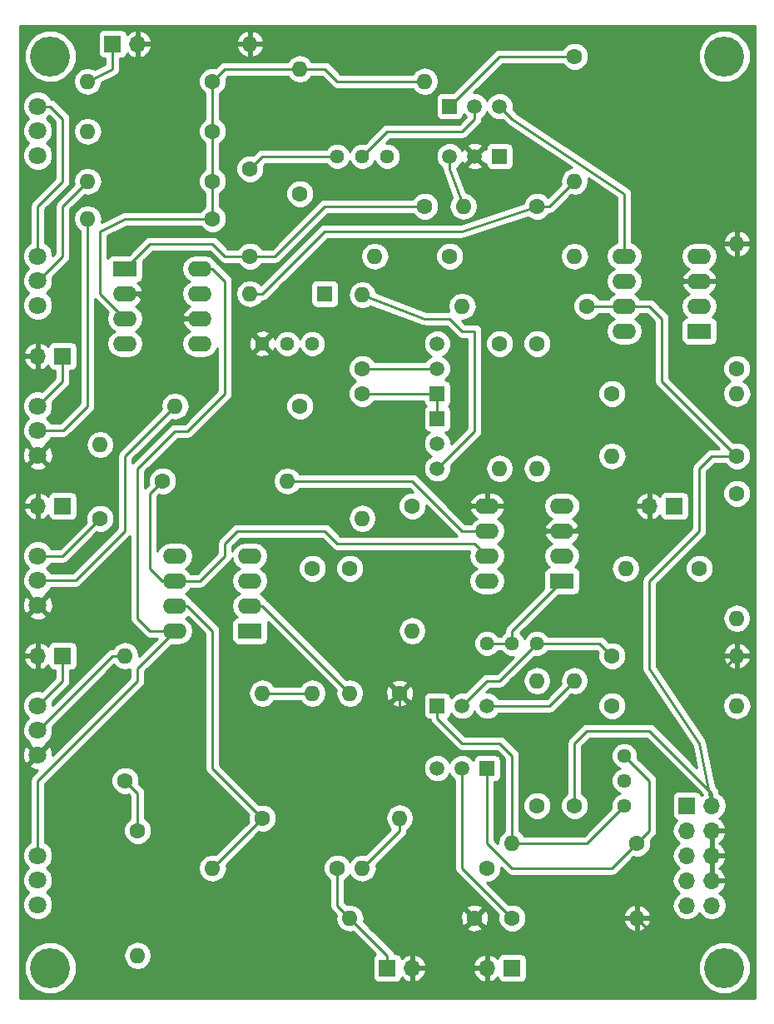
<source format=gbl>
G04 #@! TF.FileFunction,Copper,L2,Bot,Signal*
%FSLAX46Y46*%
G04 Gerber Fmt 4.6, Leading zero omitted, Abs format (unit mm)*
G04 Created by KiCad (PCBNEW 4.0.7) date Monday 30 April 2018 23:43:25*
%MOMM*%
%LPD*%
G01*
G04 APERTURE LIST*
%ADD10C,0.100000*%
%ADD11C,1.800000*%
%ADD12R,2.400000X1.600000*%
%ADD13O,2.400000X1.600000*%
%ADD14C,1.600000*%
%ADD15O,1.600000X1.600000*%
%ADD16R,1.600000X1.600000*%
%ADD17R,1.700000X1.700000*%
%ADD18O,1.700000X1.700000*%
%ADD19C,1.520000*%
%ADD20R,1.520000X1.520000*%
%ADD21C,1.440000*%
%ADD22C,4.064000*%
%ADD23C,0.250000*%
%ADD24C,0.254000*%
G04 APERTURE END LIST*
D10*
D11*
X138430000Y-71040000D03*
X138430000Y-68540000D03*
X138430000Y-66040000D03*
D12*
X160020000Y-88900000D03*
D13*
X152400000Y-81280000D03*
X160020000Y-86360000D03*
X152400000Y-83820000D03*
X160020000Y-83820000D03*
X152400000Y-86360000D03*
X160020000Y-81280000D03*
X152400000Y-88900000D03*
D14*
X144780000Y-77470000D03*
D15*
X144780000Y-69970000D03*
D14*
X189230000Y-45720000D03*
D15*
X181730000Y-45720000D03*
D14*
X205740000Y-82550000D03*
D15*
X198240000Y-82550000D03*
D14*
X171450000Y-62230000D03*
D15*
X171450000Y-54730000D03*
D16*
X167640000Y-54610000D03*
D15*
X160020000Y-54610000D03*
D17*
X140970000Y-91440000D03*
D18*
X138430000Y-91440000D03*
D17*
X146050000Y-29210000D03*
D18*
X148590000Y-29210000D03*
D17*
X140970000Y-60960000D03*
D18*
X138430000Y-60960000D03*
D17*
X140970000Y-76200000D03*
D18*
X138430000Y-76200000D03*
D17*
X204470000Y-106680000D03*
D18*
X207010000Y-106680000D03*
X204470000Y-109220000D03*
X207010000Y-109220000D03*
X204470000Y-111760000D03*
X207010000Y-111760000D03*
X204470000Y-114300000D03*
X207010000Y-114300000D03*
X204470000Y-116840000D03*
X207010000Y-116840000D03*
D17*
X173990000Y-123190000D03*
D18*
X176530000Y-123190000D03*
D17*
X186690000Y-123190000D03*
D18*
X184150000Y-123190000D03*
D17*
X203200000Y-76200000D03*
D18*
X200660000Y-76200000D03*
D19*
X182880000Y-40640000D03*
X180340000Y-40640000D03*
D20*
X185420000Y-40640000D03*
D19*
X182880000Y-35560000D03*
X185420000Y-35560000D03*
D20*
X180340000Y-35560000D03*
D19*
X179070000Y-69850000D03*
X179070000Y-72390000D03*
D20*
X179070000Y-67310000D03*
D19*
X181610000Y-96520000D03*
X184150000Y-96520000D03*
D20*
X179070000Y-96520000D03*
D19*
X179070000Y-62230000D03*
X179070000Y-59690000D03*
D20*
X179070000Y-64770000D03*
D19*
X181610000Y-102870000D03*
X179070000Y-102870000D03*
D20*
X184150000Y-102870000D03*
D14*
X156210000Y-33020000D03*
D15*
X143510000Y-33020000D03*
D14*
X156210000Y-46990000D03*
D15*
X143510000Y-46990000D03*
D14*
X156210000Y-38100000D03*
D15*
X143510000Y-38100000D03*
D14*
X156210000Y-43180000D03*
D15*
X143510000Y-43180000D03*
D14*
X165100000Y-44450000D03*
D15*
X165100000Y-31750000D03*
D14*
X180340000Y-50800000D03*
D15*
X193040000Y-50800000D03*
D14*
X165100000Y-66040000D03*
D15*
X152400000Y-66040000D03*
D14*
X177800000Y-45720000D03*
D15*
X177800000Y-33020000D03*
D14*
X160020000Y-50800000D03*
D15*
X172720000Y-50800000D03*
D14*
X160020000Y-41910000D03*
D15*
X160020000Y-29210000D03*
D14*
X193040000Y-30480000D03*
D15*
X193040000Y-43180000D03*
D14*
X196850000Y-64770000D03*
D15*
X209550000Y-64770000D03*
D14*
X209550000Y-62230000D03*
D15*
X209550000Y-49530000D03*
D14*
X147320000Y-104140000D03*
D15*
X147320000Y-91440000D03*
D14*
X148590000Y-109220000D03*
D15*
X148590000Y-121920000D03*
D14*
X209550000Y-74930000D03*
D15*
X209550000Y-87630000D03*
D14*
X176530000Y-76200000D03*
D15*
X176530000Y-88900000D03*
D14*
X151130000Y-73660000D03*
D15*
X163830000Y-73660000D03*
D14*
X196850000Y-91440000D03*
D15*
X209550000Y-91440000D03*
D14*
X209550000Y-71120000D03*
D15*
X196850000Y-71120000D03*
D14*
X171450000Y-64770000D03*
D15*
X171450000Y-77470000D03*
D14*
X193040000Y-106680000D03*
D15*
X193040000Y-93980000D03*
D14*
X189230000Y-59690000D03*
D15*
X189230000Y-72390000D03*
D14*
X199390000Y-110490000D03*
D15*
X186690000Y-110490000D03*
D14*
X196850000Y-96520000D03*
D15*
X209550000Y-96520000D03*
D14*
X185420000Y-59690000D03*
D15*
X185420000Y-72390000D03*
D14*
X184150000Y-113030000D03*
D15*
X171450000Y-113030000D03*
D14*
X194310000Y-55880000D03*
D15*
X181610000Y-55880000D03*
D14*
X186690000Y-118110000D03*
D15*
X199390000Y-118110000D03*
D14*
X175260000Y-95250000D03*
D15*
X175260000Y-107950000D03*
D14*
X161290000Y-107950000D03*
D15*
X161290000Y-95250000D03*
D14*
X166370000Y-82550000D03*
D15*
X166370000Y-95250000D03*
D14*
X170180000Y-82550000D03*
D15*
X170180000Y-95250000D03*
D14*
X189230000Y-106680000D03*
D15*
X189230000Y-93980000D03*
D14*
X168910000Y-113030000D03*
D15*
X156210000Y-113030000D03*
D14*
X182880000Y-118110000D03*
D15*
X170180000Y-118110000D03*
D11*
X138430000Y-40560000D03*
X138430000Y-38060000D03*
X138430000Y-35560000D03*
X138430000Y-55800000D03*
X138430000Y-53300000D03*
X138430000Y-50800000D03*
X138430000Y-86280000D03*
X138430000Y-83780000D03*
X138430000Y-81280000D03*
D21*
X173990000Y-40640000D03*
X171450000Y-40640000D03*
X168910000Y-40640000D03*
X166370000Y-59690000D03*
X163830000Y-59690000D03*
X161290000Y-59690000D03*
D11*
X138430000Y-101520000D03*
X138430000Y-99020000D03*
X138430000Y-96520000D03*
X138430000Y-116760000D03*
X138430000Y-114260000D03*
X138430000Y-111760000D03*
D21*
X184150000Y-90170000D03*
X186690000Y-90170000D03*
X189230000Y-90170000D03*
X198120000Y-101600000D03*
X198120000Y-104140000D03*
X198120000Y-106680000D03*
D12*
X147320000Y-52070000D03*
D13*
X154940000Y-59690000D03*
X147320000Y-54610000D03*
X154940000Y-57150000D03*
X147320000Y-57150000D03*
X154940000Y-54610000D03*
X147320000Y-59690000D03*
X154940000Y-52070000D03*
D12*
X205740000Y-58420000D03*
D13*
X198120000Y-50800000D03*
X205740000Y-55880000D03*
X198120000Y-53340000D03*
X205740000Y-53340000D03*
X198120000Y-55880000D03*
X205740000Y-50800000D03*
X198120000Y-58420000D03*
D12*
X191770000Y-83820000D03*
D13*
X184150000Y-76200000D03*
X191770000Y-81280000D03*
X184150000Y-78740000D03*
X191770000Y-78740000D03*
X184150000Y-81280000D03*
X191770000Y-76200000D03*
X184150000Y-83820000D03*
D22*
X139700000Y-123190000D03*
X139700000Y-30480000D03*
X208280000Y-30480000D03*
X208280000Y-123190000D03*
D23*
X138430000Y-81280000D02*
X140970000Y-81280000D01*
X140970000Y-81280000D02*
X144780000Y-77470000D01*
X189230000Y-45720000D02*
X190500000Y-45720000D01*
X190500000Y-45720000D02*
X193040000Y-43180000D01*
X160020000Y-54610000D02*
X161290000Y-54610000D01*
X161290000Y-54610000D02*
X167640000Y-48260000D01*
X167640000Y-48260000D02*
X177800000Y-48260000D01*
X177800000Y-48260000D02*
X179070000Y-48260000D01*
X179070000Y-48260000D02*
X181610000Y-48260000D01*
X181610000Y-48260000D02*
X189230000Y-45720000D01*
X179070000Y-48260000D02*
X181610000Y-48260000D01*
X177800000Y-48260000D02*
X179070000Y-48260000D01*
X167640000Y-48260000D02*
X177800000Y-48260000D01*
X161290000Y-54610000D02*
X167640000Y-48260000D01*
X180340000Y-40640000D02*
X180340000Y-41910000D01*
X180340000Y-41910000D02*
X181730000Y-45720000D01*
X186690000Y-90170000D02*
X184150000Y-90170000D01*
X186690000Y-90170000D02*
X186690000Y-88900000D01*
X186690000Y-88900000D02*
X191770000Y-83820000D01*
X179070000Y-62230000D02*
X171450000Y-62230000D01*
X179070000Y-72390000D02*
X182880000Y-68580000D01*
X177800000Y-57150000D02*
X171450000Y-54730000D01*
X180340000Y-57150000D02*
X177800000Y-57150000D01*
X181610000Y-58420000D02*
X180340000Y-57150000D01*
X182880000Y-58420000D02*
X181610000Y-58420000D01*
X182880000Y-68580000D02*
X182880000Y-58420000D01*
X140970000Y-91440000D02*
X140970000Y-93980000D01*
X140970000Y-93980000D02*
X138430000Y-96520000D01*
X175260000Y-95250000D02*
X175260000Y-101600000D01*
X179070000Y-114300000D02*
X182880000Y-118110000D01*
X179070000Y-105410000D02*
X179070000Y-114300000D01*
X175260000Y-101600000D02*
X179070000Y-105410000D01*
X184150000Y-76200000D02*
X186690000Y-76200000D01*
X186690000Y-76200000D02*
X189230000Y-78740000D01*
X189230000Y-78740000D02*
X189230000Y-82550000D01*
X189230000Y-82550000D02*
X184150000Y-87630000D01*
X184150000Y-87630000D02*
X182880000Y-87630000D01*
X182880000Y-87630000D02*
X177800000Y-92710000D01*
X177800000Y-92710000D02*
X175260000Y-95250000D01*
X207010000Y-109220000D02*
X208280000Y-109220000D01*
X208280000Y-109220000D02*
X209550000Y-107950000D01*
X207010000Y-93980000D02*
X209550000Y-91440000D01*
X207010000Y-99060000D02*
X207010000Y-93980000D01*
X209550000Y-101600000D02*
X207010000Y-99060000D01*
X209550000Y-107950000D02*
X209550000Y-101600000D01*
X184150000Y-123190000D02*
X176530000Y-123190000D01*
X184150000Y-123190000D02*
X184150000Y-121920000D01*
X184150000Y-121920000D02*
X185420000Y-120650000D01*
X199390000Y-118110000D02*
X198120000Y-118110000D01*
X185420000Y-120650000D02*
X182880000Y-118110000D01*
X195580000Y-120650000D02*
X185420000Y-120650000D01*
X198120000Y-118110000D02*
X195580000Y-120650000D01*
X200660000Y-119380000D02*
X199390000Y-118110000D01*
X208280000Y-119380000D02*
X200660000Y-119380000D01*
X209550000Y-118110000D02*
X208280000Y-119380000D01*
X209550000Y-110490000D02*
X209550000Y-118110000D01*
X208280000Y-109220000D02*
X209550000Y-110490000D01*
X207010000Y-114300000D02*
X207010000Y-111760000D01*
X207010000Y-111760000D02*
X207010000Y-109220000D01*
X191770000Y-78740000D02*
X189230000Y-78740000D01*
X189230000Y-78740000D02*
X186690000Y-76200000D01*
X200660000Y-76200000D02*
X195580000Y-76200000D01*
X193040000Y-78740000D02*
X191770000Y-78740000D01*
X195580000Y-76200000D02*
X193040000Y-78740000D01*
X154940000Y-57150000D02*
X151130000Y-57150000D01*
X148590000Y-54610000D02*
X147320000Y-54610000D01*
X151130000Y-57150000D02*
X148590000Y-54610000D01*
X146050000Y-29210000D02*
X146050000Y-31750000D01*
X146050000Y-31750000D02*
X143510000Y-33020000D01*
X138430000Y-66040000D02*
X140970000Y-63500000D01*
X140970000Y-63500000D02*
X140970000Y-60960000D01*
X209550000Y-71120000D02*
X201930000Y-63500000D01*
X201930000Y-63500000D02*
X201930000Y-57150000D01*
X201930000Y-57150000D02*
X200660000Y-55880000D01*
X200660000Y-55880000D02*
X198120000Y-55880000D01*
X138430000Y-111760000D02*
X138430000Y-104140000D01*
X148590000Y-92710000D02*
X152400000Y-88900000D01*
X148590000Y-93980000D02*
X148590000Y-92710000D01*
X138430000Y-104140000D02*
X148590000Y-93980000D01*
X152400000Y-88900000D02*
X149860000Y-88900000D01*
X149860000Y-88900000D02*
X148590000Y-87630000D01*
X148590000Y-87630000D02*
X148590000Y-72390000D01*
X148590000Y-72390000D02*
X152400000Y-68580000D01*
X152400000Y-68580000D02*
X153670000Y-68580000D01*
X153670000Y-68580000D02*
X157480000Y-64770000D01*
X157480000Y-64770000D02*
X157480000Y-53340000D01*
X157480000Y-53340000D02*
X156210000Y-52070000D01*
X156210000Y-52070000D02*
X154940000Y-52070000D01*
X207010000Y-106680000D02*
X207010000Y-105410000D01*
X207010000Y-105410000D02*
X200660000Y-99060000D01*
X200660000Y-99060000D02*
X194310000Y-99060000D01*
X194310000Y-99060000D02*
X193040000Y-100330000D01*
X193040000Y-100330000D02*
X193040000Y-106680000D01*
X138430000Y-50800000D02*
X138430000Y-45720000D01*
X139700000Y-35560000D02*
X138430000Y-35560000D01*
X140970000Y-36830000D02*
X139700000Y-35560000D01*
X140970000Y-43180000D02*
X140970000Y-36830000D01*
X138430000Y-45720000D02*
X140970000Y-43180000D01*
X200660000Y-87630000D02*
X200660000Y-83820000D01*
X205740000Y-100330000D02*
X200660000Y-92710000D01*
X200660000Y-92710000D02*
X200660000Y-87630000D01*
X207010000Y-106680000D02*
X205740000Y-100330000D01*
X207010000Y-71120000D02*
X209550000Y-71120000D01*
X205740000Y-72390000D02*
X207010000Y-71120000D01*
X205740000Y-78740000D02*
X205740000Y-72390000D01*
X200660000Y-83820000D02*
X205740000Y-78740000D01*
X200660000Y-55880000D02*
X194310000Y-55880000D01*
X201930000Y-57150000D02*
X200660000Y-55880000D01*
X201930000Y-63500000D02*
X201930000Y-57150000D01*
X168910000Y-113030000D02*
X168910000Y-116840000D01*
X168910000Y-116840000D02*
X170180000Y-118110000D01*
X173990000Y-121920000D02*
X173990000Y-123190000D01*
X168910000Y-116840000D02*
X173990000Y-121920000D01*
X193040000Y-30480000D02*
X185420000Y-30480000D01*
X185420000Y-30480000D02*
X180340000Y-35560000D01*
X182880000Y-35560000D02*
X182880000Y-36830000D01*
X173990000Y-38100000D02*
X171450000Y-40640000D01*
X181610000Y-38100000D02*
X173990000Y-38100000D01*
X182880000Y-36830000D02*
X181610000Y-38100000D01*
X185420000Y-35560000D02*
X186690000Y-36830000D01*
X198120000Y-44450000D02*
X198120000Y-50800000D01*
X186690000Y-36830000D02*
X198120000Y-44450000D01*
X171450000Y-64770000D02*
X179070000Y-64770000D01*
X179070000Y-64770000D02*
X179070000Y-67310000D01*
X181610000Y-96520000D02*
X184150000Y-93980000D01*
X185420000Y-93980000D02*
X189230000Y-90170000D01*
X184150000Y-93980000D02*
X185420000Y-93980000D01*
X189230000Y-90170000D02*
X195580000Y-90170000D01*
X195580000Y-90170000D02*
X196850000Y-91440000D01*
X170180000Y-95250000D02*
X162560000Y-87630000D01*
X161290000Y-86360000D02*
X160020000Y-86360000D01*
X162560000Y-87630000D02*
X161290000Y-86360000D01*
X184150000Y-96520000D02*
X190500000Y-96520000D01*
X190500000Y-96520000D02*
X193040000Y-93980000D01*
X179070000Y-96520000D02*
X179070000Y-97790000D01*
X186690000Y-101600000D02*
X186690000Y-110490000D01*
X185420000Y-100330000D02*
X186690000Y-101600000D01*
X181610000Y-100330000D02*
X185420000Y-100330000D01*
X179070000Y-97790000D02*
X181610000Y-100330000D01*
X186690000Y-110490000D02*
X194310000Y-110490000D01*
X194310000Y-110490000D02*
X198120000Y-106680000D01*
X181610000Y-102870000D02*
X181610000Y-113030000D01*
X181610000Y-113030000D02*
X186690000Y-118110000D01*
X175260000Y-107950000D02*
X175260000Y-109220000D01*
X175260000Y-109220000D02*
X171450000Y-113030000D01*
X199390000Y-110490000D02*
X196850000Y-113030000D01*
X184150000Y-110490000D02*
X184150000Y-102870000D01*
X186690000Y-113030000D02*
X184150000Y-110490000D01*
X196850000Y-113030000D02*
X186690000Y-113030000D01*
X198120000Y-101600000D02*
X200660000Y-104140000D01*
X200660000Y-109220000D02*
X199390000Y-110490000D01*
X200660000Y-104140000D02*
X200660000Y-109220000D01*
X165100000Y-31750000D02*
X157480000Y-31750000D01*
X157480000Y-31750000D02*
X156210000Y-33020000D01*
X165100000Y-31750000D02*
X167640000Y-31750000D01*
X168910000Y-33020000D02*
X177800000Y-33020000D01*
X167640000Y-31750000D02*
X168910000Y-33020000D01*
X156210000Y-46990000D02*
X147320000Y-46990000D01*
X144780000Y-54610000D02*
X147320000Y-57150000D01*
X144780000Y-48260000D02*
X144780000Y-54610000D01*
X147320000Y-46990000D02*
X144780000Y-48260000D01*
X156210000Y-43180000D02*
X156210000Y-46990000D01*
X156210000Y-38100000D02*
X156210000Y-43180000D01*
X156210000Y-33020000D02*
X156210000Y-38100000D01*
X143510000Y-46990000D02*
X143510000Y-66040000D01*
X141010000Y-68540000D02*
X138430000Y-68540000D01*
X143510000Y-66040000D02*
X141010000Y-68540000D01*
X143510000Y-43180000D02*
X143510000Y-43180000D01*
X140970000Y-50800000D02*
X138470000Y-53300000D01*
X140970000Y-45720000D02*
X140970000Y-50800000D01*
X143510000Y-43180000D02*
X140970000Y-45720000D01*
X138470000Y-53300000D02*
X138430000Y-53300000D01*
X138430000Y-83780000D02*
X142280000Y-83780000D01*
X147320000Y-71120000D02*
X152400000Y-66040000D01*
X147320000Y-78740000D02*
X147320000Y-71120000D01*
X142280000Y-83780000D02*
X147320000Y-78740000D01*
X160020000Y-50800000D02*
X162560000Y-50800000D01*
X167640000Y-45720000D02*
X177800000Y-45720000D01*
X162560000Y-50800000D02*
X167640000Y-45720000D01*
X160020000Y-50800000D02*
X157480000Y-50800000D01*
X149860000Y-49530000D02*
X147320000Y-52070000D01*
X156210000Y-49530000D02*
X149860000Y-49530000D01*
X157480000Y-50800000D02*
X156210000Y-49530000D01*
X168910000Y-40640000D02*
X161290000Y-40640000D01*
X161290000Y-40640000D02*
X160020000Y-41910000D01*
X148590000Y-109220000D02*
X148590000Y-105410000D01*
X148590000Y-105410000D02*
X147320000Y-104140000D01*
X163830000Y-73660000D02*
X176530000Y-73660000D01*
X181610000Y-78740000D02*
X184150000Y-78740000D01*
X176530000Y-73660000D02*
X181610000Y-78740000D01*
X138430000Y-99020000D02*
X138470000Y-99020000D01*
X138470000Y-99020000D02*
X146050000Y-91440000D01*
X146050000Y-91440000D02*
X147320000Y-91440000D01*
X152400000Y-83820000D02*
X154940000Y-83820000D01*
X182880000Y-80010000D02*
X184150000Y-81280000D01*
X168910000Y-80010000D02*
X182880000Y-80010000D01*
X167640000Y-78740000D02*
X168910000Y-80010000D01*
X158750000Y-78740000D02*
X167640000Y-78740000D01*
X157480000Y-80010000D02*
X158750000Y-78740000D01*
X157480000Y-81280000D02*
X157480000Y-80010000D01*
X154940000Y-83820000D02*
X157480000Y-81280000D01*
X152400000Y-83820000D02*
X151130000Y-83820000D01*
X149860000Y-74930000D02*
X151130000Y-73660000D01*
X149860000Y-82550000D02*
X149860000Y-74930000D01*
X151130000Y-83820000D02*
X149860000Y-82550000D01*
X152400000Y-86360000D02*
X153670000Y-86360000D01*
X156210000Y-102870000D02*
X161290000Y-107950000D01*
X156210000Y-88900000D02*
X156210000Y-102870000D01*
X153670000Y-86360000D02*
X156210000Y-88900000D01*
X161290000Y-107950000D02*
X156210000Y-113030000D01*
X161290000Y-95250000D02*
X166370000Y-95250000D01*
D24*
G36*
X211380000Y-126290000D02*
X136600000Y-126290000D01*
X136600000Y-123718172D01*
X137032538Y-123718172D01*
X137437709Y-124698761D01*
X138187293Y-125449655D01*
X139167173Y-125856536D01*
X140228172Y-125857462D01*
X141208761Y-125452291D01*
X141959655Y-124702707D01*
X142366536Y-123722827D01*
X142367462Y-122661828D01*
X142049329Y-121891887D01*
X147155000Y-121891887D01*
X147155000Y-121948113D01*
X147264233Y-122497264D01*
X147575302Y-122962811D01*
X148040849Y-123273880D01*
X148590000Y-123383113D01*
X149139151Y-123273880D01*
X149604698Y-122962811D01*
X149915767Y-122497264D01*
X150025000Y-121948113D01*
X150025000Y-121891887D01*
X149915767Y-121342736D01*
X149604698Y-120877189D01*
X149139151Y-120566120D01*
X148590000Y-120456887D01*
X148040849Y-120566120D01*
X147575302Y-120877189D01*
X147264233Y-121342736D01*
X147155000Y-121891887D01*
X142049329Y-121891887D01*
X141962291Y-121681239D01*
X141212707Y-120930345D01*
X140232827Y-120523464D01*
X139171828Y-120522538D01*
X138191239Y-120927709D01*
X137440345Y-121677293D01*
X137033464Y-122657173D01*
X137032538Y-123718172D01*
X136600000Y-123718172D01*
X136600000Y-101279336D01*
X136883542Y-101279336D01*
X136909161Y-101889460D01*
X137093357Y-102334148D01*
X137349841Y-102420554D01*
X138250395Y-101520000D01*
X137349841Y-100619446D01*
X137093357Y-100705852D01*
X136883542Y-101279336D01*
X136600000Y-101279336D01*
X136600000Y-91796892D01*
X136988514Y-91796892D01*
X137234817Y-92321358D01*
X137663076Y-92711645D01*
X138073110Y-92881476D01*
X138303000Y-92760155D01*
X138303000Y-91567000D01*
X137109181Y-91567000D01*
X136988514Y-91796892D01*
X136600000Y-91796892D01*
X136600000Y-91083108D01*
X136988514Y-91083108D01*
X137109181Y-91313000D01*
X138303000Y-91313000D01*
X138303000Y-90119845D01*
X138073110Y-89998524D01*
X137663076Y-90168355D01*
X137234817Y-90558642D01*
X136988514Y-91083108D01*
X136600000Y-91083108D01*
X136600000Y-87360159D01*
X137529446Y-87360159D01*
X137615852Y-87616643D01*
X138189336Y-87826458D01*
X138799460Y-87800839D01*
X139244148Y-87616643D01*
X139330554Y-87360159D01*
X138430000Y-86459605D01*
X137529446Y-87360159D01*
X136600000Y-87360159D01*
X136600000Y-86039336D01*
X136883542Y-86039336D01*
X136909161Y-86649460D01*
X137093357Y-87094148D01*
X137349841Y-87180554D01*
X138250395Y-86280000D01*
X138609605Y-86280000D01*
X139510159Y-87180554D01*
X139766643Y-87094148D01*
X139976458Y-86520664D01*
X139950839Y-85910540D01*
X139766643Y-85465852D01*
X139510159Y-85379446D01*
X138609605Y-86280000D01*
X138250395Y-86280000D01*
X137349841Y-85379446D01*
X137093357Y-85465852D01*
X136883542Y-86039336D01*
X136600000Y-86039336D01*
X136600000Y-81583991D01*
X136894735Y-81583991D01*
X137127932Y-82148371D01*
X137509182Y-82530288D01*
X137129449Y-82909357D01*
X136895267Y-83473330D01*
X136894735Y-84083991D01*
X137127932Y-84648371D01*
X137559357Y-85080551D01*
X137568372Y-85084294D01*
X137529446Y-85199841D01*
X138430000Y-86100395D01*
X139330554Y-85199841D01*
X139291793Y-85084786D01*
X139298371Y-85082068D01*
X139730551Y-84650643D01*
X139776494Y-84540000D01*
X142280000Y-84540000D01*
X142570839Y-84482148D01*
X142817401Y-84317401D01*
X147830000Y-79304802D01*
X147830000Y-87630000D01*
X147887852Y-87920839D01*
X148052599Y-88167401D01*
X149322599Y-89437401D01*
X149569160Y-89602148D01*
X149860000Y-89660000D01*
X150565198Y-89660000D01*
X148754482Y-91470716D01*
X148755000Y-91468113D01*
X148755000Y-91411887D01*
X148645767Y-90862736D01*
X148334698Y-90397189D01*
X147869151Y-90086120D01*
X147320000Y-89976887D01*
X146770849Y-90086120D01*
X146305302Y-90397189D01*
X146116333Y-90680000D01*
X146050000Y-90680000D01*
X145759161Y-90737852D01*
X145512599Y-90902599D01*
X139965061Y-96450137D01*
X139965265Y-96216009D01*
X139919515Y-96105287D01*
X141507401Y-94517401D01*
X141672148Y-94270840D01*
X141684809Y-94207189D01*
X141730000Y-93980000D01*
X141730000Y-92937440D01*
X141820000Y-92937440D01*
X142055317Y-92893162D01*
X142271441Y-92754090D01*
X142416431Y-92541890D01*
X142467440Y-92290000D01*
X142467440Y-90590000D01*
X142423162Y-90354683D01*
X142284090Y-90138559D01*
X142071890Y-89993569D01*
X141820000Y-89942560D01*
X140120000Y-89942560D01*
X139884683Y-89986838D01*
X139668559Y-90125910D01*
X139523569Y-90338110D01*
X139501699Y-90446107D01*
X139196924Y-90168355D01*
X138786890Y-89998524D01*
X138557000Y-90119845D01*
X138557000Y-91313000D01*
X138577000Y-91313000D01*
X138577000Y-91567000D01*
X138557000Y-91567000D01*
X138557000Y-92760155D01*
X138786890Y-92881476D01*
X139196924Y-92711645D01*
X139499937Y-92435499D01*
X139516838Y-92525317D01*
X139655910Y-92741441D01*
X139868110Y-92886431D01*
X140120000Y-92937440D01*
X140210000Y-92937440D01*
X140210000Y-93665198D01*
X138844964Y-95030234D01*
X138736670Y-94985267D01*
X138126009Y-94984735D01*
X137561629Y-95217932D01*
X137129449Y-95649357D01*
X136895267Y-96213330D01*
X136894735Y-96823991D01*
X137127932Y-97388371D01*
X137509182Y-97770288D01*
X137129449Y-98149357D01*
X136895267Y-98713330D01*
X136894735Y-99323991D01*
X137127932Y-99888371D01*
X137559357Y-100320551D01*
X137568372Y-100324294D01*
X137529446Y-100439841D01*
X138430000Y-101340395D01*
X139330554Y-100439841D01*
X139291793Y-100324786D01*
X139298371Y-100322068D01*
X139730551Y-99890643D01*
X139964733Y-99326670D01*
X139965265Y-98716009D01*
X139931211Y-98633591D01*
X146215856Y-92348946D01*
X146305302Y-92482811D01*
X146770849Y-92793880D01*
X147320000Y-92903113D01*
X147830000Y-92801668D01*
X147830000Y-93665198D01*
X139966709Y-101528489D01*
X139950839Y-101150540D01*
X139766643Y-100705852D01*
X139510159Y-100619446D01*
X138609605Y-101520000D01*
X138623748Y-101534143D01*
X138444143Y-101713748D01*
X138430000Y-101699605D01*
X137529446Y-102600159D01*
X137615852Y-102856643D01*
X138189336Y-103066458D01*
X138439233Y-103055965D01*
X137892599Y-103602599D01*
X137727852Y-103849161D01*
X137670000Y-104140000D01*
X137670000Y-110413154D01*
X137561629Y-110457932D01*
X137129449Y-110889357D01*
X136895267Y-111453330D01*
X136894735Y-112063991D01*
X137127932Y-112628371D01*
X137509182Y-113010288D01*
X137129449Y-113389357D01*
X136895267Y-113953330D01*
X136894735Y-114563991D01*
X137127932Y-115128371D01*
X137509182Y-115510288D01*
X137129449Y-115889357D01*
X136895267Y-116453330D01*
X136894735Y-117063991D01*
X137127932Y-117628371D01*
X137559357Y-118060551D01*
X138123330Y-118294733D01*
X138733991Y-118295265D01*
X139298371Y-118062068D01*
X139730551Y-117630643D01*
X139964733Y-117066670D01*
X139965265Y-116456009D01*
X139732068Y-115891629D01*
X139350818Y-115509712D01*
X139730551Y-115130643D01*
X139964733Y-114566670D01*
X139965265Y-113956009D01*
X139732068Y-113391629D01*
X139350818Y-113009712D01*
X139730551Y-112630643D01*
X139964733Y-112066670D01*
X139965265Y-111456009D01*
X139732068Y-110891629D01*
X139300643Y-110459449D01*
X139190000Y-110413506D01*
X139190000Y-104454802D01*
X139220615Y-104424187D01*
X145884752Y-104424187D01*
X146102757Y-104951800D01*
X146506077Y-105355824D01*
X147033309Y-105574750D01*
X147604187Y-105575248D01*
X147658149Y-105552951D01*
X147830000Y-105724802D01*
X147830000Y-107981354D01*
X147778200Y-108002757D01*
X147374176Y-108406077D01*
X147155250Y-108933309D01*
X147154752Y-109504187D01*
X147372757Y-110031800D01*
X147776077Y-110435824D01*
X148303309Y-110654750D01*
X148874187Y-110655248D01*
X149401800Y-110437243D01*
X149805824Y-110033923D01*
X150024750Y-109506691D01*
X150025248Y-108935813D01*
X149807243Y-108408200D01*
X149403923Y-108004176D01*
X149350000Y-107981785D01*
X149350000Y-105410000D01*
X149314905Y-105233569D01*
X149292148Y-105119160D01*
X149127401Y-104872599D01*
X148733256Y-104478454D01*
X148754750Y-104426691D01*
X148755248Y-103855813D01*
X148537243Y-103328200D01*
X148133923Y-102924176D01*
X147606691Y-102705250D01*
X147035813Y-102704752D01*
X146508200Y-102922757D01*
X146104176Y-103326077D01*
X145885250Y-103853309D01*
X145884752Y-104424187D01*
X139220615Y-104424187D01*
X149127401Y-94517401D01*
X149292148Y-94270839D01*
X149350000Y-93980000D01*
X149350000Y-93024802D01*
X152039802Y-90335000D01*
X152835950Y-90335000D01*
X153385101Y-90225767D01*
X153850648Y-89914698D01*
X154161717Y-89449151D01*
X154270950Y-88900000D01*
X154161717Y-88350849D01*
X153850648Y-87885302D01*
X153468562Y-87630000D01*
X153706328Y-87471130D01*
X155450000Y-89214802D01*
X155450000Y-102870000D01*
X155507852Y-103160839D01*
X155672599Y-103407401D01*
X159876744Y-107611546D01*
X159855250Y-107663309D01*
X159854752Y-108234187D01*
X159877049Y-108288149D01*
X156515102Y-111650096D01*
X156238113Y-111595000D01*
X156181887Y-111595000D01*
X155632736Y-111704233D01*
X155167189Y-112015302D01*
X154856120Y-112480849D01*
X154746887Y-113030000D01*
X154856120Y-113579151D01*
X155167189Y-114044698D01*
X155632736Y-114355767D01*
X156181887Y-114465000D01*
X156238113Y-114465000D01*
X156787264Y-114355767D01*
X157252811Y-114044698D01*
X157563880Y-113579151D01*
X157616584Y-113314187D01*
X167474752Y-113314187D01*
X167692757Y-113841800D01*
X168096077Y-114245824D01*
X168150000Y-114268215D01*
X168150000Y-116840000D01*
X168207852Y-117130839D01*
X168372599Y-117377401D01*
X168781312Y-117786114D01*
X168716887Y-118110000D01*
X168826120Y-118659151D01*
X169137189Y-119124698D01*
X169602736Y-119435767D01*
X170151887Y-119545000D01*
X170208113Y-119545000D01*
X170485102Y-119489904D01*
X172799634Y-121804436D01*
X172688559Y-121875910D01*
X172543569Y-122088110D01*
X172492560Y-122340000D01*
X172492560Y-124040000D01*
X172536838Y-124275317D01*
X172675910Y-124491441D01*
X172888110Y-124636431D01*
X173140000Y-124687440D01*
X174840000Y-124687440D01*
X175075317Y-124643162D01*
X175291441Y-124504090D01*
X175436431Y-124291890D01*
X175458301Y-124183893D01*
X175763076Y-124461645D01*
X176173110Y-124631476D01*
X176403000Y-124510155D01*
X176403000Y-123317000D01*
X176657000Y-123317000D01*
X176657000Y-124510155D01*
X176886890Y-124631476D01*
X177296924Y-124461645D01*
X177725183Y-124071358D01*
X177971486Y-123546892D01*
X182708514Y-123546892D01*
X182954817Y-124071358D01*
X183383076Y-124461645D01*
X183793110Y-124631476D01*
X184023000Y-124510155D01*
X184023000Y-123317000D01*
X182829181Y-123317000D01*
X182708514Y-123546892D01*
X177971486Y-123546892D01*
X177850819Y-123317000D01*
X176657000Y-123317000D01*
X176403000Y-123317000D01*
X176383000Y-123317000D01*
X176383000Y-123063000D01*
X176403000Y-123063000D01*
X176403000Y-121869845D01*
X176657000Y-121869845D01*
X176657000Y-123063000D01*
X177850819Y-123063000D01*
X177971486Y-122833108D01*
X182708514Y-122833108D01*
X182829181Y-123063000D01*
X184023000Y-123063000D01*
X184023000Y-121869845D01*
X184277000Y-121869845D01*
X184277000Y-123063000D01*
X184297000Y-123063000D01*
X184297000Y-123317000D01*
X184277000Y-123317000D01*
X184277000Y-124510155D01*
X184506890Y-124631476D01*
X184916924Y-124461645D01*
X185219937Y-124185499D01*
X185236838Y-124275317D01*
X185375910Y-124491441D01*
X185588110Y-124636431D01*
X185840000Y-124687440D01*
X187540000Y-124687440D01*
X187775317Y-124643162D01*
X187991441Y-124504090D01*
X188136431Y-124291890D01*
X188187440Y-124040000D01*
X188187440Y-123718172D01*
X205612538Y-123718172D01*
X206017709Y-124698761D01*
X206767293Y-125449655D01*
X207747173Y-125856536D01*
X208808172Y-125857462D01*
X209788761Y-125452291D01*
X210539655Y-124702707D01*
X210946536Y-123722827D01*
X210947462Y-122661828D01*
X210542291Y-121681239D01*
X209792707Y-120930345D01*
X208812827Y-120523464D01*
X207751828Y-120522538D01*
X206771239Y-120927709D01*
X206020345Y-121677293D01*
X205613464Y-122657173D01*
X205612538Y-123718172D01*
X188187440Y-123718172D01*
X188187440Y-122340000D01*
X188143162Y-122104683D01*
X188004090Y-121888559D01*
X187791890Y-121743569D01*
X187540000Y-121692560D01*
X185840000Y-121692560D01*
X185604683Y-121736838D01*
X185388559Y-121875910D01*
X185243569Y-122088110D01*
X185221699Y-122196107D01*
X184916924Y-121918355D01*
X184506890Y-121748524D01*
X184277000Y-121869845D01*
X184023000Y-121869845D01*
X183793110Y-121748524D01*
X183383076Y-121918355D01*
X182954817Y-122308642D01*
X182708514Y-122833108D01*
X177971486Y-122833108D01*
X177725183Y-122308642D01*
X177296924Y-121918355D01*
X176886890Y-121748524D01*
X176657000Y-121869845D01*
X176403000Y-121869845D01*
X176173110Y-121748524D01*
X175763076Y-121918355D01*
X175460063Y-122194501D01*
X175443162Y-122104683D01*
X175304090Y-121888559D01*
X175091890Y-121743569D01*
X174840000Y-121692560D01*
X174704759Y-121692560D01*
X174692148Y-121629161D01*
X174527401Y-121382599D01*
X172262547Y-119117745D01*
X182051861Y-119117745D01*
X182125995Y-119363864D01*
X182663223Y-119556965D01*
X183233454Y-119529778D01*
X183634005Y-119363864D01*
X183708139Y-119117745D01*
X182880000Y-118289605D01*
X182051861Y-119117745D01*
X172262547Y-119117745D01*
X171578688Y-118433886D01*
X171643113Y-118110000D01*
X171599994Y-117893223D01*
X181433035Y-117893223D01*
X181460222Y-118463454D01*
X181626136Y-118864005D01*
X181872255Y-118938139D01*
X182700395Y-118110000D01*
X183059605Y-118110000D01*
X183887745Y-118938139D01*
X184133864Y-118864005D01*
X184326965Y-118326777D01*
X184299778Y-117756546D01*
X184133864Y-117355995D01*
X183887745Y-117281861D01*
X183059605Y-118110000D01*
X182700395Y-118110000D01*
X181872255Y-117281861D01*
X181626136Y-117355995D01*
X181433035Y-117893223D01*
X171599994Y-117893223D01*
X171533880Y-117560849D01*
X171227457Y-117102255D01*
X182051861Y-117102255D01*
X182880000Y-117930395D01*
X183708139Y-117102255D01*
X183634005Y-116856136D01*
X183096777Y-116663035D01*
X182526546Y-116690222D01*
X182125995Y-116856136D01*
X182051861Y-117102255D01*
X171227457Y-117102255D01*
X171222811Y-117095302D01*
X170757264Y-116784233D01*
X170208113Y-116675000D01*
X170151887Y-116675000D01*
X169874898Y-116730096D01*
X169670000Y-116525198D01*
X169670000Y-114268646D01*
X169721800Y-114247243D01*
X170125824Y-113843923D01*
X170182245Y-113708046D01*
X170407189Y-114044698D01*
X170872736Y-114355767D01*
X171421887Y-114465000D01*
X171478113Y-114465000D01*
X172027264Y-114355767D01*
X172492811Y-114044698D01*
X172803880Y-113579151D01*
X172913113Y-113030000D01*
X172848688Y-112706114D01*
X175797401Y-109757401D01*
X175962148Y-109510839D01*
X176020000Y-109220000D01*
X176020000Y-109162995D01*
X176274698Y-108992811D01*
X176585767Y-108527264D01*
X176695000Y-107978113D01*
X176695000Y-107921887D01*
X176585767Y-107372736D01*
X176274698Y-106907189D01*
X175809151Y-106596120D01*
X175260000Y-106486887D01*
X174710849Y-106596120D01*
X174245302Y-106907189D01*
X173934233Y-107372736D01*
X173825000Y-107921887D01*
X173825000Y-107978113D01*
X173934233Y-108527264D01*
X174245302Y-108992811D01*
X174345462Y-109059736D01*
X171755102Y-111650096D01*
X171478113Y-111595000D01*
X171421887Y-111595000D01*
X170872736Y-111704233D01*
X170407189Y-112015302D01*
X170182408Y-112351710D01*
X170127243Y-112218200D01*
X169723923Y-111814176D01*
X169196691Y-111595250D01*
X168625813Y-111594752D01*
X168098200Y-111812757D01*
X167694176Y-112216077D01*
X167475250Y-112743309D01*
X167474752Y-113314187D01*
X157616584Y-113314187D01*
X157673113Y-113030000D01*
X157608688Y-112706114D01*
X160951546Y-109363256D01*
X161003309Y-109384750D01*
X161574187Y-109385248D01*
X162101800Y-109167243D01*
X162505824Y-108763923D01*
X162724750Y-108236691D01*
X162725248Y-107665813D01*
X162507243Y-107138200D01*
X162103923Y-106734176D01*
X161576691Y-106515250D01*
X161005813Y-106514752D01*
X160951851Y-106537049D01*
X156970000Y-102555198D01*
X156970000Y-95221887D01*
X159855000Y-95221887D01*
X159855000Y-95278113D01*
X159964233Y-95827264D01*
X160275302Y-96292811D01*
X160740849Y-96603880D01*
X161290000Y-96713113D01*
X161839151Y-96603880D01*
X162304698Y-96292811D01*
X162493667Y-96010000D01*
X165166333Y-96010000D01*
X165355302Y-96292811D01*
X165820849Y-96603880D01*
X166370000Y-96713113D01*
X166919151Y-96603880D01*
X167384698Y-96292811D01*
X167695767Y-95827264D01*
X167805000Y-95278113D01*
X167805000Y-95221887D01*
X167695767Y-94672736D01*
X167384698Y-94207189D01*
X166919151Y-93896120D01*
X166370000Y-93786887D01*
X165820849Y-93896120D01*
X165355302Y-94207189D01*
X165166333Y-94490000D01*
X162493667Y-94490000D01*
X162304698Y-94207189D01*
X161839151Y-93896120D01*
X161290000Y-93786887D01*
X160740849Y-93896120D01*
X160275302Y-94207189D01*
X159964233Y-94672736D01*
X159855000Y-95221887D01*
X156970000Y-95221887D01*
X156970000Y-88900000D01*
X156912148Y-88609161D01*
X156912148Y-88609160D01*
X156747401Y-88362599D01*
X154207401Y-85822599D01*
X154139054Y-85776931D01*
X153850648Y-85345302D01*
X153468562Y-85090000D01*
X153850648Y-84834698D01*
X154020832Y-84580000D01*
X154940000Y-84580000D01*
X155230839Y-84522148D01*
X155477401Y-84357401D01*
X158017401Y-81817401D01*
X158182148Y-81570840D01*
X158191746Y-81522586D01*
X158194525Y-81508617D01*
X158258283Y-81829151D01*
X158569352Y-82294698D01*
X158951438Y-82550000D01*
X158569352Y-82805302D01*
X158258283Y-83270849D01*
X158149050Y-83820000D01*
X158258283Y-84369151D01*
X158569352Y-84834698D01*
X158951438Y-85090000D01*
X158569352Y-85345302D01*
X158258283Y-85810849D01*
X158149050Y-86360000D01*
X158258283Y-86909151D01*
X158569352Y-87374698D01*
X158715350Y-87472251D01*
X158584683Y-87496838D01*
X158368559Y-87635910D01*
X158223569Y-87848110D01*
X158172560Y-88100000D01*
X158172560Y-89700000D01*
X158216838Y-89935317D01*
X158355910Y-90151441D01*
X158568110Y-90296431D01*
X158820000Y-90347440D01*
X161220000Y-90347440D01*
X161455317Y-90303162D01*
X161671441Y-90164090D01*
X161816431Y-89951890D01*
X161867440Y-89700000D01*
X161867440Y-88100000D01*
X161847100Y-87991902D01*
X168800096Y-94944898D01*
X168745000Y-95221887D01*
X168745000Y-95278113D01*
X168854233Y-95827264D01*
X169165302Y-96292811D01*
X169630849Y-96603880D01*
X170180000Y-96713113D01*
X170729151Y-96603880D01*
X171194698Y-96292811D01*
X171218128Y-96257745D01*
X174431861Y-96257745D01*
X174505995Y-96503864D01*
X175043223Y-96696965D01*
X175613454Y-96669778D01*
X176014005Y-96503864D01*
X176088139Y-96257745D01*
X175260000Y-95429605D01*
X174431861Y-96257745D01*
X171218128Y-96257745D01*
X171505767Y-95827264D01*
X171615000Y-95278113D01*
X171615000Y-95221887D01*
X171577473Y-95033223D01*
X173813035Y-95033223D01*
X173840222Y-95603454D01*
X174006136Y-96004005D01*
X174252255Y-96078139D01*
X175080395Y-95250000D01*
X175439605Y-95250000D01*
X176267745Y-96078139D01*
X176513864Y-96004005D01*
X176601569Y-95760000D01*
X177662560Y-95760000D01*
X177662560Y-97280000D01*
X177706838Y-97515317D01*
X177845910Y-97731441D01*
X178058110Y-97876431D01*
X178310000Y-97927440D01*
X178337339Y-97927440D01*
X178367852Y-98080839D01*
X178532599Y-98327401D01*
X181072599Y-100867401D01*
X181319160Y-101032148D01*
X181367414Y-101041746D01*
X181610000Y-101090000D01*
X185105198Y-101090000D01*
X185930000Y-101914802D01*
X185930000Y-109286333D01*
X185647189Y-109475302D01*
X185336120Y-109940849D01*
X185226887Y-110490000D01*
X185227405Y-110492603D01*
X184910000Y-110175198D01*
X184910000Y-104277440D01*
X185145317Y-104233162D01*
X185361441Y-104094090D01*
X185506431Y-103881890D01*
X185557440Y-103630000D01*
X185557440Y-102110000D01*
X185513162Y-101874683D01*
X185374090Y-101658559D01*
X185161890Y-101513569D01*
X184910000Y-101462560D01*
X183390000Y-101462560D01*
X183154683Y-101506838D01*
X182938559Y-101645910D01*
X182793569Y-101858110D01*
X182756031Y-102043480D01*
X182401236Y-101688066D01*
X181888700Y-101475242D01*
X181333735Y-101474758D01*
X180820828Y-101686687D01*
X180428066Y-102078764D01*
X180340046Y-102290738D01*
X180253313Y-102080828D01*
X179861236Y-101688066D01*
X179348700Y-101475242D01*
X178793735Y-101474758D01*
X178280828Y-101686687D01*
X177888066Y-102078764D01*
X177675242Y-102591300D01*
X177674758Y-103146265D01*
X177886687Y-103659172D01*
X178278764Y-104051934D01*
X178791300Y-104264758D01*
X179346265Y-104265242D01*
X179859172Y-104053313D01*
X180251934Y-103661236D01*
X180339954Y-103449262D01*
X180426687Y-103659172D01*
X180818764Y-104051934D01*
X180850000Y-104064904D01*
X180850000Y-113030000D01*
X180907852Y-113320839D01*
X181072599Y-113567401D01*
X185276744Y-117771546D01*
X185255250Y-117823309D01*
X185254752Y-118394187D01*
X185472757Y-118921800D01*
X185876077Y-119325824D01*
X186403309Y-119544750D01*
X186974187Y-119545248D01*
X187501800Y-119327243D01*
X187905824Y-118923923D01*
X188098860Y-118459039D01*
X197998096Y-118459039D01*
X198158959Y-118847423D01*
X198534866Y-119262389D01*
X199040959Y-119501914D01*
X199263000Y-119380629D01*
X199263000Y-118237000D01*
X199517000Y-118237000D01*
X199517000Y-119380629D01*
X199739041Y-119501914D01*
X200245134Y-119262389D01*
X200621041Y-118847423D01*
X200781904Y-118459039D01*
X200659915Y-118237000D01*
X199517000Y-118237000D01*
X199263000Y-118237000D01*
X198120085Y-118237000D01*
X197998096Y-118459039D01*
X188098860Y-118459039D01*
X188124750Y-118396691D01*
X188125248Y-117825813D01*
X188098452Y-117760961D01*
X197998096Y-117760961D01*
X198120085Y-117983000D01*
X199263000Y-117983000D01*
X199263000Y-116839371D01*
X199517000Y-116839371D01*
X199517000Y-117983000D01*
X200659915Y-117983000D01*
X200781904Y-117760961D01*
X200621041Y-117372577D01*
X200245134Y-116957611D01*
X199739041Y-116718086D01*
X199517000Y-116839371D01*
X199263000Y-116839371D01*
X199040959Y-116718086D01*
X198534866Y-116957611D01*
X198158959Y-117372577D01*
X197998096Y-117760961D01*
X188098452Y-117760961D01*
X187907243Y-117298200D01*
X187503923Y-116894176D01*
X186976691Y-116675250D01*
X186405813Y-116674752D01*
X186351851Y-116697049D01*
X184119776Y-114464974D01*
X184434187Y-114465248D01*
X184961800Y-114247243D01*
X185365824Y-113843923D01*
X185584750Y-113316691D01*
X185585026Y-112999828D01*
X186152599Y-113567401D01*
X186399160Y-113732148D01*
X186447414Y-113741746D01*
X186690000Y-113790000D01*
X196850000Y-113790000D01*
X197140839Y-113732148D01*
X197387401Y-113567401D01*
X199051546Y-111903256D01*
X199103309Y-111924750D01*
X199674187Y-111925248D01*
X200201800Y-111707243D01*
X200605824Y-111303923D01*
X200824750Y-110776691D01*
X200825248Y-110205813D01*
X200802951Y-110151851D01*
X201197401Y-109757401D01*
X201362148Y-109510840D01*
X201420000Y-109220000D01*
X201420000Y-104140000D01*
X201362148Y-103849161D01*
X201362148Y-103849160D01*
X201197401Y-103602599D01*
X199472049Y-101877247D01*
X199474764Y-101870709D01*
X199475235Y-101331656D01*
X199269383Y-100833457D01*
X198888548Y-100451957D01*
X198390709Y-100245236D01*
X197851656Y-100244765D01*
X197353457Y-100450617D01*
X196971957Y-100831452D01*
X196765236Y-101329291D01*
X196764765Y-101868344D01*
X196970617Y-102366543D01*
X197351452Y-102748043D01*
X197645264Y-102870045D01*
X197353457Y-102990617D01*
X196971957Y-103371452D01*
X196765236Y-103869291D01*
X196764765Y-104408344D01*
X196970617Y-104906543D01*
X197351452Y-105288043D01*
X197645264Y-105410045D01*
X197353457Y-105530617D01*
X196971957Y-105911452D01*
X196765236Y-106409291D01*
X196764765Y-106948344D01*
X196768300Y-106956898D01*
X193995198Y-109730000D01*
X187902995Y-109730000D01*
X187732811Y-109475302D01*
X187450000Y-109286333D01*
X187450000Y-106964187D01*
X187794752Y-106964187D01*
X188012757Y-107491800D01*
X188416077Y-107895824D01*
X188943309Y-108114750D01*
X189514187Y-108115248D01*
X190041800Y-107897243D01*
X190445824Y-107493923D01*
X190664750Y-106966691D01*
X190665248Y-106395813D01*
X190447243Y-105868200D01*
X190043923Y-105464176D01*
X189516691Y-105245250D01*
X188945813Y-105244752D01*
X188418200Y-105462757D01*
X188014176Y-105866077D01*
X187795250Y-106393309D01*
X187794752Y-106964187D01*
X187450000Y-106964187D01*
X187450000Y-101600000D01*
X187392148Y-101309161D01*
X187392148Y-101309160D01*
X187227401Y-101062599D01*
X185957401Y-99792599D01*
X185710839Y-99627852D01*
X185420000Y-99570000D01*
X181924802Y-99570000D01*
X180170366Y-97815564D01*
X180281441Y-97744090D01*
X180426431Y-97531890D01*
X180463969Y-97346520D01*
X180818764Y-97701934D01*
X181331300Y-97914758D01*
X181886265Y-97915242D01*
X182399172Y-97703313D01*
X182791934Y-97311236D01*
X182879954Y-97099262D01*
X182966687Y-97309172D01*
X183358764Y-97701934D01*
X183871300Y-97914758D01*
X184426265Y-97915242D01*
X184939172Y-97703313D01*
X185331934Y-97311236D01*
X185344904Y-97280000D01*
X190500000Y-97280000D01*
X190790839Y-97222148D01*
X191037401Y-97057401D01*
X191290615Y-96804187D01*
X195414752Y-96804187D01*
X195632757Y-97331800D01*
X196036077Y-97735824D01*
X196563309Y-97954750D01*
X197134187Y-97955248D01*
X197661800Y-97737243D01*
X198065824Y-97333923D01*
X198284750Y-96806691D01*
X198285248Y-96235813D01*
X198067243Y-95708200D01*
X197663923Y-95304176D01*
X197136691Y-95085250D01*
X196565813Y-95084752D01*
X196038200Y-95302757D01*
X195634176Y-95706077D01*
X195415250Y-96233309D01*
X195414752Y-96804187D01*
X191290615Y-96804187D01*
X192716114Y-95378688D01*
X193040000Y-95443113D01*
X193589151Y-95333880D01*
X194054698Y-95022811D01*
X194365767Y-94557264D01*
X194475000Y-94008113D01*
X194475000Y-93951887D01*
X194365767Y-93402736D01*
X194054698Y-92937189D01*
X193589151Y-92626120D01*
X193040000Y-92516887D01*
X192490849Y-92626120D01*
X192025302Y-92937189D01*
X191714233Y-93402736D01*
X191605000Y-93951887D01*
X191605000Y-94008113D01*
X191660096Y-94285102D01*
X190185198Y-95760000D01*
X185345367Y-95760000D01*
X185333313Y-95730828D01*
X184941236Y-95338066D01*
X184428700Y-95125242D01*
X184079864Y-95124938D01*
X184464802Y-94740000D01*
X185420000Y-94740000D01*
X185710839Y-94682148D01*
X185957401Y-94517401D01*
X186522915Y-93951887D01*
X187795000Y-93951887D01*
X187795000Y-94008113D01*
X187904233Y-94557264D01*
X188215302Y-95022811D01*
X188680849Y-95333880D01*
X189230000Y-95443113D01*
X189779151Y-95333880D01*
X190244698Y-95022811D01*
X190555767Y-94557264D01*
X190665000Y-94008113D01*
X190665000Y-93951887D01*
X190555767Y-93402736D01*
X190244698Y-92937189D01*
X189779151Y-92626120D01*
X189230000Y-92516887D01*
X188680849Y-92626120D01*
X188215302Y-92937189D01*
X187904233Y-93402736D01*
X187795000Y-93951887D01*
X186522915Y-93951887D01*
X188952753Y-91522049D01*
X188959291Y-91524764D01*
X189498344Y-91525235D01*
X189996543Y-91319383D01*
X190378043Y-90938548D01*
X190381592Y-90930000D01*
X195265198Y-90930000D01*
X195436744Y-91101546D01*
X195415250Y-91153309D01*
X195414752Y-91724187D01*
X195632757Y-92251800D01*
X196036077Y-92655824D01*
X196563309Y-92874750D01*
X197134187Y-92875248D01*
X197661800Y-92657243D01*
X198065824Y-92253923D01*
X198284750Y-91726691D01*
X198285248Y-91155813D01*
X198067243Y-90628200D01*
X197663923Y-90224176D01*
X197136691Y-90005250D01*
X196565813Y-90004752D01*
X196511851Y-90027049D01*
X196117401Y-89632599D01*
X195870839Y-89467852D01*
X195580000Y-89410000D01*
X190382087Y-89410000D01*
X190379383Y-89403457D01*
X189998548Y-89021957D01*
X189500709Y-88815236D01*
X188961656Y-88814765D01*
X188463457Y-89020617D01*
X188081957Y-89401452D01*
X187959955Y-89695264D01*
X187839383Y-89403457D01*
X187550616Y-89114186D01*
X191397362Y-85267440D01*
X192970000Y-85267440D01*
X193205317Y-85223162D01*
X193421441Y-85084090D01*
X193566431Y-84871890D01*
X193617440Y-84620000D01*
X193617440Y-83020000D01*
X193573162Y-82784683D01*
X193434090Y-82568559D01*
X193406928Y-82550000D01*
X196776887Y-82550000D01*
X196886120Y-83099151D01*
X197197189Y-83564698D01*
X197662736Y-83875767D01*
X198211887Y-83985000D01*
X198268113Y-83985000D01*
X198817264Y-83875767D01*
X199282811Y-83564698D01*
X199593880Y-83099151D01*
X199703113Y-82550000D01*
X199593880Y-82000849D01*
X199282811Y-81535302D01*
X198817264Y-81224233D01*
X198268113Y-81115000D01*
X198211887Y-81115000D01*
X197662736Y-81224233D01*
X197197189Y-81535302D01*
X196886120Y-82000849D01*
X196776887Y-82550000D01*
X193406928Y-82550000D01*
X193221890Y-82423569D01*
X193072926Y-82393403D01*
X193220648Y-82294698D01*
X193531717Y-81829151D01*
X193640950Y-81280000D01*
X193531717Y-80730849D01*
X193220648Y-80265302D01*
X192842293Y-80012493D01*
X193274500Y-79664896D01*
X193544367Y-79171819D01*
X193561904Y-79089039D01*
X193439915Y-78867000D01*
X191897000Y-78867000D01*
X191897000Y-78887000D01*
X191643000Y-78887000D01*
X191643000Y-78867000D01*
X190100085Y-78867000D01*
X189978096Y-79089039D01*
X189995633Y-79171819D01*
X190265500Y-79664896D01*
X190697707Y-80012493D01*
X190319352Y-80265302D01*
X190008283Y-80730849D01*
X189899050Y-81280000D01*
X190008283Y-81829151D01*
X190319352Y-82294698D01*
X190465350Y-82392251D01*
X190334683Y-82416838D01*
X190118559Y-82555910D01*
X189973569Y-82768110D01*
X189922560Y-83020000D01*
X189922560Y-84592638D01*
X186152599Y-88362599D01*
X185987852Y-88609161D01*
X185930000Y-88900000D01*
X185930000Y-89017913D01*
X185923457Y-89020617D01*
X185541957Y-89401452D01*
X185538408Y-89410000D01*
X185302087Y-89410000D01*
X185299383Y-89403457D01*
X184918548Y-89021957D01*
X184420709Y-88815236D01*
X183881656Y-88814765D01*
X183383457Y-89020617D01*
X183001957Y-89401452D01*
X182795236Y-89899291D01*
X182794765Y-90438344D01*
X183000617Y-90936543D01*
X183381452Y-91318043D01*
X183879291Y-91524764D01*
X184418344Y-91525235D01*
X184916543Y-91319383D01*
X185298043Y-90938548D01*
X185301592Y-90930000D01*
X185537913Y-90930000D01*
X185540617Y-90936543D01*
X185921452Y-91318043D01*
X186419291Y-91524764D01*
X186800101Y-91525097D01*
X185105198Y-93220000D01*
X184150000Y-93220000D01*
X183907414Y-93268254D01*
X183859160Y-93277852D01*
X183612599Y-93442599D01*
X181917851Y-95137347D01*
X181888700Y-95125242D01*
X181333735Y-95124758D01*
X180820828Y-95336687D01*
X180464684Y-95692210D01*
X180433162Y-95524683D01*
X180294090Y-95308559D01*
X180081890Y-95163569D01*
X179830000Y-95112560D01*
X178310000Y-95112560D01*
X178074683Y-95156838D01*
X177858559Y-95295910D01*
X177713569Y-95508110D01*
X177662560Y-95760000D01*
X176601569Y-95760000D01*
X176706965Y-95466777D01*
X176679778Y-94896546D01*
X176513864Y-94495995D01*
X176267745Y-94421861D01*
X175439605Y-95250000D01*
X175080395Y-95250000D01*
X174252255Y-94421861D01*
X174006136Y-94495995D01*
X173813035Y-95033223D01*
X171577473Y-95033223D01*
X171505767Y-94672736D01*
X171218129Y-94242255D01*
X174431861Y-94242255D01*
X175260000Y-95070395D01*
X176088139Y-94242255D01*
X176014005Y-93996136D01*
X175476777Y-93803035D01*
X174906546Y-93830222D01*
X174505995Y-93996136D01*
X174431861Y-94242255D01*
X171218129Y-94242255D01*
X171194698Y-94207189D01*
X170729151Y-93896120D01*
X170180000Y-93786887D01*
X169856114Y-93851312D01*
X164876689Y-88871887D01*
X175095000Y-88871887D01*
X175095000Y-88928113D01*
X175204233Y-89477264D01*
X175515302Y-89942811D01*
X175980849Y-90253880D01*
X176530000Y-90363113D01*
X177079151Y-90253880D01*
X177544698Y-89942811D01*
X177855767Y-89477264D01*
X177965000Y-88928113D01*
X177965000Y-88871887D01*
X177855767Y-88322736D01*
X177544698Y-87857189D01*
X177079151Y-87546120D01*
X176530000Y-87436887D01*
X175980849Y-87546120D01*
X175515302Y-87857189D01*
X175204233Y-88322736D01*
X175095000Y-88871887D01*
X164876689Y-88871887D01*
X161827401Y-85822599D01*
X161759054Y-85776931D01*
X161470648Y-85345302D01*
X161088562Y-85090000D01*
X161470648Y-84834698D01*
X161781717Y-84369151D01*
X161890950Y-83820000D01*
X161781717Y-83270849D01*
X161489949Y-82834187D01*
X164934752Y-82834187D01*
X165152757Y-83361800D01*
X165556077Y-83765824D01*
X166083309Y-83984750D01*
X166654187Y-83985248D01*
X167181800Y-83767243D01*
X167585824Y-83363923D01*
X167804750Y-82836691D01*
X167804752Y-82834187D01*
X168744752Y-82834187D01*
X168962757Y-83361800D01*
X169366077Y-83765824D01*
X169893309Y-83984750D01*
X170464187Y-83985248D01*
X170991800Y-83767243D01*
X171395824Y-83363923D01*
X171614750Y-82836691D01*
X171615248Y-82265813D01*
X171397243Y-81738200D01*
X170993923Y-81334176D01*
X170466691Y-81115250D01*
X169895813Y-81114752D01*
X169368200Y-81332757D01*
X168964176Y-81736077D01*
X168745250Y-82263309D01*
X168744752Y-82834187D01*
X167804752Y-82834187D01*
X167805248Y-82265813D01*
X167587243Y-81738200D01*
X167183923Y-81334176D01*
X166656691Y-81115250D01*
X166085813Y-81114752D01*
X165558200Y-81332757D01*
X165154176Y-81736077D01*
X164935250Y-82263309D01*
X164934752Y-82834187D01*
X161489949Y-82834187D01*
X161470648Y-82805302D01*
X161088562Y-82550000D01*
X161470648Y-82294698D01*
X161781717Y-81829151D01*
X161890950Y-81280000D01*
X161781717Y-80730849D01*
X161470648Y-80265302D01*
X161005101Y-79954233D01*
X160455950Y-79845000D01*
X159584050Y-79845000D01*
X159034899Y-79954233D01*
X158569352Y-80265302D01*
X158258283Y-80730849D01*
X158240000Y-80822764D01*
X158240000Y-80324802D01*
X159064802Y-79500000D01*
X167325198Y-79500000D01*
X168372599Y-80547401D01*
X168619160Y-80712148D01*
X168910000Y-80770000D01*
X182380495Y-80770000D01*
X182279050Y-81280000D01*
X182388283Y-81829151D01*
X182699352Y-82294698D01*
X183081438Y-82550000D01*
X182699352Y-82805302D01*
X182388283Y-83270849D01*
X182279050Y-83820000D01*
X182388283Y-84369151D01*
X182699352Y-84834698D01*
X183164899Y-85145767D01*
X183714050Y-85255000D01*
X184585950Y-85255000D01*
X185135101Y-85145767D01*
X185600648Y-84834698D01*
X185911717Y-84369151D01*
X186020950Y-83820000D01*
X185911717Y-83270849D01*
X185600648Y-82805302D01*
X185218562Y-82550000D01*
X185600648Y-82294698D01*
X185911717Y-81829151D01*
X186020950Y-81280000D01*
X185911717Y-80730849D01*
X185600648Y-80265302D01*
X185218562Y-80010000D01*
X185600648Y-79754698D01*
X185911717Y-79289151D01*
X186020950Y-78740000D01*
X185911717Y-78190849D01*
X185600648Y-77725302D01*
X185222293Y-77472493D01*
X185654500Y-77124896D01*
X185924367Y-76631819D01*
X185941904Y-76549039D01*
X185819915Y-76327000D01*
X184277000Y-76327000D01*
X184277000Y-76347000D01*
X184023000Y-76347000D01*
X184023000Y-76327000D01*
X182480085Y-76327000D01*
X182358096Y-76549039D01*
X182375633Y-76631819D01*
X182645500Y-77124896D01*
X183077707Y-77472493D01*
X182699352Y-77725302D01*
X182529168Y-77980000D01*
X181924802Y-77980000D01*
X180144802Y-76200000D01*
X189899050Y-76200000D01*
X190008283Y-76749151D01*
X190319352Y-77214698D01*
X190697707Y-77467507D01*
X190265500Y-77815104D01*
X189995633Y-78308181D01*
X189978096Y-78390961D01*
X190100085Y-78613000D01*
X191643000Y-78613000D01*
X191643000Y-78593000D01*
X191897000Y-78593000D01*
X191897000Y-78613000D01*
X193439915Y-78613000D01*
X193561904Y-78390961D01*
X193544367Y-78308181D01*
X193274500Y-77815104D01*
X192842293Y-77467507D01*
X193220648Y-77214698D01*
X193531717Y-76749151D01*
X193569959Y-76556892D01*
X199218514Y-76556892D01*
X199464817Y-77081358D01*
X199893076Y-77471645D01*
X200303110Y-77641476D01*
X200533000Y-77520155D01*
X200533000Y-76327000D01*
X199339181Y-76327000D01*
X199218514Y-76556892D01*
X193569959Y-76556892D01*
X193640950Y-76200000D01*
X193569960Y-75843108D01*
X199218514Y-75843108D01*
X199339181Y-76073000D01*
X200533000Y-76073000D01*
X200533000Y-74879845D01*
X200787000Y-74879845D01*
X200787000Y-76073000D01*
X200807000Y-76073000D01*
X200807000Y-76327000D01*
X200787000Y-76327000D01*
X200787000Y-77520155D01*
X201016890Y-77641476D01*
X201426924Y-77471645D01*
X201729937Y-77195499D01*
X201746838Y-77285317D01*
X201885910Y-77501441D01*
X202098110Y-77646431D01*
X202350000Y-77697440D01*
X204050000Y-77697440D01*
X204285317Y-77653162D01*
X204501441Y-77514090D01*
X204646431Y-77301890D01*
X204697440Y-77050000D01*
X204697440Y-75350000D01*
X204653162Y-75114683D01*
X204514090Y-74898559D01*
X204301890Y-74753569D01*
X204050000Y-74702560D01*
X202350000Y-74702560D01*
X202114683Y-74746838D01*
X201898559Y-74885910D01*
X201753569Y-75098110D01*
X201731699Y-75206107D01*
X201426924Y-74928355D01*
X201016890Y-74758524D01*
X200787000Y-74879845D01*
X200533000Y-74879845D01*
X200303110Y-74758524D01*
X199893076Y-74928355D01*
X199464817Y-75318642D01*
X199218514Y-75843108D01*
X193569960Y-75843108D01*
X193531717Y-75650849D01*
X193220648Y-75185302D01*
X192755101Y-74874233D01*
X192205950Y-74765000D01*
X191334050Y-74765000D01*
X190784899Y-74874233D01*
X190319352Y-75185302D01*
X190008283Y-75650849D01*
X189899050Y-76200000D01*
X180144802Y-76200000D01*
X179795763Y-75850961D01*
X182358096Y-75850961D01*
X182480085Y-76073000D01*
X184023000Y-76073000D01*
X184023000Y-74765000D01*
X184277000Y-74765000D01*
X184277000Y-76073000D01*
X185819915Y-76073000D01*
X185941904Y-75850961D01*
X185924367Y-75768181D01*
X185654500Y-75275104D01*
X185216483Y-74922834D01*
X184677000Y-74765000D01*
X184277000Y-74765000D01*
X184023000Y-74765000D01*
X183623000Y-74765000D01*
X183083517Y-74922834D01*
X182645500Y-75275104D01*
X182375633Y-75768181D01*
X182358096Y-75850961D01*
X179795763Y-75850961D01*
X177067401Y-73122599D01*
X176820839Y-72957852D01*
X176530000Y-72900000D01*
X165042995Y-72900000D01*
X164872811Y-72645302D01*
X164407264Y-72334233D01*
X163858113Y-72225000D01*
X163801887Y-72225000D01*
X163252736Y-72334233D01*
X162787189Y-72645302D01*
X162476120Y-73110849D01*
X162366887Y-73660000D01*
X162476120Y-74209151D01*
X162787189Y-74674698D01*
X163252736Y-74985767D01*
X163801887Y-75095000D01*
X163858113Y-75095000D01*
X164407264Y-74985767D01*
X164872811Y-74674698D01*
X165042995Y-74420000D01*
X176215198Y-74420000D01*
X176560224Y-74765026D01*
X176245813Y-74764752D01*
X175718200Y-74982757D01*
X175314176Y-75386077D01*
X175095250Y-75913309D01*
X175094752Y-76484187D01*
X175312757Y-77011800D01*
X175716077Y-77415824D01*
X176243309Y-77634750D01*
X176814187Y-77635248D01*
X177341800Y-77417243D01*
X177745824Y-77013923D01*
X177964750Y-76486691D01*
X177965026Y-76169828D01*
X181045198Y-79250000D01*
X169224802Y-79250000D01*
X168177401Y-78202599D01*
X167930839Y-78037852D01*
X167640000Y-77980000D01*
X158750000Y-77980000D01*
X158459160Y-78037852D01*
X158212599Y-78202599D01*
X156942599Y-79472599D01*
X156777852Y-79719161D01*
X156720000Y-80010000D01*
X156720000Y-80965198D01*
X154625198Y-83060000D01*
X154020832Y-83060000D01*
X153850648Y-82805302D01*
X153468562Y-82550000D01*
X153850648Y-82294698D01*
X154161717Y-81829151D01*
X154270950Y-81280000D01*
X154161717Y-80730849D01*
X153850648Y-80265302D01*
X153385101Y-79954233D01*
X152835950Y-79845000D01*
X151964050Y-79845000D01*
X151414899Y-79954233D01*
X150949352Y-80265302D01*
X150638283Y-80730849D01*
X150620000Y-80822764D01*
X150620000Y-77441887D01*
X170015000Y-77441887D01*
X170015000Y-77498113D01*
X170124233Y-78047264D01*
X170435302Y-78512811D01*
X170900849Y-78823880D01*
X171450000Y-78933113D01*
X171999151Y-78823880D01*
X172464698Y-78512811D01*
X172775767Y-78047264D01*
X172885000Y-77498113D01*
X172885000Y-77441887D01*
X172775767Y-76892736D01*
X172464698Y-76427189D01*
X171999151Y-76116120D01*
X171450000Y-76006887D01*
X170900849Y-76116120D01*
X170435302Y-76427189D01*
X170124233Y-76892736D01*
X170015000Y-77441887D01*
X150620000Y-77441887D01*
X150620000Y-75244802D01*
X150791546Y-75073256D01*
X150843309Y-75094750D01*
X151414187Y-75095248D01*
X151941800Y-74877243D01*
X152345824Y-74473923D01*
X152564750Y-73946691D01*
X152565248Y-73375813D01*
X152347243Y-72848200D01*
X151943923Y-72444176D01*
X151416691Y-72225250D01*
X150845813Y-72224752D01*
X150318200Y-72442757D01*
X149914176Y-72846077D01*
X149695250Y-73373309D01*
X149694752Y-73944187D01*
X149717049Y-73998149D01*
X149350000Y-74365198D01*
X149350000Y-72704802D01*
X152714802Y-69340000D01*
X153670000Y-69340000D01*
X153960839Y-69282148D01*
X154207401Y-69117401D01*
X157000615Y-66324187D01*
X163664752Y-66324187D01*
X163882757Y-66851800D01*
X164286077Y-67255824D01*
X164813309Y-67474750D01*
X165384187Y-67475248D01*
X165911800Y-67257243D01*
X166315824Y-66853923D01*
X166534750Y-66326691D01*
X166535248Y-65755813D01*
X166317243Y-65228200D01*
X165913923Y-64824176D01*
X165386691Y-64605250D01*
X164815813Y-64604752D01*
X164288200Y-64822757D01*
X163884176Y-65226077D01*
X163665250Y-65753309D01*
X163664752Y-66324187D01*
X157000615Y-66324187D01*
X158017401Y-65307401D01*
X158182148Y-65060839D01*
X158240000Y-64770000D01*
X158240000Y-62514187D01*
X170014752Y-62514187D01*
X170232757Y-63041800D01*
X170636077Y-63445824D01*
X170766215Y-63499862D01*
X170638200Y-63552757D01*
X170234176Y-63956077D01*
X170015250Y-64483309D01*
X170014752Y-65054187D01*
X170232757Y-65581800D01*
X170636077Y-65985824D01*
X171163309Y-66204750D01*
X171734187Y-66205248D01*
X172261800Y-65987243D01*
X172665824Y-65583923D01*
X172688215Y-65530000D01*
X177662560Y-65530000D01*
X177706838Y-65765317D01*
X177845910Y-65981441D01*
X177930785Y-66039434D01*
X177858559Y-66085910D01*
X177713569Y-66298110D01*
X177662560Y-66550000D01*
X177662560Y-68070000D01*
X177706838Y-68305317D01*
X177845910Y-68521441D01*
X178058110Y-68666431D01*
X178243480Y-68703969D01*
X177888066Y-69058764D01*
X177675242Y-69571300D01*
X177674758Y-70126265D01*
X177886687Y-70639172D01*
X178278764Y-71031934D01*
X178490738Y-71119954D01*
X178280828Y-71206687D01*
X177888066Y-71598764D01*
X177675242Y-72111300D01*
X177674758Y-72666265D01*
X177886687Y-73179172D01*
X178278764Y-73571934D01*
X178791300Y-73784758D01*
X179346265Y-73785242D01*
X179859172Y-73573313D01*
X180251934Y-73181236D01*
X180464758Y-72668700D01*
X180465025Y-72361887D01*
X183985000Y-72361887D01*
X183985000Y-72418113D01*
X184094233Y-72967264D01*
X184405302Y-73432811D01*
X184870849Y-73743880D01*
X185420000Y-73853113D01*
X185969151Y-73743880D01*
X186434698Y-73432811D01*
X186745767Y-72967264D01*
X186855000Y-72418113D01*
X186855000Y-72361887D01*
X187795000Y-72361887D01*
X187795000Y-72418113D01*
X187904233Y-72967264D01*
X188215302Y-73432811D01*
X188680849Y-73743880D01*
X189230000Y-73853113D01*
X189779151Y-73743880D01*
X190244698Y-73432811D01*
X190555767Y-72967264D01*
X190665000Y-72418113D01*
X190665000Y-72361887D01*
X190555767Y-71812736D01*
X190244698Y-71347189D01*
X189904687Y-71120000D01*
X195386887Y-71120000D01*
X195496120Y-71669151D01*
X195807189Y-72134698D01*
X196272736Y-72445767D01*
X196821887Y-72555000D01*
X196878113Y-72555000D01*
X197427264Y-72445767D01*
X197892811Y-72134698D01*
X198203880Y-71669151D01*
X198313113Y-71120000D01*
X198203880Y-70570849D01*
X197892811Y-70105302D01*
X197427264Y-69794233D01*
X196878113Y-69685000D01*
X196821887Y-69685000D01*
X196272736Y-69794233D01*
X195807189Y-70105302D01*
X195496120Y-70570849D01*
X195386887Y-71120000D01*
X189904687Y-71120000D01*
X189779151Y-71036120D01*
X189230000Y-70926887D01*
X188680849Y-71036120D01*
X188215302Y-71347189D01*
X187904233Y-71812736D01*
X187795000Y-72361887D01*
X186855000Y-72361887D01*
X186745767Y-71812736D01*
X186434698Y-71347189D01*
X185969151Y-71036120D01*
X185420000Y-70926887D01*
X184870849Y-71036120D01*
X184405302Y-71347189D01*
X184094233Y-71812736D01*
X183985000Y-72361887D01*
X180465025Y-72361887D01*
X180465242Y-72113735D01*
X180452326Y-72082476D01*
X183417401Y-69117401D01*
X183582148Y-68870839D01*
X183640000Y-68580000D01*
X183640000Y-65054187D01*
X195414752Y-65054187D01*
X195632757Y-65581800D01*
X196036077Y-65985824D01*
X196563309Y-66204750D01*
X197134187Y-66205248D01*
X197661800Y-65987243D01*
X198065824Y-65583923D01*
X198284750Y-65056691D01*
X198285248Y-64485813D01*
X198067243Y-63958200D01*
X197663923Y-63554176D01*
X197136691Y-63335250D01*
X196565813Y-63334752D01*
X196038200Y-63552757D01*
X195634176Y-63956077D01*
X195415250Y-64483309D01*
X195414752Y-65054187D01*
X183640000Y-65054187D01*
X183640000Y-59974187D01*
X183984752Y-59974187D01*
X184202757Y-60501800D01*
X184606077Y-60905824D01*
X185133309Y-61124750D01*
X185704187Y-61125248D01*
X186231800Y-60907243D01*
X186635824Y-60503923D01*
X186854750Y-59976691D01*
X186854752Y-59974187D01*
X187794752Y-59974187D01*
X188012757Y-60501800D01*
X188416077Y-60905824D01*
X188943309Y-61124750D01*
X189514187Y-61125248D01*
X190041800Y-60907243D01*
X190445824Y-60503923D01*
X190664750Y-59976691D01*
X190665248Y-59405813D01*
X190447243Y-58878200D01*
X190043923Y-58474176D01*
X189516691Y-58255250D01*
X188945813Y-58254752D01*
X188418200Y-58472757D01*
X188014176Y-58876077D01*
X187795250Y-59403309D01*
X187794752Y-59974187D01*
X186854752Y-59974187D01*
X186855248Y-59405813D01*
X186637243Y-58878200D01*
X186233923Y-58474176D01*
X185706691Y-58255250D01*
X185135813Y-58254752D01*
X184608200Y-58472757D01*
X184204176Y-58876077D01*
X183985250Y-59403309D01*
X183984752Y-59974187D01*
X183640000Y-59974187D01*
X183640000Y-58420000D01*
X183582148Y-58129161D01*
X183417401Y-57882599D01*
X183170839Y-57717852D01*
X182880000Y-57660000D01*
X181924802Y-57660000D01*
X181579284Y-57314482D01*
X181581887Y-57315000D01*
X181638113Y-57315000D01*
X182187264Y-57205767D01*
X182652811Y-56894698D01*
X182963880Y-56429151D01*
X183073113Y-55880000D01*
X182963880Y-55330849D01*
X182652811Y-54865302D01*
X182187264Y-54554233D01*
X181638113Y-54445000D01*
X181581887Y-54445000D01*
X181032736Y-54554233D01*
X180567189Y-54865302D01*
X180256120Y-55330849D01*
X180146887Y-55880000D01*
X180248332Y-56390000D01*
X177939911Y-56390000D01*
X172833706Y-54444013D01*
X172775767Y-54152736D01*
X172464698Y-53687189D01*
X171999151Y-53376120D01*
X171450000Y-53266887D01*
X170900849Y-53376120D01*
X170435302Y-53687189D01*
X170124233Y-54152736D01*
X170015000Y-54701887D01*
X170015000Y-54758113D01*
X170124233Y-55307264D01*
X170435302Y-55772811D01*
X170900849Y-56083880D01*
X171450000Y-56193113D01*
X171999151Y-56083880D01*
X172314869Y-55872924D01*
X177529351Y-57860175D01*
X177665027Y-57883152D01*
X177800000Y-57910000D01*
X180025198Y-57910000D01*
X181072599Y-58957401D01*
X181319160Y-59122148D01*
X181610000Y-59180000D01*
X182120000Y-59180000D01*
X182120000Y-68265198D01*
X180464940Y-69920258D01*
X180465242Y-69573735D01*
X180253313Y-69060828D01*
X179897790Y-68704684D01*
X180065317Y-68673162D01*
X180281441Y-68534090D01*
X180426431Y-68321890D01*
X180477440Y-68070000D01*
X180477440Y-66550000D01*
X180433162Y-66314683D01*
X180294090Y-66098559D01*
X180209215Y-66040566D01*
X180281441Y-65994090D01*
X180426431Y-65781890D01*
X180477440Y-65530000D01*
X180477440Y-64010000D01*
X180433162Y-63774683D01*
X180294090Y-63558559D01*
X180081890Y-63413569D01*
X179896520Y-63376031D01*
X180251934Y-63021236D01*
X180464758Y-62508700D01*
X180465242Y-61953735D01*
X180253313Y-61440828D01*
X179861236Y-61048066D01*
X179649262Y-60960046D01*
X179859172Y-60873313D01*
X180251934Y-60481236D01*
X180464758Y-59968700D01*
X180465242Y-59413735D01*
X180253313Y-58900828D01*
X179861236Y-58508066D01*
X179348700Y-58295242D01*
X178793735Y-58294758D01*
X178280828Y-58506687D01*
X177888066Y-58898764D01*
X177675242Y-59411300D01*
X177674758Y-59966265D01*
X177886687Y-60479172D01*
X178278764Y-60871934D01*
X178490738Y-60959954D01*
X178280828Y-61046687D01*
X177888066Y-61438764D01*
X177875096Y-61470000D01*
X172688646Y-61470000D01*
X172667243Y-61418200D01*
X172263923Y-61014176D01*
X171736691Y-60795250D01*
X171165813Y-60794752D01*
X170638200Y-61012757D01*
X170234176Y-61416077D01*
X170015250Y-61943309D01*
X170014752Y-62514187D01*
X158240000Y-62514187D01*
X158240000Y-60639774D01*
X160519831Y-60639774D01*
X160584131Y-60877611D01*
X161092342Y-61057333D01*
X161630644Y-61028892D01*
X161995869Y-60877611D01*
X162060169Y-60639774D01*
X161290000Y-59869605D01*
X160519831Y-60639774D01*
X158240000Y-60639774D01*
X158240000Y-59492342D01*
X159922667Y-59492342D01*
X159951108Y-60030644D01*
X160102389Y-60395869D01*
X160340226Y-60460169D01*
X161110395Y-59690000D01*
X161469605Y-59690000D01*
X162239774Y-60460169D01*
X162477611Y-60395869D01*
X162559669Y-60163828D01*
X162680617Y-60456543D01*
X163061452Y-60838043D01*
X163559291Y-61044764D01*
X164098344Y-61045235D01*
X164596543Y-60839383D01*
X164978043Y-60458548D01*
X165100045Y-60164736D01*
X165220617Y-60456543D01*
X165601452Y-60838043D01*
X166099291Y-61044764D01*
X166638344Y-61045235D01*
X167136543Y-60839383D01*
X167518043Y-60458548D01*
X167724764Y-59960709D01*
X167725235Y-59421656D01*
X167519383Y-58923457D01*
X167138548Y-58541957D01*
X166640709Y-58335236D01*
X166101656Y-58334765D01*
X165603457Y-58540617D01*
X165221957Y-58921452D01*
X165099955Y-59215264D01*
X164979383Y-58923457D01*
X164598548Y-58541957D01*
X164100709Y-58335236D01*
X163561656Y-58334765D01*
X163063457Y-58540617D01*
X162681957Y-58921452D01*
X162566661Y-59199116D01*
X162477611Y-58984131D01*
X162239774Y-58919831D01*
X161469605Y-59690000D01*
X161110395Y-59690000D01*
X160340226Y-58919831D01*
X160102389Y-58984131D01*
X159922667Y-59492342D01*
X158240000Y-59492342D01*
X158240000Y-58740226D01*
X160519831Y-58740226D01*
X161290000Y-59510395D01*
X162060169Y-58740226D01*
X161995869Y-58502389D01*
X161487658Y-58322667D01*
X160949356Y-58351108D01*
X160584131Y-58502389D01*
X160519831Y-58740226D01*
X158240000Y-58740226D01*
X158240000Y-54610000D01*
X158556887Y-54610000D01*
X158666120Y-55159151D01*
X158977189Y-55624698D01*
X159442736Y-55935767D01*
X159991887Y-56045000D01*
X160048113Y-56045000D01*
X160597264Y-55935767D01*
X161062811Y-55624698D01*
X161232995Y-55370000D01*
X161290000Y-55370000D01*
X161580839Y-55312148D01*
X161827401Y-55147401D01*
X163164802Y-53810000D01*
X166192560Y-53810000D01*
X166192560Y-55410000D01*
X166236838Y-55645317D01*
X166375910Y-55861441D01*
X166588110Y-56006431D01*
X166840000Y-56057440D01*
X168440000Y-56057440D01*
X168675317Y-56013162D01*
X168891441Y-55874090D01*
X169036431Y-55661890D01*
X169087440Y-55410000D01*
X169087440Y-53810000D01*
X169043162Y-53574683D01*
X168904090Y-53358559D01*
X168691890Y-53213569D01*
X168440000Y-53162560D01*
X166840000Y-53162560D01*
X166604683Y-53206838D01*
X166388559Y-53345910D01*
X166243569Y-53558110D01*
X166192560Y-53810000D01*
X163164802Y-53810000D01*
X166174802Y-50800000D01*
X171256887Y-50800000D01*
X171366120Y-51349151D01*
X171677189Y-51814698D01*
X172142736Y-52125767D01*
X172691887Y-52235000D01*
X172748113Y-52235000D01*
X173297264Y-52125767D01*
X173762811Y-51814698D01*
X174073880Y-51349151D01*
X174126584Y-51084187D01*
X178904752Y-51084187D01*
X179122757Y-51611800D01*
X179526077Y-52015824D01*
X180053309Y-52234750D01*
X180624187Y-52235248D01*
X181151800Y-52017243D01*
X181555824Y-51613923D01*
X181774750Y-51086691D01*
X181775000Y-50800000D01*
X191576887Y-50800000D01*
X191686120Y-51349151D01*
X191997189Y-51814698D01*
X192462736Y-52125767D01*
X193011887Y-52235000D01*
X193068113Y-52235000D01*
X193617264Y-52125767D01*
X194082811Y-51814698D01*
X194393880Y-51349151D01*
X194503113Y-50800000D01*
X194393880Y-50250849D01*
X194082811Y-49785302D01*
X193617264Y-49474233D01*
X193068113Y-49365000D01*
X193011887Y-49365000D01*
X192462736Y-49474233D01*
X191997189Y-49785302D01*
X191686120Y-50250849D01*
X191576887Y-50800000D01*
X181775000Y-50800000D01*
X181775248Y-50515813D01*
X181557243Y-49988200D01*
X181153923Y-49584176D01*
X180626691Y-49365250D01*
X180055813Y-49364752D01*
X179528200Y-49582757D01*
X179124176Y-49986077D01*
X178905250Y-50513309D01*
X178904752Y-51084187D01*
X174126584Y-51084187D01*
X174183113Y-50800000D01*
X174073880Y-50250849D01*
X173762811Y-49785302D01*
X173297264Y-49474233D01*
X172748113Y-49365000D01*
X172691887Y-49365000D01*
X172142736Y-49474233D01*
X171677189Y-49785302D01*
X171366120Y-50250849D01*
X171256887Y-50800000D01*
X166174802Y-50800000D01*
X167954802Y-49020000D01*
X181610000Y-49020000D01*
X181729479Y-48996234D01*
X181850333Y-48980999D01*
X188308663Y-46828222D01*
X188416077Y-46935824D01*
X188943309Y-47154750D01*
X189514187Y-47155248D01*
X190041800Y-46937243D01*
X190445824Y-46533923D01*
X190468215Y-46480000D01*
X190500000Y-46480000D01*
X190790839Y-46422148D01*
X191037401Y-46257401D01*
X192716114Y-44578688D01*
X193040000Y-44643113D01*
X193589151Y-44533880D01*
X194054698Y-44222811D01*
X194365767Y-43757264D01*
X194475000Y-43208113D01*
X194475000Y-43151887D01*
X194424897Y-42900004D01*
X197360000Y-44856739D01*
X197360000Y-49429458D01*
X197134899Y-49474233D01*
X196669352Y-49785302D01*
X196358283Y-50250849D01*
X196249050Y-50800000D01*
X196358283Y-51349151D01*
X196669352Y-51814698D01*
X197051438Y-52070000D01*
X196669352Y-52325302D01*
X196358283Y-52790849D01*
X196249050Y-53340000D01*
X196358283Y-53889151D01*
X196669352Y-54354698D01*
X197051438Y-54610000D01*
X196669352Y-54865302D01*
X196499168Y-55120000D01*
X195548646Y-55120000D01*
X195527243Y-55068200D01*
X195123923Y-54664176D01*
X194596691Y-54445250D01*
X194025813Y-54444752D01*
X193498200Y-54662757D01*
X193094176Y-55066077D01*
X192875250Y-55593309D01*
X192874752Y-56164187D01*
X193092757Y-56691800D01*
X193496077Y-57095824D01*
X194023309Y-57314750D01*
X194594187Y-57315248D01*
X195121800Y-57097243D01*
X195525824Y-56693923D01*
X195548215Y-56640000D01*
X196499168Y-56640000D01*
X196669352Y-56894698D01*
X197051438Y-57150000D01*
X196669352Y-57405302D01*
X196358283Y-57870849D01*
X196249050Y-58420000D01*
X196358283Y-58969151D01*
X196669352Y-59434698D01*
X197134899Y-59745767D01*
X197684050Y-59855000D01*
X198555950Y-59855000D01*
X199105101Y-59745767D01*
X199570648Y-59434698D01*
X199881717Y-58969151D01*
X199990950Y-58420000D01*
X199881717Y-57870849D01*
X199570648Y-57405302D01*
X199188562Y-57150000D01*
X199570648Y-56894698D01*
X199740832Y-56640000D01*
X200345198Y-56640000D01*
X201170000Y-57464802D01*
X201170000Y-63500000D01*
X201227852Y-63790839D01*
X201392599Y-64037401D01*
X207715198Y-70360000D01*
X207010000Y-70360000D01*
X206719160Y-70417852D01*
X206472599Y-70582599D01*
X205202599Y-71852599D01*
X205037852Y-72099161D01*
X204980000Y-72390000D01*
X204980000Y-78425198D01*
X200122599Y-83282599D01*
X199957852Y-83529161D01*
X199900000Y-83820000D01*
X199900000Y-92710000D01*
X199914527Y-92783031D01*
X199914449Y-92857489D01*
X199943172Y-92927038D01*
X199957852Y-93000839D01*
X199999219Y-93062749D01*
X200027642Y-93131572D01*
X205024245Y-100626476D01*
X205454986Y-102780184D01*
X201197401Y-98522599D01*
X200950839Y-98357852D01*
X200660000Y-98300000D01*
X194310000Y-98300000D01*
X194019160Y-98357852D01*
X193772599Y-98522599D01*
X192502599Y-99792599D01*
X192337852Y-100039161D01*
X192280000Y-100330000D01*
X192280000Y-105441354D01*
X192228200Y-105462757D01*
X191824176Y-105866077D01*
X191605250Y-106393309D01*
X191604752Y-106964187D01*
X191822757Y-107491800D01*
X192226077Y-107895824D01*
X192753309Y-108114750D01*
X193324187Y-108115248D01*
X193851800Y-107897243D01*
X194255824Y-107493923D01*
X194474750Y-106966691D01*
X194475248Y-106395813D01*
X194257243Y-105868200D01*
X193853923Y-105464176D01*
X193800000Y-105441785D01*
X193800000Y-100644802D01*
X194624802Y-99820000D01*
X200345198Y-99820000D01*
X205992387Y-105467189D01*
X206013848Y-105574491D01*
X205930853Y-105629946D01*
X205930029Y-105631179D01*
X205923162Y-105594683D01*
X205784090Y-105378559D01*
X205571890Y-105233569D01*
X205320000Y-105182560D01*
X203620000Y-105182560D01*
X203384683Y-105226838D01*
X203168559Y-105365910D01*
X203023569Y-105578110D01*
X202972560Y-105830000D01*
X202972560Y-107530000D01*
X203016838Y-107765317D01*
X203155910Y-107981441D01*
X203368110Y-108126431D01*
X203435541Y-108140086D01*
X203390853Y-108169946D01*
X203068946Y-108651715D01*
X202955907Y-109220000D01*
X203068946Y-109788285D01*
X203390853Y-110270054D01*
X203720026Y-110490000D01*
X203390853Y-110709946D01*
X203068946Y-111191715D01*
X202955907Y-111760000D01*
X203068946Y-112328285D01*
X203390853Y-112810054D01*
X203720026Y-113030000D01*
X203390853Y-113249946D01*
X203068946Y-113731715D01*
X202955907Y-114300000D01*
X203068946Y-114868285D01*
X203390853Y-115350054D01*
X203720026Y-115570000D01*
X203390853Y-115789946D01*
X203068946Y-116271715D01*
X202955907Y-116840000D01*
X203068946Y-117408285D01*
X203390853Y-117890054D01*
X203872622Y-118211961D01*
X204440907Y-118325000D01*
X204499093Y-118325000D01*
X205067378Y-118211961D01*
X205549147Y-117890054D01*
X205740000Y-117604422D01*
X205930853Y-117890054D01*
X206412622Y-118211961D01*
X206980907Y-118325000D01*
X207039093Y-118325000D01*
X207607378Y-118211961D01*
X208089147Y-117890054D01*
X208411054Y-117408285D01*
X208524093Y-116840000D01*
X208411054Y-116271715D01*
X208089147Y-115789946D01*
X207748447Y-115562298D01*
X207891358Y-115495183D01*
X208281645Y-115066924D01*
X208451476Y-114656890D01*
X208330155Y-114427000D01*
X207137000Y-114427000D01*
X207137000Y-114447000D01*
X206883000Y-114447000D01*
X206883000Y-114427000D01*
X206863000Y-114427000D01*
X206863000Y-114173000D01*
X206883000Y-114173000D01*
X206883000Y-111887000D01*
X207137000Y-111887000D01*
X207137000Y-114173000D01*
X208330155Y-114173000D01*
X208451476Y-113943110D01*
X208281645Y-113533076D01*
X207891358Y-113104817D01*
X207732046Y-113030000D01*
X207891358Y-112955183D01*
X208281645Y-112526924D01*
X208451476Y-112116890D01*
X208330155Y-111887000D01*
X207137000Y-111887000D01*
X206883000Y-111887000D01*
X206863000Y-111887000D01*
X206863000Y-111633000D01*
X206883000Y-111633000D01*
X206883000Y-109347000D01*
X207137000Y-109347000D01*
X207137000Y-111633000D01*
X208330155Y-111633000D01*
X208451476Y-111403110D01*
X208281645Y-110993076D01*
X207891358Y-110564817D01*
X207732046Y-110490000D01*
X207891358Y-110415183D01*
X208281645Y-109986924D01*
X208451476Y-109576890D01*
X208330155Y-109347000D01*
X207137000Y-109347000D01*
X206883000Y-109347000D01*
X206863000Y-109347000D01*
X206863000Y-109093000D01*
X206883000Y-109093000D01*
X206883000Y-109073000D01*
X207137000Y-109073000D01*
X207137000Y-109093000D01*
X208330155Y-109093000D01*
X208451476Y-108863110D01*
X208281645Y-108453076D01*
X207891358Y-108024817D01*
X207748447Y-107957702D01*
X208089147Y-107730054D01*
X208411054Y-107248285D01*
X208524093Y-106680000D01*
X208411054Y-106111715D01*
X208089147Y-105629946D01*
X207770000Y-105416699D01*
X207770000Y-105410000D01*
X207712148Y-105119161D01*
X207547401Y-104872599D01*
X207392613Y-104717811D01*
X206485241Y-100180952D01*
X206428628Y-100044678D01*
X206372358Y-99908428D01*
X204113406Y-96520000D01*
X208086887Y-96520000D01*
X208196120Y-97069151D01*
X208507189Y-97534698D01*
X208972736Y-97845767D01*
X209521887Y-97955000D01*
X209578113Y-97955000D01*
X210127264Y-97845767D01*
X210592811Y-97534698D01*
X210903880Y-97069151D01*
X211013113Y-96520000D01*
X210903880Y-95970849D01*
X210592811Y-95505302D01*
X210127264Y-95194233D01*
X209578113Y-95085000D01*
X209521887Y-95085000D01*
X208972736Y-95194233D01*
X208507189Y-95505302D01*
X208196120Y-95970849D01*
X208086887Y-96520000D01*
X204113406Y-96520000D01*
X201420000Y-92479891D01*
X201420000Y-91789039D01*
X208158096Y-91789039D01*
X208318959Y-92177423D01*
X208694866Y-92592389D01*
X209200959Y-92831914D01*
X209423000Y-92710629D01*
X209423000Y-91567000D01*
X209677000Y-91567000D01*
X209677000Y-92710629D01*
X209899041Y-92831914D01*
X210405134Y-92592389D01*
X210781041Y-92177423D01*
X210941904Y-91789039D01*
X210819915Y-91567000D01*
X209677000Y-91567000D01*
X209423000Y-91567000D01*
X208280085Y-91567000D01*
X208158096Y-91789039D01*
X201420000Y-91789039D01*
X201420000Y-91090961D01*
X208158096Y-91090961D01*
X208280085Y-91313000D01*
X209423000Y-91313000D01*
X209423000Y-90169371D01*
X209677000Y-90169371D01*
X209677000Y-91313000D01*
X210819915Y-91313000D01*
X210941904Y-91090961D01*
X210781041Y-90702577D01*
X210405134Y-90287611D01*
X209899041Y-90048086D01*
X209677000Y-90169371D01*
X209423000Y-90169371D01*
X209200959Y-90048086D01*
X208694866Y-90287611D01*
X208318959Y-90702577D01*
X208158096Y-91090961D01*
X201420000Y-91090961D01*
X201420000Y-87601887D01*
X208115000Y-87601887D01*
X208115000Y-87658113D01*
X208224233Y-88207264D01*
X208535302Y-88672811D01*
X209000849Y-88983880D01*
X209550000Y-89093113D01*
X210099151Y-88983880D01*
X210564698Y-88672811D01*
X210875767Y-88207264D01*
X210985000Y-87658113D01*
X210985000Y-87601887D01*
X210875767Y-87052736D01*
X210564698Y-86587189D01*
X210099151Y-86276120D01*
X209550000Y-86166887D01*
X209000849Y-86276120D01*
X208535302Y-86587189D01*
X208224233Y-87052736D01*
X208115000Y-87601887D01*
X201420000Y-87601887D01*
X201420000Y-84134802D01*
X202720615Y-82834187D01*
X204304752Y-82834187D01*
X204522757Y-83361800D01*
X204926077Y-83765824D01*
X205453309Y-83984750D01*
X206024187Y-83985248D01*
X206551800Y-83767243D01*
X206955824Y-83363923D01*
X207174750Y-82836691D01*
X207175248Y-82265813D01*
X206957243Y-81738200D01*
X206553923Y-81334176D01*
X206026691Y-81115250D01*
X205455813Y-81114752D01*
X204928200Y-81332757D01*
X204524176Y-81736077D01*
X204305250Y-82263309D01*
X204304752Y-82834187D01*
X202720615Y-82834187D01*
X206277401Y-79277401D01*
X206442148Y-79030839D01*
X206500000Y-78740000D01*
X206500000Y-75214187D01*
X208114752Y-75214187D01*
X208332757Y-75741800D01*
X208736077Y-76145824D01*
X209263309Y-76364750D01*
X209834187Y-76365248D01*
X210361800Y-76147243D01*
X210765824Y-75743923D01*
X210984750Y-75216691D01*
X210985248Y-74645813D01*
X210767243Y-74118200D01*
X210363923Y-73714176D01*
X209836691Y-73495250D01*
X209265813Y-73494752D01*
X208738200Y-73712757D01*
X208334176Y-74116077D01*
X208115250Y-74643309D01*
X208114752Y-75214187D01*
X206500000Y-75214187D01*
X206500000Y-72704802D01*
X207324802Y-71880000D01*
X208311354Y-71880000D01*
X208332757Y-71931800D01*
X208736077Y-72335824D01*
X209263309Y-72554750D01*
X209834187Y-72555248D01*
X210361800Y-72337243D01*
X210765824Y-71933923D01*
X210984750Y-71406691D01*
X210985248Y-70835813D01*
X210767243Y-70308200D01*
X210363923Y-69904176D01*
X209836691Y-69685250D01*
X209265813Y-69684752D01*
X209211851Y-69707049D01*
X204274802Y-64770000D01*
X208086887Y-64770000D01*
X208196120Y-65319151D01*
X208507189Y-65784698D01*
X208972736Y-66095767D01*
X209521887Y-66205000D01*
X209578113Y-66205000D01*
X210127264Y-66095767D01*
X210592811Y-65784698D01*
X210903880Y-65319151D01*
X211013113Y-64770000D01*
X210903880Y-64220849D01*
X210592811Y-63755302D01*
X210219664Y-63505973D01*
X210361800Y-63447243D01*
X210765824Y-63043923D01*
X210984750Y-62516691D01*
X210985248Y-61945813D01*
X210767243Y-61418200D01*
X210363923Y-61014176D01*
X209836691Y-60795250D01*
X209265813Y-60794752D01*
X208738200Y-61012757D01*
X208334176Y-61416077D01*
X208115250Y-61943309D01*
X208114752Y-62514187D01*
X208332757Y-63041800D01*
X208736077Y-63445824D01*
X208880564Y-63505820D01*
X208507189Y-63755302D01*
X208196120Y-64220849D01*
X208086887Y-64770000D01*
X204274802Y-64770000D01*
X202690000Y-63185198D01*
X202690000Y-57150000D01*
X202632148Y-56859161D01*
X202632148Y-56859160D01*
X202467401Y-56612599D01*
X201734802Y-55880000D01*
X203869050Y-55880000D01*
X203978283Y-56429151D01*
X204289352Y-56894698D01*
X204435350Y-56992251D01*
X204304683Y-57016838D01*
X204088559Y-57155910D01*
X203943569Y-57368110D01*
X203892560Y-57620000D01*
X203892560Y-59220000D01*
X203936838Y-59455317D01*
X204075910Y-59671441D01*
X204288110Y-59816431D01*
X204540000Y-59867440D01*
X206940000Y-59867440D01*
X207175317Y-59823162D01*
X207391441Y-59684090D01*
X207536431Y-59471890D01*
X207587440Y-59220000D01*
X207587440Y-57620000D01*
X207543162Y-57384683D01*
X207404090Y-57168559D01*
X207191890Y-57023569D01*
X207042926Y-56993403D01*
X207190648Y-56894698D01*
X207501717Y-56429151D01*
X207610950Y-55880000D01*
X207501717Y-55330849D01*
X207190648Y-54865302D01*
X206812293Y-54612493D01*
X207244500Y-54264896D01*
X207514367Y-53771819D01*
X207531904Y-53689039D01*
X207409915Y-53467000D01*
X205867000Y-53467000D01*
X205867000Y-53487000D01*
X205613000Y-53487000D01*
X205613000Y-53467000D01*
X204070085Y-53467000D01*
X203948096Y-53689039D01*
X203965633Y-53771819D01*
X204235500Y-54264896D01*
X204667707Y-54612493D01*
X204289352Y-54865302D01*
X203978283Y-55330849D01*
X203869050Y-55880000D01*
X201734802Y-55880000D01*
X201197401Y-55342599D01*
X200950839Y-55177852D01*
X200660000Y-55120000D01*
X199740832Y-55120000D01*
X199570648Y-54865302D01*
X199188562Y-54610000D01*
X199570648Y-54354698D01*
X199881717Y-53889151D01*
X199990950Y-53340000D01*
X199881717Y-52790849D01*
X199570648Y-52325302D01*
X199188562Y-52070000D01*
X199570648Y-51814698D01*
X199881717Y-51349151D01*
X199990950Y-50800000D01*
X203869050Y-50800000D01*
X203978283Y-51349151D01*
X204289352Y-51814698D01*
X204667707Y-52067507D01*
X204235500Y-52415104D01*
X203965633Y-52908181D01*
X203948096Y-52990961D01*
X204070085Y-53213000D01*
X205613000Y-53213000D01*
X205613000Y-53193000D01*
X205867000Y-53193000D01*
X205867000Y-53213000D01*
X207409915Y-53213000D01*
X207531904Y-52990961D01*
X207514367Y-52908181D01*
X207244500Y-52415104D01*
X206812293Y-52067507D01*
X207190648Y-51814698D01*
X207501717Y-51349151D01*
X207610950Y-50800000D01*
X207501717Y-50250849D01*
X207253283Y-49879041D01*
X208158086Y-49879041D01*
X208397611Y-50385134D01*
X208812577Y-50761041D01*
X209200961Y-50921904D01*
X209423000Y-50799915D01*
X209423000Y-49657000D01*
X209677000Y-49657000D01*
X209677000Y-50799915D01*
X209899039Y-50921904D01*
X210287423Y-50761041D01*
X210702389Y-50385134D01*
X210941914Y-49879041D01*
X210820629Y-49657000D01*
X209677000Y-49657000D01*
X209423000Y-49657000D01*
X208279371Y-49657000D01*
X208158086Y-49879041D01*
X207253283Y-49879041D01*
X207190648Y-49785302D01*
X206725101Y-49474233D01*
X206175950Y-49365000D01*
X205304050Y-49365000D01*
X204754899Y-49474233D01*
X204289352Y-49785302D01*
X203978283Y-50250849D01*
X203869050Y-50800000D01*
X199990950Y-50800000D01*
X199881717Y-50250849D01*
X199570648Y-49785302D01*
X199105101Y-49474233D01*
X198880000Y-49429458D01*
X198880000Y-49180959D01*
X208158086Y-49180959D01*
X208279371Y-49403000D01*
X209423000Y-49403000D01*
X209423000Y-48260085D01*
X209677000Y-48260085D01*
X209677000Y-49403000D01*
X210820629Y-49403000D01*
X210941914Y-49180959D01*
X210702389Y-48674866D01*
X210287423Y-48298959D01*
X209899039Y-48138096D01*
X209677000Y-48260085D01*
X209423000Y-48260085D01*
X209200961Y-48138096D01*
X208812577Y-48298959D01*
X208397611Y-48674866D01*
X208158086Y-49180959D01*
X198880000Y-49180959D01*
X198880000Y-44450000D01*
X198865320Y-44376198D01*
X198865241Y-44300952D01*
X198836675Y-44232190D01*
X198822148Y-44159161D01*
X198780342Y-44096594D01*
X198751474Y-44027106D01*
X198698769Y-43974511D01*
X198657401Y-43912599D01*
X198594835Y-43870794D01*
X198541572Y-43817642D01*
X187174188Y-36239386D01*
X186802653Y-35867851D01*
X186814758Y-35838700D01*
X186815242Y-35283735D01*
X186603313Y-34770828D01*
X186211236Y-34378066D01*
X185698700Y-34165242D01*
X185143735Y-34164758D01*
X184630828Y-34376687D01*
X184238066Y-34768764D01*
X184150046Y-34980738D01*
X184063313Y-34770828D01*
X183671236Y-34378066D01*
X183158700Y-34165242D01*
X182809864Y-34164938D01*
X185734802Y-31240000D01*
X191801354Y-31240000D01*
X191822757Y-31291800D01*
X192226077Y-31695824D01*
X192753309Y-31914750D01*
X193324187Y-31915248D01*
X193851800Y-31697243D01*
X194255824Y-31293923D01*
X194374478Y-31008172D01*
X205612538Y-31008172D01*
X206017709Y-31988761D01*
X206767293Y-32739655D01*
X207747173Y-33146536D01*
X208808172Y-33147462D01*
X209788761Y-32742291D01*
X210539655Y-31992707D01*
X210946536Y-31012827D01*
X210947462Y-29951828D01*
X210542291Y-28971239D01*
X209792707Y-28220345D01*
X208812827Y-27813464D01*
X207751828Y-27812538D01*
X206771239Y-28217709D01*
X206020345Y-28967293D01*
X205613464Y-29947173D01*
X205612538Y-31008172D01*
X194374478Y-31008172D01*
X194474750Y-30766691D01*
X194475248Y-30195813D01*
X194257243Y-29668200D01*
X193853923Y-29264176D01*
X193326691Y-29045250D01*
X192755813Y-29044752D01*
X192228200Y-29262757D01*
X191824176Y-29666077D01*
X191801785Y-29720000D01*
X185420000Y-29720000D01*
X185129161Y-29777852D01*
X184882599Y-29942599D01*
X180672638Y-34152560D01*
X179580000Y-34152560D01*
X179344683Y-34196838D01*
X179128559Y-34335910D01*
X178983569Y-34548110D01*
X178932560Y-34800000D01*
X178932560Y-36320000D01*
X178976838Y-36555317D01*
X179115910Y-36771441D01*
X179328110Y-36916431D01*
X179580000Y-36967440D01*
X181100000Y-36967440D01*
X181335317Y-36923162D01*
X181551441Y-36784090D01*
X181696431Y-36571890D01*
X181733969Y-36386520D01*
X181991099Y-36644099D01*
X181295198Y-37340000D01*
X173990000Y-37340000D01*
X173747414Y-37388254D01*
X173699160Y-37397852D01*
X173452599Y-37562599D01*
X171727247Y-39287951D01*
X171720709Y-39285236D01*
X171181656Y-39284765D01*
X170683457Y-39490617D01*
X170301957Y-39871452D01*
X170179955Y-40165264D01*
X170059383Y-39873457D01*
X169678548Y-39491957D01*
X169180709Y-39285236D01*
X168641656Y-39284765D01*
X168143457Y-39490617D01*
X167761957Y-39871452D01*
X167758408Y-39880000D01*
X161290000Y-39880000D01*
X160999160Y-39937852D01*
X160752599Y-40102599D01*
X160358454Y-40496744D01*
X160306691Y-40475250D01*
X159735813Y-40474752D01*
X159208200Y-40692757D01*
X158804176Y-41096077D01*
X158585250Y-41623309D01*
X158584752Y-42194187D01*
X158802757Y-42721800D01*
X159206077Y-43125824D01*
X159733309Y-43344750D01*
X160304187Y-43345248D01*
X160831800Y-43127243D01*
X161235824Y-42723923D01*
X161454750Y-42196691D01*
X161455248Y-41625813D01*
X161432951Y-41571851D01*
X161604802Y-41400000D01*
X167757913Y-41400000D01*
X167760617Y-41406543D01*
X168141452Y-41788043D01*
X168639291Y-41994764D01*
X169178344Y-41995235D01*
X169676543Y-41789383D01*
X170058043Y-41408548D01*
X170180045Y-41114736D01*
X170300617Y-41406543D01*
X170681452Y-41788043D01*
X171179291Y-41994764D01*
X171718344Y-41995235D01*
X172216543Y-41789383D01*
X172598043Y-41408548D01*
X172720045Y-41114736D01*
X172840617Y-41406543D01*
X173221452Y-41788043D01*
X173719291Y-41994764D01*
X174258344Y-41995235D01*
X174756543Y-41789383D01*
X175138043Y-41408548D01*
X175342456Y-40916265D01*
X178944758Y-40916265D01*
X179156687Y-41429172D01*
X179548764Y-41821934D01*
X179580000Y-41834904D01*
X179580000Y-41910000D01*
X179605808Y-42039746D01*
X179626031Y-42170477D01*
X180598975Y-44837323D01*
X180376120Y-45170849D01*
X180266887Y-45720000D01*
X180376120Y-46269151D01*
X180687189Y-46734698D01*
X181152736Y-47045767D01*
X181701887Y-47155000D01*
X181758113Y-47155000D01*
X182307264Y-47045767D01*
X182772811Y-46734698D01*
X183083880Y-46269151D01*
X183193113Y-45720000D01*
X183083880Y-45170849D01*
X182772811Y-44705302D01*
X182307264Y-44394233D01*
X182035606Y-44340197D01*
X181118918Y-41827550D01*
X181129172Y-41823313D01*
X181334078Y-41618764D01*
X182080841Y-41618764D01*
X182150059Y-41860742D01*
X182672780Y-42047155D01*
X183227049Y-42019341D01*
X183609941Y-41860742D01*
X183679159Y-41618764D01*
X182880000Y-40819605D01*
X182080841Y-41618764D01*
X181334078Y-41618764D01*
X181521934Y-41431236D01*
X181603391Y-41235066D01*
X181659258Y-41369941D01*
X181901236Y-41439159D01*
X182700395Y-40640000D01*
X183059605Y-40640000D01*
X183858764Y-41439159D01*
X184012560Y-41395166D01*
X184012560Y-41400000D01*
X184056838Y-41635317D01*
X184195910Y-41851441D01*
X184408110Y-41996431D01*
X184660000Y-42047440D01*
X186180000Y-42047440D01*
X186415317Y-42003162D01*
X186631441Y-41864090D01*
X186776431Y-41651890D01*
X186827440Y-41400000D01*
X186827440Y-39880000D01*
X186783162Y-39644683D01*
X186644090Y-39428559D01*
X186431890Y-39283569D01*
X186180000Y-39232560D01*
X184660000Y-39232560D01*
X184424683Y-39276838D01*
X184208559Y-39415910D01*
X184063569Y-39628110D01*
X184012560Y-39880000D01*
X184012560Y-39884834D01*
X183858764Y-39840841D01*
X183059605Y-40640000D01*
X182700395Y-40640000D01*
X181901236Y-39840841D01*
X181659258Y-39910059D01*
X181607618Y-40054862D01*
X181523313Y-39850828D01*
X181334052Y-39661236D01*
X182080841Y-39661236D01*
X182880000Y-40460395D01*
X183679159Y-39661236D01*
X183609941Y-39419258D01*
X183087220Y-39232845D01*
X182532951Y-39260659D01*
X182150059Y-39419258D01*
X182080841Y-39661236D01*
X181334052Y-39661236D01*
X181131236Y-39458066D01*
X180618700Y-39245242D01*
X180063735Y-39244758D01*
X179550828Y-39456687D01*
X179158066Y-39848764D01*
X178945242Y-40361300D01*
X178944758Y-40916265D01*
X175342456Y-40916265D01*
X175344764Y-40910709D01*
X175345235Y-40371656D01*
X175139383Y-39873457D01*
X174758548Y-39491957D01*
X174260709Y-39285236D01*
X173879899Y-39284903D01*
X174304802Y-38860000D01*
X181610000Y-38860000D01*
X181900839Y-38802148D01*
X182147401Y-38637401D01*
X183417401Y-37367401D01*
X183582148Y-37120840D01*
X183640000Y-36830000D01*
X183640000Y-36755367D01*
X183669172Y-36743313D01*
X184061934Y-36351236D01*
X184149954Y-36139262D01*
X184236687Y-36349172D01*
X184628764Y-36741934D01*
X185141300Y-36954758D01*
X185696265Y-36955242D01*
X185727524Y-36942326D01*
X186152599Y-37367401D01*
X186215166Y-37409207D01*
X186268428Y-37462358D01*
X192739794Y-41776602D01*
X192490849Y-41826120D01*
X192025302Y-42137189D01*
X191714233Y-42602736D01*
X191605000Y-43151887D01*
X191605000Y-43208113D01*
X191660096Y-43485102D01*
X190342212Y-44802986D01*
X190043923Y-44504176D01*
X189516691Y-44285250D01*
X188945813Y-44284752D01*
X188418200Y-44502757D01*
X188014176Y-44906077D01*
X187812681Y-45391330D01*
X181486670Y-47500000D01*
X167640000Y-47500000D01*
X167349161Y-47557852D01*
X167102599Y-47722599D01*
X161129736Y-53695462D01*
X161062811Y-53595302D01*
X160597264Y-53284233D01*
X160048113Y-53175000D01*
X159991887Y-53175000D01*
X159442736Y-53284233D01*
X158977189Y-53595302D01*
X158666120Y-54060849D01*
X158556887Y-54610000D01*
X158240000Y-54610000D01*
X158240000Y-53340000D01*
X158182148Y-53049161D01*
X158182148Y-53049160D01*
X158017401Y-52802599D01*
X156747401Y-51532599D01*
X156679054Y-51486931D01*
X156390648Y-51055302D01*
X155925101Y-50744233D01*
X155375950Y-50635000D01*
X154504050Y-50635000D01*
X153954899Y-50744233D01*
X153489352Y-51055302D01*
X153178283Y-51520849D01*
X153069050Y-52070000D01*
X153178283Y-52619151D01*
X153489352Y-53084698D01*
X153871438Y-53340000D01*
X153489352Y-53595302D01*
X153178283Y-54060849D01*
X153069050Y-54610000D01*
X153178283Y-55159151D01*
X153489352Y-55624698D01*
X153867707Y-55877507D01*
X153435500Y-56225104D01*
X153165633Y-56718181D01*
X153148096Y-56800961D01*
X153270085Y-57023000D01*
X154813000Y-57023000D01*
X154813000Y-57003000D01*
X155067000Y-57003000D01*
X155067000Y-57023000D01*
X155087000Y-57023000D01*
X155087000Y-57277000D01*
X155067000Y-57277000D01*
X155067000Y-57297000D01*
X154813000Y-57297000D01*
X154813000Y-57277000D01*
X153270085Y-57277000D01*
X153148096Y-57499039D01*
X153165633Y-57581819D01*
X153435500Y-58074896D01*
X153867707Y-58422493D01*
X153489352Y-58675302D01*
X153178283Y-59140849D01*
X153069050Y-59690000D01*
X153178283Y-60239151D01*
X153489352Y-60704698D01*
X153954899Y-61015767D01*
X154504050Y-61125000D01*
X155375950Y-61125000D01*
X155925101Y-61015767D01*
X156390648Y-60704698D01*
X156701717Y-60239151D01*
X156720000Y-60147236D01*
X156720000Y-64455198D01*
X153355198Y-67820000D01*
X152400000Y-67820000D01*
X152109161Y-67877852D01*
X151862599Y-68042599D01*
X148080000Y-71825198D01*
X148080000Y-71434802D01*
X152094898Y-67419904D01*
X152371887Y-67475000D01*
X152428113Y-67475000D01*
X152977264Y-67365767D01*
X153442811Y-67054698D01*
X153753880Y-66589151D01*
X153863113Y-66040000D01*
X153753880Y-65490849D01*
X153442811Y-65025302D01*
X152977264Y-64714233D01*
X152428113Y-64605000D01*
X152371887Y-64605000D01*
X151822736Y-64714233D01*
X151357189Y-65025302D01*
X151046120Y-65490849D01*
X150936887Y-66040000D01*
X151001312Y-66363886D01*
X146782599Y-70582599D01*
X146617852Y-70829161D01*
X146560000Y-71120000D01*
X146560000Y-78425198D01*
X141965198Y-83020000D01*
X139776846Y-83020000D01*
X139732068Y-82911629D01*
X139350818Y-82529712D01*
X139730551Y-82150643D01*
X139776494Y-82040000D01*
X140970000Y-82040000D01*
X141260839Y-81982148D01*
X141507401Y-81817401D01*
X144441546Y-78883256D01*
X144493309Y-78904750D01*
X145064187Y-78905248D01*
X145591800Y-78687243D01*
X145995824Y-78283923D01*
X146214750Y-77756691D01*
X146215248Y-77185813D01*
X145997243Y-76658200D01*
X145593923Y-76254176D01*
X145066691Y-76035250D01*
X144495813Y-76034752D01*
X143968200Y-76252757D01*
X143564176Y-76656077D01*
X143345250Y-77183309D01*
X143344752Y-77754187D01*
X143367049Y-77808149D01*
X140655198Y-80520000D01*
X139776846Y-80520000D01*
X139732068Y-80411629D01*
X139300643Y-79979449D01*
X138736670Y-79745267D01*
X138126009Y-79744735D01*
X137561629Y-79977932D01*
X137129449Y-80409357D01*
X136895267Y-80973330D01*
X136894735Y-81583991D01*
X136600000Y-81583991D01*
X136600000Y-76556892D01*
X136988514Y-76556892D01*
X137234817Y-77081358D01*
X137663076Y-77471645D01*
X138073110Y-77641476D01*
X138303000Y-77520155D01*
X138303000Y-76327000D01*
X137109181Y-76327000D01*
X136988514Y-76556892D01*
X136600000Y-76556892D01*
X136600000Y-75843108D01*
X136988514Y-75843108D01*
X137109181Y-76073000D01*
X138303000Y-76073000D01*
X138303000Y-74879845D01*
X138557000Y-74879845D01*
X138557000Y-76073000D01*
X138577000Y-76073000D01*
X138577000Y-76327000D01*
X138557000Y-76327000D01*
X138557000Y-77520155D01*
X138786890Y-77641476D01*
X139196924Y-77471645D01*
X139499937Y-77195499D01*
X139516838Y-77285317D01*
X139655910Y-77501441D01*
X139868110Y-77646431D01*
X140120000Y-77697440D01*
X141820000Y-77697440D01*
X142055317Y-77653162D01*
X142271441Y-77514090D01*
X142416431Y-77301890D01*
X142467440Y-77050000D01*
X142467440Y-75350000D01*
X142423162Y-75114683D01*
X142284090Y-74898559D01*
X142071890Y-74753569D01*
X141820000Y-74702560D01*
X140120000Y-74702560D01*
X139884683Y-74746838D01*
X139668559Y-74885910D01*
X139523569Y-75098110D01*
X139501699Y-75206107D01*
X139196924Y-74928355D01*
X138786890Y-74758524D01*
X138557000Y-74879845D01*
X138303000Y-74879845D01*
X138073110Y-74758524D01*
X137663076Y-74928355D01*
X137234817Y-75318642D01*
X136988514Y-75843108D01*
X136600000Y-75843108D01*
X136600000Y-72120159D01*
X137529446Y-72120159D01*
X137615852Y-72376643D01*
X138189336Y-72586458D01*
X138799460Y-72560839D01*
X139244148Y-72376643D01*
X139330554Y-72120159D01*
X138430000Y-71219605D01*
X137529446Y-72120159D01*
X136600000Y-72120159D01*
X136600000Y-70799336D01*
X136883542Y-70799336D01*
X136909161Y-71409460D01*
X137093357Y-71854148D01*
X137349841Y-71940554D01*
X138250395Y-71040000D01*
X138609605Y-71040000D01*
X139510159Y-71940554D01*
X139766643Y-71854148D01*
X139976458Y-71280664D01*
X139950839Y-70670540D01*
X139766643Y-70225852D01*
X139510159Y-70139446D01*
X138609605Y-71040000D01*
X138250395Y-71040000D01*
X137349841Y-70139446D01*
X137093357Y-70225852D01*
X136883542Y-70799336D01*
X136600000Y-70799336D01*
X136600000Y-66343991D01*
X136894735Y-66343991D01*
X137127932Y-66908371D01*
X137509182Y-67290288D01*
X137129449Y-67669357D01*
X136895267Y-68233330D01*
X136894735Y-68843991D01*
X137127932Y-69408371D01*
X137559357Y-69840551D01*
X137568372Y-69844294D01*
X137529446Y-69959841D01*
X138430000Y-70860395D01*
X139330554Y-69959841D01*
X139324506Y-69941887D01*
X143345000Y-69941887D01*
X143345000Y-69998113D01*
X143454233Y-70547264D01*
X143765302Y-71012811D01*
X144230849Y-71323880D01*
X144780000Y-71433113D01*
X145329151Y-71323880D01*
X145794698Y-71012811D01*
X146105767Y-70547264D01*
X146215000Y-69998113D01*
X146215000Y-69941887D01*
X146105767Y-69392736D01*
X145794698Y-68927189D01*
X145329151Y-68616120D01*
X144780000Y-68506887D01*
X144230849Y-68616120D01*
X143765302Y-68927189D01*
X143454233Y-69392736D01*
X143345000Y-69941887D01*
X139324506Y-69941887D01*
X139291793Y-69844786D01*
X139298371Y-69842068D01*
X139730551Y-69410643D01*
X139776494Y-69300000D01*
X141010000Y-69300000D01*
X141300839Y-69242148D01*
X141547401Y-69077401D01*
X144047401Y-66577401D01*
X144212148Y-66330839D01*
X144270000Y-66040000D01*
X144270000Y-55174802D01*
X145613464Y-56518266D01*
X145558283Y-56600849D01*
X145449050Y-57150000D01*
X145558283Y-57699151D01*
X145869352Y-58164698D01*
X146251438Y-58420000D01*
X145869352Y-58675302D01*
X145558283Y-59140849D01*
X145449050Y-59690000D01*
X145558283Y-60239151D01*
X145869352Y-60704698D01*
X146334899Y-61015767D01*
X146884050Y-61125000D01*
X147755950Y-61125000D01*
X148305101Y-61015767D01*
X148770648Y-60704698D01*
X149081717Y-60239151D01*
X149190950Y-59690000D01*
X149081717Y-59140849D01*
X148770648Y-58675302D01*
X148388562Y-58420000D01*
X148770648Y-58164698D01*
X149081717Y-57699151D01*
X149190950Y-57150000D01*
X149081717Y-56600849D01*
X148770648Y-56135302D01*
X148392293Y-55882493D01*
X148824500Y-55534896D01*
X149094367Y-55041819D01*
X149111904Y-54959039D01*
X148989915Y-54737000D01*
X147447000Y-54737000D01*
X147447000Y-54757000D01*
X147193000Y-54757000D01*
X147193000Y-54737000D01*
X147173000Y-54737000D01*
X147173000Y-54483000D01*
X147193000Y-54483000D01*
X147193000Y-54463000D01*
X147447000Y-54463000D01*
X147447000Y-54483000D01*
X148989915Y-54483000D01*
X149111904Y-54260961D01*
X149094367Y-54178181D01*
X148824500Y-53685104D01*
X148597818Y-53502798D01*
X148755317Y-53473162D01*
X148971441Y-53334090D01*
X149116431Y-53121890D01*
X149167440Y-52870000D01*
X149167440Y-51297362D01*
X150174802Y-50290000D01*
X155895198Y-50290000D01*
X156942599Y-51337401D01*
X157189160Y-51502148D01*
X157480000Y-51560000D01*
X158781354Y-51560000D01*
X158802757Y-51611800D01*
X159206077Y-52015824D01*
X159733309Y-52234750D01*
X160304187Y-52235248D01*
X160831800Y-52017243D01*
X161235824Y-51613923D01*
X161258215Y-51560000D01*
X162560000Y-51560000D01*
X162850839Y-51502148D01*
X163097401Y-51337401D01*
X167954802Y-46480000D01*
X176561354Y-46480000D01*
X176582757Y-46531800D01*
X176986077Y-46935824D01*
X177513309Y-47154750D01*
X178084187Y-47155248D01*
X178611800Y-46937243D01*
X179015824Y-46533923D01*
X179234750Y-46006691D01*
X179235248Y-45435813D01*
X179017243Y-44908200D01*
X178613923Y-44504176D01*
X178086691Y-44285250D01*
X177515813Y-44284752D01*
X176988200Y-44502757D01*
X176584176Y-44906077D01*
X176561785Y-44960000D01*
X167640000Y-44960000D01*
X167349161Y-45017852D01*
X167102599Y-45182599D01*
X162245198Y-50040000D01*
X161258646Y-50040000D01*
X161237243Y-49988200D01*
X160833923Y-49584176D01*
X160306691Y-49365250D01*
X159735813Y-49364752D01*
X159208200Y-49582757D01*
X158804176Y-49986077D01*
X158781785Y-50040000D01*
X157794802Y-50040000D01*
X156747401Y-48992599D01*
X156500839Y-48827852D01*
X156210000Y-48770000D01*
X149860000Y-48770000D01*
X149617414Y-48818254D01*
X149569160Y-48827852D01*
X149322599Y-48992599D01*
X147692638Y-50622560D01*
X146120000Y-50622560D01*
X145884683Y-50666838D01*
X145668559Y-50805910D01*
X145540000Y-50994062D01*
X145540000Y-48729706D01*
X147499412Y-47750000D01*
X154971354Y-47750000D01*
X154992757Y-47801800D01*
X155396077Y-48205824D01*
X155923309Y-48424750D01*
X156494187Y-48425248D01*
X157021800Y-48207243D01*
X157425824Y-47803923D01*
X157644750Y-47276691D01*
X157645248Y-46705813D01*
X157427243Y-46178200D01*
X157023923Y-45774176D01*
X156970000Y-45751785D01*
X156970000Y-44734187D01*
X163664752Y-44734187D01*
X163882757Y-45261800D01*
X164286077Y-45665824D01*
X164813309Y-45884750D01*
X165384187Y-45885248D01*
X165911800Y-45667243D01*
X166315824Y-45263923D01*
X166534750Y-44736691D01*
X166535248Y-44165813D01*
X166317243Y-43638200D01*
X165913923Y-43234176D01*
X165386691Y-43015250D01*
X164815813Y-43014752D01*
X164288200Y-43232757D01*
X163884176Y-43636077D01*
X163665250Y-44163309D01*
X163664752Y-44734187D01*
X156970000Y-44734187D01*
X156970000Y-44418646D01*
X157021800Y-44397243D01*
X157425824Y-43993923D01*
X157644750Y-43466691D01*
X157645248Y-42895813D01*
X157427243Y-42368200D01*
X157023923Y-41964176D01*
X156970000Y-41941785D01*
X156970000Y-39338646D01*
X157021800Y-39317243D01*
X157425824Y-38913923D01*
X157644750Y-38386691D01*
X157645248Y-37815813D01*
X157427243Y-37288200D01*
X157023923Y-36884176D01*
X156970000Y-36861785D01*
X156970000Y-34258646D01*
X157021800Y-34237243D01*
X157425824Y-33833923D01*
X157644750Y-33306691D01*
X157645248Y-32735813D01*
X157622951Y-32681851D01*
X157794802Y-32510000D01*
X163896333Y-32510000D01*
X164085302Y-32792811D01*
X164550849Y-33103880D01*
X165100000Y-33213113D01*
X165649151Y-33103880D01*
X166114698Y-32792811D01*
X166303667Y-32510000D01*
X167325198Y-32510000D01*
X168372599Y-33557401D01*
X168619160Y-33722148D01*
X168910000Y-33780000D01*
X176596333Y-33780000D01*
X176785302Y-34062811D01*
X177250849Y-34373880D01*
X177800000Y-34483113D01*
X178349151Y-34373880D01*
X178814698Y-34062811D01*
X179125767Y-33597264D01*
X179235000Y-33048113D01*
X179235000Y-32991887D01*
X179125767Y-32442736D01*
X178814698Y-31977189D01*
X178349151Y-31666120D01*
X177800000Y-31556887D01*
X177250849Y-31666120D01*
X176785302Y-31977189D01*
X176596333Y-32260000D01*
X169224802Y-32260000D01*
X168177401Y-31212599D01*
X167930839Y-31047852D01*
X167640000Y-30990000D01*
X166303667Y-30990000D01*
X166114698Y-30707189D01*
X165649151Y-30396120D01*
X165100000Y-30286887D01*
X164550849Y-30396120D01*
X164085302Y-30707189D01*
X163896333Y-30990000D01*
X157480000Y-30990000D01*
X157189160Y-31047852D01*
X156942599Y-31212599D01*
X156548454Y-31606744D01*
X156496691Y-31585250D01*
X155925813Y-31584752D01*
X155398200Y-31802757D01*
X154994176Y-32206077D01*
X154775250Y-32733309D01*
X154774752Y-33304187D01*
X154992757Y-33831800D01*
X155396077Y-34235824D01*
X155450000Y-34258215D01*
X155450000Y-36861354D01*
X155398200Y-36882757D01*
X154994176Y-37286077D01*
X154775250Y-37813309D01*
X154774752Y-38384187D01*
X154992757Y-38911800D01*
X155396077Y-39315824D01*
X155450000Y-39338215D01*
X155450000Y-41941354D01*
X155398200Y-41962757D01*
X154994176Y-42366077D01*
X154775250Y-42893309D01*
X154774752Y-43464187D01*
X154992757Y-43991800D01*
X155396077Y-44395824D01*
X155450000Y-44418215D01*
X155450000Y-45751354D01*
X155398200Y-45772757D01*
X154994176Y-46176077D01*
X154971785Y-46230000D01*
X147320000Y-46230000D01*
X147293214Y-46235328D01*
X147266124Y-46231913D01*
X147148635Y-46264087D01*
X147029161Y-46287852D01*
X147006458Y-46303022D01*
X146980117Y-46310235D01*
X144901606Y-47349491D01*
X144973113Y-46990000D01*
X144863880Y-46440849D01*
X144552811Y-45975302D01*
X144087264Y-45664233D01*
X143538113Y-45555000D01*
X143481887Y-45555000D01*
X142932736Y-45664233D01*
X142467189Y-45975302D01*
X142156120Y-46440849D01*
X142046887Y-46990000D01*
X142156120Y-47539151D01*
X142467189Y-48004698D01*
X142750000Y-48193667D01*
X142750000Y-65725198D01*
X140695198Y-67780000D01*
X139776846Y-67780000D01*
X139732068Y-67671629D01*
X139350818Y-67289712D01*
X139730551Y-66910643D01*
X139964733Y-66346670D01*
X139965265Y-65736009D01*
X139919515Y-65625287D01*
X141507401Y-64037401D01*
X141672148Y-63790840D01*
X141697229Y-63664750D01*
X141730000Y-63500000D01*
X141730000Y-62457440D01*
X141820000Y-62457440D01*
X142055317Y-62413162D01*
X142271441Y-62274090D01*
X142416431Y-62061890D01*
X142467440Y-61810000D01*
X142467440Y-60110000D01*
X142423162Y-59874683D01*
X142284090Y-59658559D01*
X142071890Y-59513569D01*
X141820000Y-59462560D01*
X140120000Y-59462560D01*
X139884683Y-59506838D01*
X139668559Y-59645910D01*
X139523569Y-59858110D01*
X139501699Y-59966107D01*
X139196924Y-59688355D01*
X138786890Y-59518524D01*
X138557000Y-59639845D01*
X138557000Y-60833000D01*
X138577000Y-60833000D01*
X138577000Y-61087000D01*
X138557000Y-61087000D01*
X138557000Y-62280155D01*
X138786890Y-62401476D01*
X139196924Y-62231645D01*
X139499937Y-61955499D01*
X139516838Y-62045317D01*
X139655910Y-62261441D01*
X139868110Y-62406431D01*
X140120000Y-62457440D01*
X140210000Y-62457440D01*
X140210000Y-63185198D01*
X138844964Y-64550234D01*
X138736670Y-64505267D01*
X138126009Y-64504735D01*
X137561629Y-64737932D01*
X137129449Y-65169357D01*
X136895267Y-65733330D01*
X136894735Y-66343991D01*
X136600000Y-66343991D01*
X136600000Y-61316892D01*
X136988514Y-61316892D01*
X137234817Y-61841358D01*
X137663076Y-62231645D01*
X138073110Y-62401476D01*
X138303000Y-62280155D01*
X138303000Y-61087000D01*
X137109181Y-61087000D01*
X136988514Y-61316892D01*
X136600000Y-61316892D01*
X136600000Y-60603108D01*
X136988514Y-60603108D01*
X137109181Y-60833000D01*
X138303000Y-60833000D01*
X138303000Y-59639845D01*
X138073110Y-59518524D01*
X137663076Y-59688355D01*
X137234817Y-60078642D01*
X136988514Y-60603108D01*
X136600000Y-60603108D01*
X136600000Y-35863991D01*
X136894735Y-35863991D01*
X137127932Y-36428371D01*
X137509182Y-36810288D01*
X137129449Y-37189357D01*
X136895267Y-37753330D01*
X136894735Y-38363991D01*
X137127932Y-38928371D01*
X137509182Y-39310288D01*
X137129449Y-39689357D01*
X136895267Y-40253330D01*
X136894735Y-40863991D01*
X137127932Y-41428371D01*
X137559357Y-41860551D01*
X138123330Y-42094733D01*
X138733991Y-42095265D01*
X139298371Y-41862068D01*
X139730551Y-41430643D01*
X139964733Y-40866670D01*
X139965265Y-40256009D01*
X139732068Y-39691629D01*
X139350818Y-39309712D01*
X139730551Y-38930643D01*
X139964733Y-38366670D01*
X139965265Y-37756009D01*
X139732068Y-37191629D01*
X139350818Y-36809712D01*
X139613093Y-36547895D01*
X140210000Y-37144802D01*
X140210000Y-42865198D01*
X137892599Y-45182599D01*
X137727852Y-45429161D01*
X137670000Y-45720000D01*
X137670000Y-49453154D01*
X137561629Y-49497932D01*
X137129449Y-49929357D01*
X136895267Y-50493330D01*
X136894735Y-51103991D01*
X137127932Y-51668371D01*
X137509182Y-52050288D01*
X137129449Y-52429357D01*
X136895267Y-52993330D01*
X136894735Y-53603991D01*
X137127932Y-54168371D01*
X137509182Y-54550288D01*
X137129449Y-54929357D01*
X136895267Y-55493330D01*
X136894735Y-56103991D01*
X137127932Y-56668371D01*
X137559357Y-57100551D01*
X138123330Y-57334733D01*
X138733991Y-57335265D01*
X139298371Y-57102068D01*
X139730551Y-56670643D01*
X139964733Y-56106670D01*
X139965265Y-55496009D01*
X139732068Y-54931629D01*
X139350818Y-54549712D01*
X139730551Y-54170643D01*
X139964733Y-53606670D01*
X139965265Y-52996009D01*
X139931211Y-52913591D01*
X141507401Y-51337401D01*
X141672148Y-51090839D01*
X141730000Y-50800000D01*
X141730000Y-46034802D01*
X143204898Y-44559904D01*
X143481887Y-44615000D01*
X143538113Y-44615000D01*
X144087264Y-44505767D01*
X144552811Y-44194698D01*
X144863880Y-43729151D01*
X144973113Y-43180000D01*
X144863880Y-42630849D01*
X144552811Y-42165302D01*
X144087264Y-41854233D01*
X143538113Y-41745000D01*
X143481887Y-41745000D01*
X142932736Y-41854233D01*
X142467189Y-42165302D01*
X142156120Y-42630849D01*
X142046887Y-43180000D01*
X142111312Y-43503886D01*
X140432599Y-45182599D01*
X140267852Y-45429161D01*
X140210000Y-45720000D01*
X140210000Y-50485198D01*
X139965061Y-50730137D01*
X139965265Y-50496009D01*
X139732068Y-49931629D01*
X139300643Y-49499449D01*
X139190000Y-49453506D01*
X139190000Y-46034802D01*
X141507401Y-43717401D01*
X141672148Y-43470840D01*
X141697229Y-43344750D01*
X141730000Y-43180000D01*
X141730000Y-38100000D01*
X142046887Y-38100000D01*
X142156120Y-38649151D01*
X142467189Y-39114698D01*
X142932736Y-39425767D01*
X143481887Y-39535000D01*
X143538113Y-39535000D01*
X144087264Y-39425767D01*
X144552811Y-39114698D01*
X144863880Y-38649151D01*
X144973113Y-38100000D01*
X144863880Y-37550849D01*
X144552811Y-37085302D01*
X144087264Y-36774233D01*
X143538113Y-36665000D01*
X143481887Y-36665000D01*
X142932736Y-36774233D01*
X142467189Y-37085302D01*
X142156120Y-37550849D01*
X142046887Y-38100000D01*
X141730000Y-38100000D01*
X141730000Y-36830000D01*
X141672148Y-36539161D01*
X141672148Y-36539160D01*
X141507401Y-36292599D01*
X140237401Y-35022599D01*
X139990839Y-34857852D01*
X139783728Y-34816655D01*
X139732068Y-34691629D01*
X139300643Y-34259449D01*
X138736670Y-34025267D01*
X138126009Y-34024735D01*
X137561629Y-34257932D01*
X137129449Y-34689357D01*
X136895267Y-35253330D01*
X136894735Y-35863991D01*
X136600000Y-35863991D01*
X136600000Y-31008172D01*
X137032538Y-31008172D01*
X137437709Y-31988761D01*
X138187293Y-32739655D01*
X139167173Y-33146536D01*
X140228172Y-33147462D01*
X140536653Y-33020000D01*
X142046887Y-33020000D01*
X142156120Y-33569151D01*
X142467189Y-34034698D01*
X142932736Y-34345767D01*
X143481887Y-34455000D01*
X143538113Y-34455000D01*
X144087264Y-34345767D01*
X144552811Y-34034698D01*
X144863880Y-33569151D01*
X144947016Y-33151198D01*
X146389882Y-32429765D01*
X146486116Y-32355077D01*
X146587401Y-32287401D01*
X146602573Y-32264694D01*
X146624144Y-32247953D01*
X146684469Y-32142128D01*
X146752148Y-32040839D01*
X146757475Y-32014057D01*
X146770999Y-31990333D01*
X146786234Y-31869480D01*
X146810000Y-31750000D01*
X146810000Y-30707440D01*
X146900000Y-30707440D01*
X147135317Y-30663162D01*
X147351441Y-30524090D01*
X147496431Y-30311890D01*
X147518301Y-30203893D01*
X147823076Y-30481645D01*
X148233110Y-30651476D01*
X148463000Y-30530155D01*
X148463000Y-29337000D01*
X148717000Y-29337000D01*
X148717000Y-30530155D01*
X148946890Y-30651476D01*
X149356924Y-30481645D01*
X149785183Y-30091358D01*
X150031486Y-29566892D01*
X150027366Y-29559041D01*
X158628086Y-29559041D01*
X158867611Y-30065134D01*
X159282577Y-30441041D01*
X159670961Y-30601904D01*
X159893000Y-30479915D01*
X159893000Y-29337000D01*
X160147000Y-29337000D01*
X160147000Y-30479915D01*
X160369039Y-30601904D01*
X160757423Y-30441041D01*
X161172389Y-30065134D01*
X161411914Y-29559041D01*
X161290629Y-29337000D01*
X160147000Y-29337000D01*
X159893000Y-29337000D01*
X158749371Y-29337000D01*
X158628086Y-29559041D01*
X150027366Y-29559041D01*
X149910819Y-29337000D01*
X148717000Y-29337000D01*
X148463000Y-29337000D01*
X148443000Y-29337000D01*
X148443000Y-29083000D01*
X148463000Y-29083000D01*
X148463000Y-27889845D01*
X148717000Y-27889845D01*
X148717000Y-29083000D01*
X149910819Y-29083000D01*
X150027365Y-28860959D01*
X158628086Y-28860959D01*
X158749371Y-29083000D01*
X159893000Y-29083000D01*
X159893000Y-27940085D01*
X160147000Y-27940085D01*
X160147000Y-29083000D01*
X161290629Y-29083000D01*
X161411914Y-28860959D01*
X161172389Y-28354866D01*
X160757423Y-27978959D01*
X160369039Y-27818096D01*
X160147000Y-27940085D01*
X159893000Y-27940085D01*
X159670961Y-27818096D01*
X159282577Y-27978959D01*
X158867611Y-28354866D01*
X158628086Y-28860959D01*
X150027365Y-28860959D01*
X150031486Y-28853108D01*
X149785183Y-28328642D01*
X149356924Y-27938355D01*
X148946890Y-27768524D01*
X148717000Y-27889845D01*
X148463000Y-27889845D01*
X148233110Y-27768524D01*
X147823076Y-27938355D01*
X147520063Y-28214501D01*
X147503162Y-28124683D01*
X147364090Y-27908559D01*
X147151890Y-27763569D01*
X146900000Y-27712560D01*
X145200000Y-27712560D01*
X144964683Y-27756838D01*
X144748559Y-27895910D01*
X144603569Y-28108110D01*
X144552560Y-28360000D01*
X144552560Y-30060000D01*
X144596838Y-30295317D01*
X144735910Y-30511441D01*
X144948110Y-30656431D01*
X145200000Y-30707440D01*
X145290000Y-30707440D01*
X145290000Y-31280294D01*
X144247709Y-31801439D01*
X144087264Y-31694233D01*
X143538113Y-31585000D01*
X143481887Y-31585000D01*
X142932736Y-31694233D01*
X142467189Y-32005302D01*
X142156120Y-32470849D01*
X142046887Y-33020000D01*
X140536653Y-33020000D01*
X141208761Y-32742291D01*
X141959655Y-31992707D01*
X142366536Y-31012827D01*
X142367462Y-29951828D01*
X141962291Y-28971239D01*
X141212707Y-28220345D01*
X140232827Y-27813464D01*
X139171828Y-27812538D01*
X138191239Y-28217709D01*
X137440345Y-28967293D01*
X137033464Y-29947173D01*
X137032538Y-31008172D01*
X136600000Y-31008172D01*
X136600000Y-27380000D01*
X211380000Y-27380000D01*
X211380000Y-126290000D01*
X211380000Y-126290000D01*
G37*
X211380000Y-126290000D02*
X136600000Y-126290000D01*
X136600000Y-123718172D01*
X137032538Y-123718172D01*
X137437709Y-124698761D01*
X138187293Y-125449655D01*
X139167173Y-125856536D01*
X140228172Y-125857462D01*
X141208761Y-125452291D01*
X141959655Y-124702707D01*
X142366536Y-123722827D01*
X142367462Y-122661828D01*
X142049329Y-121891887D01*
X147155000Y-121891887D01*
X147155000Y-121948113D01*
X147264233Y-122497264D01*
X147575302Y-122962811D01*
X148040849Y-123273880D01*
X148590000Y-123383113D01*
X149139151Y-123273880D01*
X149604698Y-122962811D01*
X149915767Y-122497264D01*
X150025000Y-121948113D01*
X150025000Y-121891887D01*
X149915767Y-121342736D01*
X149604698Y-120877189D01*
X149139151Y-120566120D01*
X148590000Y-120456887D01*
X148040849Y-120566120D01*
X147575302Y-120877189D01*
X147264233Y-121342736D01*
X147155000Y-121891887D01*
X142049329Y-121891887D01*
X141962291Y-121681239D01*
X141212707Y-120930345D01*
X140232827Y-120523464D01*
X139171828Y-120522538D01*
X138191239Y-120927709D01*
X137440345Y-121677293D01*
X137033464Y-122657173D01*
X137032538Y-123718172D01*
X136600000Y-123718172D01*
X136600000Y-101279336D01*
X136883542Y-101279336D01*
X136909161Y-101889460D01*
X137093357Y-102334148D01*
X137349841Y-102420554D01*
X138250395Y-101520000D01*
X137349841Y-100619446D01*
X137093357Y-100705852D01*
X136883542Y-101279336D01*
X136600000Y-101279336D01*
X136600000Y-91796892D01*
X136988514Y-91796892D01*
X137234817Y-92321358D01*
X137663076Y-92711645D01*
X138073110Y-92881476D01*
X138303000Y-92760155D01*
X138303000Y-91567000D01*
X137109181Y-91567000D01*
X136988514Y-91796892D01*
X136600000Y-91796892D01*
X136600000Y-91083108D01*
X136988514Y-91083108D01*
X137109181Y-91313000D01*
X138303000Y-91313000D01*
X138303000Y-90119845D01*
X138073110Y-89998524D01*
X137663076Y-90168355D01*
X137234817Y-90558642D01*
X136988514Y-91083108D01*
X136600000Y-91083108D01*
X136600000Y-87360159D01*
X137529446Y-87360159D01*
X137615852Y-87616643D01*
X138189336Y-87826458D01*
X138799460Y-87800839D01*
X139244148Y-87616643D01*
X139330554Y-87360159D01*
X138430000Y-86459605D01*
X137529446Y-87360159D01*
X136600000Y-87360159D01*
X136600000Y-86039336D01*
X136883542Y-86039336D01*
X136909161Y-86649460D01*
X137093357Y-87094148D01*
X137349841Y-87180554D01*
X138250395Y-86280000D01*
X138609605Y-86280000D01*
X139510159Y-87180554D01*
X139766643Y-87094148D01*
X139976458Y-86520664D01*
X139950839Y-85910540D01*
X139766643Y-85465852D01*
X139510159Y-85379446D01*
X138609605Y-86280000D01*
X138250395Y-86280000D01*
X137349841Y-85379446D01*
X137093357Y-85465852D01*
X136883542Y-86039336D01*
X136600000Y-86039336D01*
X136600000Y-81583991D01*
X136894735Y-81583991D01*
X137127932Y-82148371D01*
X137509182Y-82530288D01*
X137129449Y-82909357D01*
X136895267Y-83473330D01*
X136894735Y-84083991D01*
X137127932Y-84648371D01*
X137559357Y-85080551D01*
X137568372Y-85084294D01*
X137529446Y-85199841D01*
X138430000Y-86100395D01*
X139330554Y-85199841D01*
X139291793Y-85084786D01*
X139298371Y-85082068D01*
X139730551Y-84650643D01*
X139776494Y-84540000D01*
X142280000Y-84540000D01*
X142570839Y-84482148D01*
X142817401Y-84317401D01*
X147830000Y-79304802D01*
X147830000Y-87630000D01*
X147887852Y-87920839D01*
X148052599Y-88167401D01*
X149322599Y-89437401D01*
X149569160Y-89602148D01*
X149860000Y-89660000D01*
X150565198Y-89660000D01*
X148754482Y-91470716D01*
X148755000Y-91468113D01*
X148755000Y-91411887D01*
X148645767Y-90862736D01*
X148334698Y-90397189D01*
X147869151Y-90086120D01*
X147320000Y-89976887D01*
X146770849Y-90086120D01*
X146305302Y-90397189D01*
X146116333Y-90680000D01*
X146050000Y-90680000D01*
X145759161Y-90737852D01*
X145512599Y-90902599D01*
X139965061Y-96450137D01*
X139965265Y-96216009D01*
X139919515Y-96105287D01*
X141507401Y-94517401D01*
X141672148Y-94270840D01*
X141684809Y-94207189D01*
X141730000Y-93980000D01*
X141730000Y-92937440D01*
X141820000Y-92937440D01*
X142055317Y-92893162D01*
X142271441Y-92754090D01*
X142416431Y-92541890D01*
X142467440Y-92290000D01*
X142467440Y-90590000D01*
X142423162Y-90354683D01*
X142284090Y-90138559D01*
X142071890Y-89993569D01*
X141820000Y-89942560D01*
X140120000Y-89942560D01*
X139884683Y-89986838D01*
X139668559Y-90125910D01*
X139523569Y-90338110D01*
X139501699Y-90446107D01*
X139196924Y-90168355D01*
X138786890Y-89998524D01*
X138557000Y-90119845D01*
X138557000Y-91313000D01*
X138577000Y-91313000D01*
X138577000Y-91567000D01*
X138557000Y-91567000D01*
X138557000Y-92760155D01*
X138786890Y-92881476D01*
X139196924Y-92711645D01*
X139499937Y-92435499D01*
X139516838Y-92525317D01*
X139655910Y-92741441D01*
X139868110Y-92886431D01*
X140120000Y-92937440D01*
X140210000Y-92937440D01*
X140210000Y-93665198D01*
X138844964Y-95030234D01*
X138736670Y-94985267D01*
X138126009Y-94984735D01*
X137561629Y-95217932D01*
X137129449Y-95649357D01*
X136895267Y-96213330D01*
X136894735Y-96823991D01*
X137127932Y-97388371D01*
X137509182Y-97770288D01*
X137129449Y-98149357D01*
X136895267Y-98713330D01*
X136894735Y-99323991D01*
X137127932Y-99888371D01*
X137559357Y-100320551D01*
X137568372Y-100324294D01*
X137529446Y-100439841D01*
X138430000Y-101340395D01*
X139330554Y-100439841D01*
X139291793Y-100324786D01*
X139298371Y-100322068D01*
X139730551Y-99890643D01*
X139964733Y-99326670D01*
X139965265Y-98716009D01*
X139931211Y-98633591D01*
X146215856Y-92348946D01*
X146305302Y-92482811D01*
X146770849Y-92793880D01*
X147320000Y-92903113D01*
X147830000Y-92801668D01*
X147830000Y-93665198D01*
X139966709Y-101528489D01*
X139950839Y-101150540D01*
X139766643Y-100705852D01*
X139510159Y-100619446D01*
X138609605Y-101520000D01*
X138623748Y-101534143D01*
X138444143Y-101713748D01*
X138430000Y-101699605D01*
X137529446Y-102600159D01*
X137615852Y-102856643D01*
X138189336Y-103066458D01*
X138439233Y-103055965D01*
X137892599Y-103602599D01*
X137727852Y-103849161D01*
X137670000Y-104140000D01*
X137670000Y-110413154D01*
X137561629Y-110457932D01*
X137129449Y-110889357D01*
X136895267Y-111453330D01*
X136894735Y-112063991D01*
X137127932Y-112628371D01*
X137509182Y-113010288D01*
X137129449Y-113389357D01*
X136895267Y-113953330D01*
X136894735Y-114563991D01*
X137127932Y-115128371D01*
X137509182Y-115510288D01*
X137129449Y-115889357D01*
X136895267Y-116453330D01*
X136894735Y-117063991D01*
X137127932Y-117628371D01*
X137559357Y-118060551D01*
X138123330Y-118294733D01*
X138733991Y-118295265D01*
X139298371Y-118062068D01*
X139730551Y-117630643D01*
X139964733Y-117066670D01*
X139965265Y-116456009D01*
X139732068Y-115891629D01*
X139350818Y-115509712D01*
X139730551Y-115130643D01*
X139964733Y-114566670D01*
X139965265Y-113956009D01*
X139732068Y-113391629D01*
X139350818Y-113009712D01*
X139730551Y-112630643D01*
X139964733Y-112066670D01*
X139965265Y-111456009D01*
X139732068Y-110891629D01*
X139300643Y-110459449D01*
X139190000Y-110413506D01*
X139190000Y-104454802D01*
X139220615Y-104424187D01*
X145884752Y-104424187D01*
X146102757Y-104951800D01*
X146506077Y-105355824D01*
X147033309Y-105574750D01*
X147604187Y-105575248D01*
X147658149Y-105552951D01*
X147830000Y-105724802D01*
X147830000Y-107981354D01*
X147778200Y-108002757D01*
X147374176Y-108406077D01*
X147155250Y-108933309D01*
X147154752Y-109504187D01*
X147372757Y-110031800D01*
X147776077Y-110435824D01*
X148303309Y-110654750D01*
X148874187Y-110655248D01*
X149401800Y-110437243D01*
X149805824Y-110033923D01*
X150024750Y-109506691D01*
X150025248Y-108935813D01*
X149807243Y-108408200D01*
X149403923Y-108004176D01*
X149350000Y-107981785D01*
X149350000Y-105410000D01*
X149314905Y-105233569D01*
X149292148Y-105119160D01*
X149127401Y-104872599D01*
X148733256Y-104478454D01*
X148754750Y-104426691D01*
X148755248Y-103855813D01*
X148537243Y-103328200D01*
X148133923Y-102924176D01*
X147606691Y-102705250D01*
X147035813Y-102704752D01*
X146508200Y-102922757D01*
X146104176Y-103326077D01*
X145885250Y-103853309D01*
X145884752Y-104424187D01*
X139220615Y-104424187D01*
X149127401Y-94517401D01*
X149292148Y-94270839D01*
X149350000Y-93980000D01*
X149350000Y-93024802D01*
X152039802Y-90335000D01*
X152835950Y-90335000D01*
X153385101Y-90225767D01*
X153850648Y-89914698D01*
X154161717Y-89449151D01*
X154270950Y-88900000D01*
X154161717Y-88350849D01*
X153850648Y-87885302D01*
X153468562Y-87630000D01*
X153706328Y-87471130D01*
X155450000Y-89214802D01*
X155450000Y-102870000D01*
X155507852Y-103160839D01*
X155672599Y-103407401D01*
X159876744Y-107611546D01*
X159855250Y-107663309D01*
X159854752Y-108234187D01*
X159877049Y-108288149D01*
X156515102Y-111650096D01*
X156238113Y-111595000D01*
X156181887Y-111595000D01*
X155632736Y-111704233D01*
X155167189Y-112015302D01*
X154856120Y-112480849D01*
X154746887Y-113030000D01*
X154856120Y-113579151D01*
X155167189Y-114044698D01*
X155632736Y-114355767D01*
X156181887Y-114465000D01*
X156238113Y-114465000D01*
X156787264Y-114355767D01*
X157252811Y-114044698D01*
X157563880Y-113579151D01*
X157616584Y-113314187D01*
X167474752Y-113314187D01*
X167692757Y-113841800D01*
X168096077Y-114245824D01*
X168150000Y-114268215D01*
X168150000Y-116840000D01*
X168207852Y-117130839D01*
X168372599Y-117377401D01*
X168781312Y-117786114D01*
X168716887Y-118110000D01*
X168826120Y-118659151D01*
X169137189Y-119124698D01*
X169602736Y-119435767D01*
X170151887Y-119545000D01*
X170208113Y-119545000D01*
X170485102Y-119489904D01*
X172799634Y-121804436D01*
X172688559Y-121875910D01*
X172543569Y-122088110D01*
X172492560Y-122340000D01*
X172492560Y-124040000D01*
X172536838Y-124275317D01*
X172675910Y-124491441D01*
X172888110Y-124636431D01*
X173140000Y-124687440D01*
X174840000Y-124687440D01*
X175075317Y-124643162D01*
X175291441Y-124504090D01*
X175436431Y-124291890D01*
X175458301Y-124183893D01*
X175763076Y-124461645D01*
X176173110Y-124631476D01*
X176403000Y-124510155D01*
X176403000Y-123317000D01*
X176657000Y-123317000D01*
X176657000Y-124510155D01*
X176886890Y-124631476D01*
X177296924Y-124461645D01*
X177725183Y-124071358D01*
X177971486Y-123546892D01*
X182708514Y-123546892D01*
X182954817Y-124071358D01*
X183383076Y-124461645D01*
X183793110Y-124631476D01*
X184023000Y-124510155D01*
X184023000Y-123317000D01*
X182829181Y-123317000D01*
X182708514Y-123546892D01*
X177971486Y-123546892D01*
X177850819Y-123317000D01*
X176657000Y-123317000D01*
X176403000Y-123317000D01*
X176383000Y-123317000D01*
X176383000Y-123063000D01*
X176403000Y-123063000D01*
X176403000Y-121869845D01*
X176657000Y-121869845D01*
X176657000Y-123063000D01*
X177850819Y-123063000D01*
X177971486Y-122833108D01*
X182708514Y-122833108D01*
X182829181Y-123063000D01*
X184023000Y-123063000D01*
X184023000Y-121869845D01*
X184277000Y-121869845D01*
X184277000Y-123063000D01*
X184297000Y-123063000D01*
X184297000Y-123317000D01*
X184277000Y-123317000D01*
X184277000Y-124510155D01*
X184506890Y-124631476D01*
X184916924Y-124461645D01*
X185219937Y-124185499D01*
X185236838Y-124275317D01*
X185375910Y-124491441D01*
X185588110Y-124636431D01*
X185840000Y-124687440D01*
X187540000Y-124687440D01*
X187775317Y-124643162D01*
X187991441Y-124504090D01*
X188136431Y-124291890D01*
X188187440Y-124040000D01*
X188187440Y-123718172D01*
X205612538Y-123718172D01*
X206017709Y-124698761D01*
X206767293Y-125449655D01*
X207747173Y-125856536D01*
X208808172Y-125857462D01*
X209788761Y-125452291D01*
X210539655Y-124702707D01*
X210946536Y-123722827D01*
X210947462Y-122661828D01*
X210542291Y-121681239D01*
X209792707Y-120930345D01*
X208812827Y-120523464D01*
X207751828Y-120522538D01*
X206771239Y-120927709D01*
X206020345Y-121677293D01*
X205613464Y-122657173D01*
X205612538Y-123718172D01*
X188187440Y-123718172D01*
X188187440Y-122340000D01*
X188143162Y-122104683D01*
X188004090Y-121888559D01*
X187791890Y-121743569D01*
X187540000Y-121692560D01*
X185840000Y-121692560D01*
X185604683Y-121736838D01*
X185388559Y-121875910D01*
X185243569Y-122088110D01*
X185221699Y-122196107D01*
X184916924Y-121918355D01*
X184506890Y-121748524D01*
X184277000Y-121869845D01*
X184023000Y-121869845D01*
X183793110Y-121748524D01*
X183383076Y-121918355D01*
X182954817Y-122308642D01*
X182708514Y-122833108D01*
X177971486Y-122833108D01*
X177725183Y-122308642D01*
X177296924Y-121918355D01*
X176886890Y-121748524D01*
X176657000Y-121869845D01*
X176403000Y-121869845D01*
X176173110Y-121748524D01*
X175763076Y-121918355D01*
X175460063Y-122194501D01*
X175443162Y-122104683D01*
X175304090Y-121888559D01*
X175091890Y-121743569D01*
X174840000Y-121692560D01*
X174704759Y-121692560D01*
X174692148Y-121629161D01*
X174527401Y-121382599D01*
X172262547Y-119117745D01*
X182051861Y-119117745D01*
X182125995Y-119363864D01*
X182663223Y-119556965D01*
X183233454Y-119529778D01*
X183634005Y-119363864D01*
X183708139Y-119117745D01*
X182880000Y-118289605D01*
X182051861Y-119117745D01*
X172262547Y-119117745D01*
X171578688Y-118433886D01*
X171643113Y-118110000D01*
X171599994Y-117893223D01*
X181433035Y-117893223D01*
X181460222Y-118463454D01*
X181626136Y-118864005D01*
X181872255Y-118938139D01*
X182700395Y-118110000D01*
X183059605Y-118110000D01*
X183887745Y-118938139D01*
X184133864Y-118864005D01*
X184326965Y-118326777D01*
X184299778Y-117756546D01*
X184133864Y-117355995D01*
X183887745Y-117281861D01*
X183059605Y-118110000D01*
X182700395Y-118110000D01*
X181872255Y-117281861D01*
X181626136Y-117355995D01*
X181433035Y-117893223D01*
X171599994Y-117893223D01*
X171533880Y-117560849D01*
X171227457Y-117102255D01*
X182051861Y-117102255D01*
X182880000Y-117930395D01*
X183708139Y-117102255D01*
X183634005Y-116856136D01*
X183096777Y-116663035D01*
X182526546Y-116690222D01*
X182125995Y-116856136D01*
X182051861Y-117102255D01*
X171227457Y-117102255D01*
X171222811Y-117095302D01*
X170757264Y-116784233D01*
X170208113Y-116675000D01*
X170151887Y-116675000D01*
X169874898Y-116730096D01*
X169670000Y-116525198D01*
X169670000Y-114268646D01*
X169721800Y-114247243D01*
X170125824Y-113843923D01*
X170182245Y-113708046D01*
X170407189Y-114044698D01*
X170872736Y-114355767D01*
X171421887Y-114465000D01*
X171478113Y-114465000D01*
X172027264Y-114355767D01*
X172492811Y-114044698D01*
X172803880Y-113579151D01*
X172913113Y-113030000D01*
X172848688Y-112706114D01*
X175797401Y-109757401D01*
X175962148Y-109510839D01*
X176020000Y-109220000D01*
X176020000Y-109162995D01*
X176274698Y-108992811D01*
X176585767Y-108527264D01*
X176695000Y-107978113D01*
X176695000Y-107921887D01*
X176585767Y-107372736D01*
X176274698Y-106907189D01*
X175809151Y-106596120D01*
X175260000Y-106486887D01*
X174710849Y-106596120D01*
X174245302Y-106907189D01*
X173934233Y-107372736D01*
X173825000Y-107921887D01*
X173825000Y-107978113D01*
X173934233Y-108527264D01*
X174245302Y-108992811D01*
X174345462Y-109059736D01*
X171755102Y-111650096D01*
X171478113Y-111595000D01*
X171421887Y-111595000D01*
X170872736Y-111704233D01*
X170407189Y-112015302D01*
X170182408Y-112351710D01*
X170127243Y-112218200D01*
X169723923Y-111814176D01*
X169196691Y-111595250D01*
X168625813Y-111594752D01*
X168098200Y-111812757D01*
X167694176Y-112216077D01*
X167475250Y-112743309D01*
X167474752Y-113314187D01*
X157616584Y-113314187D01*
X157673113Y-113030000D01*
X157608688Y-112706114D01*
X160951546Y-109363256D01*
X161003309Y-109384750D01*
X161574187Y-109385248D01*
X162101800Y-109167243D01*
X162505824Y-108763923D01*
X162724750Y-108236691D01*
X162725248Y-107665813D01*
X162507243Y-107138200D01*
X162103923Y-106734176D01*
X161576691Y-106515250D01*
X161005813Y-106514752D01*
X160951851Y-106537049D01*
X156970000Y-102555198D01*
X156970000Y-95221887D01*
X159855000Y-95221887D01*
X159855000Y-95278113D01*
X159964233Y-95827264D01*
X160275302Y-96292811D01*
X160740849Y-96603880D01*
X161290000Y-96713113D01*
X161839151Y-96603880D01*
X162304698Y-96292811D01*
X162493667Y-96010000D01*
X165166333Y-96010000D01*
X165355302Y-96292811D01*
X165820849Y-96603880D01*
X166370000Y-96713113D01*
X166919151Y-96603880D01*
X167384698Y-96292811D01*
X167695767Y-95827264D01*
X167805000Y-95278113D01*
X167805000Y-95221887D01*
X167695767Y-94672736D01*
X167384698Y-94207189D01*
X166919151Y-93896120D01*
X166370000Y-93786887D01*
X165820849Y-93896120D01*
X165355302Y-94207189D01*
X165166333Y-94490000D01*
X162493667Y-94490000D01*
X162304698Y-94207189D01*
X161839151Y-93896120D01*
X161290000Y-93786887D01*
X160740849Y-93896120D01*
X160275302Y-94207189D01*
X159964233Y-94672736D01*
X159855000Y-95221887D01*
X156970000Y-95221887D01*
X156970000Y-88900000D01*
X156912148Y-88609161D01*
X156912148Y-88609160D01*
X156747401Y-88362599D01*
X154207401Y-85822599D01*
X154139054Y-85776931D01*
X153850648Y-85345302D01*
X153468562Y-85090000D01*
X153850648Y-84834698D01*
X154020832Y-84580000D01*
X154940000Y-84580000D01*
X155230839Y-84522148D01*
X155477401Y-84357401D01*
X158017401Y-81817401D01*
X158182148Y-81570840D01*
X158191746Y-81522586D01*
X158194525Y-81508617D01*
X158258283Y-81829151D01*
X158569352Y-82294698D01*
X158951438Y-82550000D01*
X158569352Y-82805302D01*
X158258283Y-83270849D01*
X158149050Y-83820000D01*
X158258283Y-84369151D01*
X158569352Y-84834698D01*
X158951438Y-85090000D01*
X158569352Y-85345302D01*
X158258283Y-85810849D01*
X158149050Y-86360000D01*
X158258283Y-86909151D01*
X158569352Y-87374698D01*
X158715350Y-87472251D01*
X158584683Y-87496838D01*
X158368559Y-87635910D01*
X158223569Y-87848110D01*
X158172560Y-88100000D01*
X158172560Y-89700000D01*
X158216838Y-89935317D01*
X158355910Y-90151441D01*
X158568110Y-90296431D01*
X158820000Y-90347440D01*
X161220000Y-90347440D01*
X161455317Y-90303162D01*
X161671441Y-90164090D01*
X161816431Y-89951890D01*
X161867440Y-89700000D01*
X161867440Y-88100000D01*
X161847100Y-87991902D01*
X168800096Y-94944898D01*
X168745000Y-95221887D01*
X168745000Y-95278113D01*
X168854233Y-95827264D01*
X169165302Y-96292811D01*
X169630849Y-96603880D01*
X170180000Y-96713113D01*
X170729151Y-96603880D01*
X171194698Y-96292811D01*
X171218128Y-96257745D01*
X174431861Y-96257745D01*
X174505995Y-96503864D01*
X175043223Y-96696965D01*
X175613454Y-96669778D01*
X176014005Y-96503864D01*
X176088139Y-96257745D01*
X175260000Y-95429605D01*
X174431861Y-96257745D01*
X171218128Y-96257745D01*
X171505767Y-95827264D01*
X171615000Y-95278113D01*
X171615000Y-95221887D01*
X171577473Y-95033223D01*
X173813035Y-95033223D01*
X173840222Y-95603454D01*
X174006136Y-96004005D01*
X174252255Y-96078139D01*
X175080395Y-95250000D01*
X175439605Y-95250000D01*
X176267745Y-96078139D01*
X176513864Y-96004005D01*
X176601569Y-95760000D01*
X177662560Y-95760000D01*
X177662560Y-97280000D01*
X177706838Y-97515317D01*
X177845910Y-97731441D01*
X178058110Y-97876431D01*
X178310000Y-97927440D01*
X178337339Y-97927440D01*
X178367852Y-98080839D01*
X178532599Y-98327401D01*
X181072599Y-100867401D01*
X181319160Y-101032148D01*
X181367414Y-101041746D01*
X181610000Y-101090000D01*
X185105198Y-101090000D01*
X185930000Y-101914802D01*
X185930000Y-109286333D01*
X185647189Y-109475302D01*
X185336120Y-109940849D01*
X185226887Y-110490000D01*
X185227405Y-110492603D01*
X184910000Y-110175198D01*
X184910000Y-104277440D01*
X185145317Y-104233162D01*
X185361441Y-104094090D01*
X185506431Y-103881890D01*
X185557440Y-103630000D01*
X185557440Y-102110000D01*
X185513162Y-101874683D01*
X185374090Y-101658559D01*
X185161890Y-101513569D01*
X184910000Y-101462560D01*
X183390000Y-101462560D01*
X183154683Y-101506838D01*
X182938559Y-101645910D01*
X182793569Y-101858110D01*
X182756031Y-102043480D01*
X182401236Y-101688066D01*
X181888700Y-101475242D01*
X181333735Y-101474758D01*
X180820828Y-101686687D01*
X180428066Y-102078764D01*
X180340046Y-102290738D01*
X180253313Y-102080828D01*
X179861236Y-101688066D01*
X179348700Y-101475242D01*
X178793735Y-101474758D01*
X178280828Y-101686687D01*
X177888066Y-102078764D01*
X177675242Y-102591300D01*
X177674758Y-103146265D01*
X177886687Y-103659172D01*
X178278764Y-104051934D01*
X178791300Y-104264758D01*
X179346265Y-104265242D01*
X179859172Y-104053313D01*
X180251934Y-103661236D01*
X180339954Y-103449262D01*
X180426687Y-103659172D01*
X180818764Y-104051934D01*
X180850000Y-104064904D01*
X180850000Y-113030000D01*
X180907852Y-113320839D01*
X181072599Y-113567401D01*
X185276744Y-117771546D01*
X185255250Y-117823309D01*
X185254752Y-118394187D01*
X185472757Y-118921800D01*
X185876077Y-119325824D01*
X186403309Y-119544750D01*
X186974187Y-119545248D01*
X187501800Y-119327243D01*
X187905824Y-118923923D01*
X188098860Y-118459039D01*
X197998096Y-118459039D01*
X198158959Y-118847423D01*
X198534866Y-119262389D01*
X199040959Y-119501914D01*
X199263000Y-119380629D01*
X199263000Y-118237000D01*
X199517000Y-118237000D01*
X199517000Y-119380629D01*
X199739041Y-119501914D01*
X200245134Y-119262389D01*
X200621041Y-118847423D01*
X200781904Y-118459039D01*
X200659915Y-118237000D01*
X199517000Y-118237000D01*
X199263000Y-118237000D01*
X198120085Y-118237000D01*
X197998096Y-118459039D01*
X188098860Y-118459039D01*
X188124750Y-118396691D01*
X188125248Y-117825813D01*
X188098452Y-117760961D01*
X197998096Y-117760961D01*
X198120085Y-117983000D01*
X199263000Y-117983000D01*
X199263000Y-116839371D01*
X199517000Y-116839371D01*
X199517000Y-117983000D01*
X200659915Y-117983000D01*
X200781904Y-117760961D01*
X200621041Y-117372577D01*
X200245134Y-116957611D01*
X199739041Y-116718086D01*
X199517000Y-116839371D01*
X199263000Y-116839371D01*
X199040959Y-116718086D01*
X198534866Y-116957611D01*
X198158959Y-117372577D01*
X197998096Y-117760961D01*
X188098452Y-117760961D01*
X187907243Y-117298200D01*
X187503923Y-116894176D01*
X186976691Y-116675250D01*
X186405813Y-116674752D01*
X186351851Y-116697049D01*
X184119776Y-114464974D01*
X184434187Y-114465248D01*
X184961800Y-114247243D01*
X185365824Y-113843923D01*
X185584750Y-113316691D01*
X185585026Y-112999828D01*
X186152599Y-113567401D01*
X186399160Y-113732148D01*
X186447414Y-113741746D01*
X186690000Y-113790000D01*
X196850000Y-113790000D01*
X197140839Y-113732148D01*
X197387401Y-113567401D01*
X199051546Y-111903256D01*
X199103309Y-111924750D01*
X199674187Y-111925248D01*
X200201800Y-111707243D01*
X200605824Y-111303923D01*
X200824750Y-110776691D01*
X200825248Y-110205813D01*
X200802951Y-110151851D01*
X201197401Y-109757401D01*
X201362148Y-109510840D01*
X201420000Y-109220000D01*
X201420000Y-104140000D01*
X201362148Y-103849161D01*
X201362148Y-103849160D01*
X201197401Y-103602599D01*
X199472049Y-101877247D01*
X199474764Y-101870709D01*
X199475235Y-101331656D01*
X199269383Y-100833457D01*
X198888548Y-100451957D01*
X198390709Y-100245236D01*
X197851656Y-100244765D01*
X197353457Y-100450617D01*
X196971957Y-100831452D01*
X196765236Y-101329291D01*
X196764765Y-101868344D01*
X196970617Y-102366543D01*
X197351452Y-102748043D01*
X197645264Y-102870045D01*
X197353457Y-102990617D01*
X196971957Y-103371452D01*
X196765236Y-103869291D01*
X196764765Y-104408344D01*
X196970617Y-104906543D01*
X197351452Y-105288043D01*
X197645264Y-105410045D01*
X197353457Y-105530617D01*
X196971957Y-105911452D01*
X196765236Y-106409291D01*
X196764765Y-106948344D01*
X196768300Y-106956898D01*
X193995198Y-109730000D01*
X187902995Y-109730000D01*
X187732811Y-109475302D01*
X187450000Y-109286333D01*
X187450000Y-106964187D01*
X187794752Y-106964187D01*
X188012757Y-107491800D01*
X188416077Y-107895824D01*
X188943309Y-108114750D01*
X189514187Y-108115248D01*
X190041800Y-107897243D01*
X190445824Y-107493923D01*
X190664750Y-106966691D01*
X190665248Y-106395813D01*
X190447243Y-105868200D01*
X190043923Y-105464176D01*
X189516691Y-105245250D01*
X188945813Y-105244752D01*
X188418200Y-105462757D01*
X188014176Y-105866077D01*
X187795250Y-106393309D01*
X187794752Y-106964187D01*
X187450000Y-106964187D01*
X187450000Y-101600000D01*
X187392148Y-101309161D01*
X187392148Y-101309160D01*
X187227401Y-101062599D01*
X185957401Y-99792599D01*
X185710839Y-99627852D01*
X185420000Y-99570000D01*
X181924802Y-99570000D01*
X180170366Y-97815564D01*
X180281441Y-97744090D01*
X180426431Y-97531890D01*
X180463969Y-97346520D01*
X180818764Y-97701934D01*
X181331300Y-97914758D01*
X181886265Y-97915242D01*
X182399172Y-97703313D01*
X182791934Y-97311236D01*
X182879954Y-97099262D01*
X182966687Y-97309172D01*
X183358764Y-97701934D01*
X183871300Y-97914758D01*
X184426265Y-97915242D01*
X184939172Y-97703313D01*
X185331934Y-97311236D01*
X185344904Y-97280000D01*
X190500000Y-97280000D01*
X190790839Y-97222148D01*
X191037401Y-97057401D01*
X191290615Y-96804187D01*
X195414752Y-96804187D01*
X195632757Y-97331800D01*
X196036077Y-97735824D01*
X196563309Y-97954750D01*
X197134187Y-97955248D01*
X197661800Y-97737243D01*
X198065824Y-97333923D01*
X198284750Y-96806691D01*
X198285248Y-96235813D01*
X198067243Y-95708200D01*
X197663923Y-95304176D01*
X197136691Y-95085250D01*
X196565813Y-95084752D01*
X196038200Y-95302757D01*
X195634176Y-95706077D01*
X195415250Y-96233309D01*
X195414752Y-96804187D01*
X191290615Y-96804187D01*
X192716114Y-95378688D01*
X193040000Y-95443113D01*
X193589151Y-95333880D01*
X194054698Y-95022811D01*
X194365767Y-94557264D01*
X194475000Y-94008113D01*
X194475000Y-93951887D01*
X194365767Y-93402736D01*
X194054698Y-92937189D01*
X193589151Y-92626120D01*
X193040000Y-92516887D01*
X192490849Y-92626120D01*
X192025302Y-92937189D01*
X191714233Y-93402736D01*
X191605000Y-93951887D01*
X191605000Y-94008113D01*
X191660096Y-94285102D01*
X190185198Y-95760000D01*
X185345367Y-95760000D01*
X185333313Y-95730828D01*
X184941236Y-95338066D01*
X184428700Y-95125242D01*
X184079864Y-95124938D01*
X184464802Y-94740000D01*
X185420000Y-94740000D01*
X185710839Y-94682148D01*
X185957401Y-94517401D01*
X186522915Y-93951887D01*
X187795000Y-93951887D01*
X187795000Y-94008113D01*
X187904233Y-94557264D01*
X188215302Y-95022811D01*
X188680849Y-95333880D01*
X189230000Y-95443113D01*
X189779151Y-95333880D01*
X190244698Y-95022811D01*
X190555767Y-94557264D01*
X190665000Y-94008113D01*
X190665000Y-93951887D01*
X190555767Y-93402736D01*
X190244698Y-92937189D01*
X189779151Y-92626120D01*
X189230000Y-92516887D01*
X188680849Y-92626120D01*
X188215302Y-92937189D01*
X187904233Y-93402736D01*
X187795000Y-93951887D01*
X186522915Y-93951887D01*
X188952753Y-91522049D01*
X188959291Y-91524764D01*
X189498344Y-91525235D01*
X189996543Y-91319383D01*
X190378043Y-90938548D01*
X190381592Y-90930000D01*
X195265198Y-90930000D01*
X195436744Y-91101546D01*
X195415250Y-91153309D01*
X195414752Y-91724187D01*
X195632757Y-92251800D01*
X196036077Y-92655824D01*
X196563309Y-92874750D01*
X197134187Y-92875248D01*
X197661800Y-92657243D01*
X198065824Y-92253923D01*
X198284750Y-91726691D01*
X198285248Y-91155813D01*
X198067243Y-90628200D01*
X197663923Y-90224176D01*
X197136691Y-90005250D01*
X196565813Y-90004752D01*
X196511851Y-90027049D01*
X196117401Y-89632599D01*
X195870839Y-89467852D01*
X195580000Y-89410000D01*
X190382087Y-89410000D01*
X190379383Y-89403457D01*
X189998548Y-89021957D01*
X189500709Y-88815236D01*
X188961656Y-88814765D01*
X188463457Y-89020617D01*
X188081957Y-89401452D01*
X187959955Y-89695264D01*
X187839383Y-89403457D01*
X187550616Y-89114186D01*
X191397362Y-85267440D01*
X192970000Y-85267440D01*
X193205317Y-85223162D01*
X193421441Y-85084090D01*
X193566431Y-84871890D01*
X193617440Y-84620000D01*
X193617440Y-83020000D01*
X193573162Y-82784683D01*
X193434090Y-82568559D01*
X193406928Y-82550000D01*
X196776887Y-82550000D01*
X196886120Y-83099151D01*
X197197189Y-83564698D01*
X197662736Y-83875767D01*
X198211887Y-83985000D01*
X198268113Y-83985000D01*
X198817264Y-83875767D01*
X199282811Y-83564698D01*
X199593880Y-83099151D01*
X199703113Y-82550000D01*
X199593880Y-82000849D01*
X199282811Y-81535302D01*
X198817264Y-81224233D01*
X198268113Y-81115000D01*
X198211887Y-81115000D01*
X197662736Y-81224233D01*
X197197189Y-81535302D01*
X196886120Y-82000849D01*
X196776887Y-82550000D01*
X193406928Y-82550000D01*
X193221890Y-82423569D01*
X193072926Y-82393403D01*
X193220648Y-82294698D01*
X193531717Y-81829151D01*
X193640950Y-81280000D01*
X193531717Y-80730849D01*
X193220648Y-80265302D01*
X192842293Y-80012493D01*
X193274500Y-79664896D01*
X193544367Y-79171819D01*
X193561904Y-79089039D01*
X193439915Y-78867000D01*
X191897000Y-78867000D01*
X191897000Y-78887000D01*
X191643000Y-78887000D01*
X191643000Y-78867000D01*
X190100085Y-78867000D01*
X189978096Y-79089039D01*
X189995633Y-79171819D01*
X190265500Y-79664896D01*
X190697707Y-80012493D01*
X190319352Y-80265302D01*
X190008283Y-80730849D01*
X189899050Y-81280000D01*
X190008283Y-81829151D01*
X190319352Y-82294698D01*
X190465350Y-82392251D01*
X190334683Y-82416838D01*
X190118559Y-82555910D01*
X189973569Y-82768110D01*
X189922560Y-83020000D01*
X189922560Y-84592638D01*
X186152599Y-88362599D01*
X185987852Y-88609161D01*
X185930000Y-88900000D01*
X185930000Y-89017913D01*
X185923457Y-89020617D01*
X185541957Y-89401452D01*
X185538408Y-89410000D01*
X185302087Y-89410000D01*
X185299383Y-89403457D01*
X184918548Y-89021957D01*
X184420709Y-88815236D01*
X183881656Y-88814765D01*
X183383457Y-89020617D01*
X183001957Y-89401452D01*
X182795236Y-89899291D01*
X182794765Y-90438344D01*
X183000617Y-90936543D01*
X183381452Y-91318043D01*
X183879291Y-91524764D01*
X184418344Y-91525235D01*
X184916543Y-91319383D01*
X185298043Y-90938548D01*
X185301592Y-90930000D01*
X185537913Y-90930000D01*
X185540617Y-90936543D01*
X185921452Y-91318043D01*
X186419291Y-91524764D01*
X186800101Y-91525097D01*
X185105198Y-93220000D01*
X184150000Y-93220000D01*
X183907414Y-93268254D01*
X183859160Y-93277852D01*
X183612599Y-93442599D01*
X181917851Y-95137347D01*
X181888700Y-95125242D01*
X181333735Y-95124758D01*
X180820828Y-95336687D01*
X180464684Y-95692210D01*
X180433162Y-95524683D01*
X180294090Y-95308559D01*
X180081890Y-95163569D01*
X179830000Y-95112560D01*
X178310000Y-95112560D01*
X178074683Y-95156838D01*
X177858559Y-95295910D01*
X177713569Y-95508110D01*
X177662560Y-95760000D01*
X176601569Y-95760000D01*
X176706965Y-95466777D01*
X176679778Y-94896546D01*
X176513864Y-94495995D01*
X176267745Y-94421861D01*
X175439605Y-95250000D01*
X175080395Y-95250000D01*
X174252255Y-94421861D01*
X174006136Y-94495995D01*
X173813035Y-95033223D01*
X171577473Y-95033223D01*
X171505767Y-94672736D01*
X171218129Y-94242255D01*
X174431861Y-94242255D01*
X175260000Y-95070395D01*
X176088139Y-94242255D01*
X176014005Y-93996136D01*
X175476777Y-93803035D01*
X174906546Y-93830222D01*
X174505995Y-93996136D01*
X174431861Y-94242255D01*
X171218129Y-94242255D01*
X171194698Y-94207189D01*
X170729151Y-93896120D01*
X170180000Y-93786887D01*
X169856114Y-93851312D01*
X164876689Y-88871887D01*
X175095000Y-88871887D01*
X175095000Y-88928113D01*
X175204233Y-89477264D01*
X175515302Y-89942811D01*
X175980849Y-90253880D01*
X176530000Y-90363113D01*
X177079151Y-90253880D01*
X177544698Y-89942811D01*
X177855767Y-89477264D01*
X177965000Y-88928113D01*
X177965000Y-88871887D01*
X177855767Y-88322736D01*
X177544698Y-87857189D01*
X177079151Y-87546120D01*
X176530000Y-87436887D01*
X175980849Y-87546120D01*
X175515302Y-87857189D01*
X175204233Y-88322736D01*
X175095000Y-88871887D01*
X164876689Y-88871887D01*
X161827401Y-85822599D01*
X161759054Y-85776931D01*
X161470648Y-85345302D01*
X161088562Y-85090000D01*
X161470648Y-84834698D01*
X161781717Y-84369151D01*
X161890950Y-83820000D01*
X161781717Y-83270849D01*
X161489949Y-82834187D01*
X164934752Y-82834187D01*
X165152757Y-83361800D01*
X165556077Y-83765824D01*
X166083309Y-83984750D01*
X166654187Y-83985248D01*
X167181800Y-83767243D01*
X167585824Y-83363923D01*
X167804750Y-82836691D01*
X167804752Y-82834187D01*
X168744752Y-82834187D01*
X168962757Y-83361800D01*
X169366077Y-83765824D01*
X169893309Y-83984750D01*
X170464187Y-83985248D01*
X170991800Y-83767243D01*
X171395824Y-83363923D01*
X171614750Y-82836691D01*
X171615248Y-82265813D01*
X171397243Y-81738200D01*
X170993923Y-81334176D01*
X170466691Y-81115250D01*
X169895813Y-81114752D01*
X169368200Y-81332757D01*
X168964176Y-81736077D01*
X168745250Y-82263309D01*
X168744752Y-82834187D01*
X167804752Y-82834187D01*
X167805248Y-82265813D01*
X167587243Y-81738200D01*
X167183923Y-81334176D01*
X166656691Y-81115250D01*
X166085813Y-81114752D01*
X165558200Y-81332757D01*
X165154176Y-81736077D01*
X164935250Y-82263309D01*
X164934752Y-82834187D01*
X161489949Y-82834187D01*
X161470648Y-82805302D01*
X161088562Y-82550000D01*
X161470648Y-82294698D01*
X161781717Y-81829151D01*
X161890950Y-81280000D01*
X161781717Y-80730849D01*
X161470648Y-80265302D01*
X161005101Y-79954233D01*
X160455950Y-79845000D01*
X159584050Y-79845000D01*
X159034899Y-79954233D01*
X158569352Y-80265302D01*
X158258283Y-80730849D01*
X158240000Y-80822764D01*
X158240000Y-80324802D01*
X159064802Y-79500000D01*
X167325198Y-79500000D01*
X168372599Y-80547401D01*
X168619160Y-80712148D01*
X168910000Y-80770000D01*
X182380495Y-80770000D01*
X182279050Y-81280000D01*
X182388283Y-81829151D01*
X182699352Y-82294698D01*
X183081438Y-82550000D01*
X182699352Y-82805302D01*
X182388283Y-83270849D01*
X182279050Y-83820000D01*
X182388283Y-84369151D01*
X182699352Y-84834698D01*
X183164899Y-85145767D01*
X183714050Y-85255000D01*
X184585950Y-85255000D01*
X185135101Y-85145767D01*
X185600648Y-84834698D01*
X185911717Y-84369151D01*
X186020950Y-83820000D01*
X185911717Y-83270849D01*
X185600648Y-82805302D01*
X185218562Y-82550000D01*
X185600648Y-82294698D01*
X185911717Y-81829151D01*
X186020950Y-81280000D01*
X185911717Y-80730849D01*
X185600648Y-80265302D01*
X185218562Y-80010000D01*
X185600648Y-79754698D01*
X185911717Y-79289151D01*
X186020950Y-78740000D01*
X185911717Y-78190849D01*
X185600648Y-77725302D01*
X185222293Y-77472493D01*
X185654500Y-77124896D01*
X185924367Y-76631819D01*
X185941904Y-76549039D01*
X185819915Y-76327000D01*
X184277000Y-76327000D01*
X184277000Y-76347000D01*
X184023000Y-76347000D01*
X184023000Y-76327000D01*
X182480085Y-76327000D01*
X182358096Y-76549039D01*
X182375633Y-76631819D01*
X182645500Y-77124896D01*
X183077707Y-77472493D01*
X182699352Y-77725302D01*
X182529168Y-77980000D01*
X181924802Y-77980000D01*
X180144802Y-76200000D01*
X189899050Y-76200000D01*
X190008283Y-76749151D01*
X190319352Y-77214698D01*
X190697707Y-77467507D01*
X190265500Y-77815104D01*
X189995633Y-78308181D01*
X189978096Y-78390961D01*
X190100085Y-78613000D01*
X191643000Y-78613000D01*
X191643000Y-78593000D01*
X191897000Y-78593000D01*
X191897000Y-78613000D01*
X193439915Y-78613000D01*
X193561904Y-78390961D01*
X193544367Y-78308181D01*
X193274500Y-77815104D01*
X192842293Y-77467507D01*
X193220648Y-77214698D01*
X193531717Y-76749151D01*
X193569959Y-76556892D01*
X199218514Y-76556892D01*
X199464817Y-77081358D01*
X199893076Y-77471645D01*
X200303110Y-77641476D01*
X200533000Y-77520155D01*
X200533000Y-76327000D01*
X199339181Y-76327000D01*
X199218514Y-76556892D01*
X193569959Y-76556892D01*
X193640950Y-76200000D01*
X193569960Y-75843108D01*
X199218514Y-75843108D01*
X199339181Y-76073000D01*
X200533000Y-76073000D01*
X200533000Y-74879845D01*
X200787000Y-74879845D01*
X200787000Y-76073000D01*
X200807000Y-76073000D01*
X200807000Y-76327000D01*
X200787000Y-76327000D01*
X200787000Y-77520155D01*
X201016890Y-77641476D01*
X201426924Y-77471645D01*
X201729937Y-77195499D01*
X201746838Y-77285317D01*
X201885910Y-77501441D01*
X202098110Y-77646431D01*
X202350000Y-77697440D01*
X204050000Y-77697440D01*
X204285317Y-77653162D01*
X204501441Y-77514090D01*
X204646431Y-77301890D01*
X204697440Y-77050000D01*
X204697440Y-75350000D01*
X204653162Y-75114683D01*
X204514090Y-74898559D01*
X204301890Y-74753569D01*
X204050000Y-74702560D01*
X202350000Y-74702560D01*
X202114683Y-74746838D01*
X201898559Y-74885910D01*
X201753569Y-75098110D01*
X201731699Y-75206107D01*
X201426924Y-74928355D01*
X201016890Y-74758524D01*
X200787000Y-74879845D01*
X200533000Y-74879845D01*
X200303110Y-74758524D01*
X199893076Y-74928355D01*
X199464817Y-75318642D01*
X199218514Y-75843108D01*
X193569960Y-75843108D01*
X193531717Y-75650849D01*
X193220648Y-75185302D01*
X192755101Y-74874233D01*
X192205950Y-74765000D01*
X191334050Y-74765000D01*
X190784899Y-74874233D01*
X190319352Y-75185302D01*
X190008283Y-75650849D01*
X189899050Y-76200000D01*
X180144802Y-76200000D01*
X179795763Y-75850961D01*
X182358096Y-75850961D01*
X182480085Y-76073000D01*
X184023000Y-76073000D01*
X184023000Y-74765000D01*
X184277000Y-74765000D01*
X184277000Y-76073000D01*
X185819915Y-76073000D01*
X185941904Y-75850961D01*
X185924367Y-75768181D01*
X185654500Y-75275104D01*
X185216483Y-74922834D01*
X184677000Y-74765000D01*
X184277000Y-74765000D01*
X184023000Y-74765000D01*
X183623000Y-74765000D01*
X183083517Y-74922834D01*
X182645500Y-75275104D01*
X182375633Y-75768181D01*
X182358096Y-75850961D01*
X179795763Y-75850961D01*
X177067401Y-73122599D01*
X176820839Y-72957852D01*
X176530000Y-72900000D01*
X165042995Y-72900000D01*
X164872811Y-72645302D01*
X164407264Y-72334233D01*
X163858113Y-72225000D01*
X163801887Y-72225000D01*
X163252736Y-72334233D01*
X162787189Y-72645302D01*
X162476120Y-73110849D01*
X162366887Y-73660000D01*
X162476120Y-74209151D01*
X162787189Y-74674698D01*
X163252736Y-74985767D01*
X163801887Y-75095000D01*
X163858113Y-75095000D01*
X164407264Y-74985767D01*
X164872811Y-74674698D01*
X165042995Y-74420000D01*
X176215198Y-74420000D01*
X176560224Y-74765026D01*
X176245813Y-74764752D01*
X175718200Y-74982757D01*
X175314176Y-75386077D01*
X175095250Y-75913309D01*
X175094752Y-76484187D01*
X175312757Y-77011800D01*
X175716077Y-77415824D01*
X176243309Y-77634750D01*
X176814187Y-77635248D01*
X177341800Y-77417243D01*
X177745824Y-77013923D01*
X177964750Y-76486691D01*
X177965026Y-76169828D01*
X181045198Y-79250000D01*
X169224802Y-79250000D01*
X168177401Y-78202599D01*
X167930839Y-78037852D01*
X167640000Y-77980000D01*
X158750000Y-77980000D01*
X158459160Y-78037852D01*
X158212599Y-78202599D01*
X156942599Y-79472599D01*
X156777852Y-79719161D01*
X156720000Y-80010000D01*
X156720000Y-80965198D01*
X154625198Y-83060000D01*
X154020832Y-83060000D01*
X153850648Y-82805302D01*
X153468562Y-82550000D01*
X153850648Y-82294698D01*
X154161717Y-81829151D01*
X154270950Y-81280000D01*
X154161717Y-80730849D01*
X153850648Y-80265302D01*
X153385101Y-79954233D01*
X152835950Y-79845000D01*
X151964050Y-79845000D01*
X151414899Y-79954233D01*
X150949352Y-80265302D01*
X150638283Y-80730849D01*
X150620000Y-80822764D01*
X150620000Y-77441887D01*
X170015000Y-77441887D01*
X170015000Y-77498113D01*
X170124233Y-78047264D01*
X170435302Y-78512811D01*
X170900849Y-78823880D01*
X171450000Y-78933113D01*
X171999151Y-78823880D01*
X172464698Y-78512811D01*
X172775767Y-78047264D01*
X172885000Y-77498113D01*
X172885000Y-77441887D01*
X172775767Y-76892736D01*
X172464698Y-76427189D01*
X171999151Y-76116120D01*
X171450000Y-76006887D01*
X170900849Y-76116120D01*
X170435302Y-76427189D01*
X170124233Y-76892736D01*
X170015000Y-77441887D01*
X150620000Y-77441887D01*
X150620000Y-75244802D01*
X150791546Y-75073256D01*
X150843309Y-75094750D01*
X151414187Y-75095248D01*
X151941800Y-74877243D01*
X152345824Y-74473923D01*
X152564750Y-73946691D01*
X152565248Y-73375813D01*
X152347243Y-72848200D01*
X151943923Y-72444176D01*
X151416691Y-72225250D01*
X150845813Y-72224752D01*
X150318200Y-72442757D01*
X149914176Y-72846077D01*
X149695250Y-73373309D01*
X149694752Y-73944187D01*
X149717049Y-73998149D01*
X149350000Y-74365198D01*
X149350000Y-72704802D01*
X152714802Y-69340000D01*
X153670000Y-69340000D01*
X153960839Y-69282148D01*
X154207401Y-69117401D01*
X157000615Y-66324187D01*
X163664752Y-66324187D01*
X163882757Y-66851800D01*
X164286077Y-67255824D01*
X164813309Y-67474750D01*
X165384187Y-67475248D01*
X165911800Y-67257243D01*
X166315824Y-66853923D01*
X166534750Y-66326691D01*
X166535248Y-65755813D01*
X166317243Y-65228200D01*
X165913923Y-64824176D01*
X165386691Y-64605250D01*
X164815813Y-64604752D01*
X164288200Y-64822757D01*
X163884176Y-65226077D01*
X163665250Y-65753309D01*
X163664752Y-66324187D01*
X157000615Y-66324187D01*
X158017401Y-65307401D01*
X158182148Y-65060839D01*
X158240000Y-64770000D01*
X158240000Y-62514187D01*
X170014752Y-62514187D01*
X170232757Y-63041800D01*
X170636077Y-63445824D01*
X170766215Y-63499862D01*
X170638200Y-63552757D01*
X170234176Y-63956077D01*
X170015250Y-64483309D01*
X170014752Y-65054187D01*
X170232757Y-65581800D01*
X170636077Y-65985824D01*
X171163309Y-66204750D01*
X171734187Y-66205248D01*
X172261800Y-65987243D01*
X172665824Y-65583923D01*
X172688215Y-65530000D01*
X177662560Y-65530000D01*
X177706838Y-65765317D01*
X177845910Y-65981441D01*
X177930785Y-66039434D01*
X177858559Y-66085910D01*
X177713569Y-66298110D01*
X177662560Y-66550000D01*
X177662560Y-68070000D01*
X177706838Y-68305317D01*
X177845910Y-68521441D01*
X178058110Y-68666431D01*
X178243480Y-68703969D01*
X177888066Y-69058764D01*
X177675242Y-69571300D01*
X177674758Y-70126265D01*
X177886687Y-70639172D01*
X178278764Y-71031934D01*
X178490738Y-71119954D01*
X178280828Y-71206687D01*
X177888066Y-71598764D01*
X177675242Y-72111300D01*
X177674758Y-72666265D01*
X177886687Y-73179172D01*
X178278764Y-73571934D01*
X178791300Y-73784758D01*
X179346265Y-73785242D01*
X179859172Y-73573313D01*
X180251934Y-73181236D01*
X180464758Y-72668700D01*
X180465025Y-72361887D01*
X183985000Y-72361887D01*
X183985000Y-72418113D01*
X184094233Y-72967264D01*
X184405302Y-73432811D01*
X184870849Y-73743880D01*
X185420000Y-73853113D01*
X185969151Y-73743880D01*
X186434698Y-73432811D01*
X186745767Y-72967264D01*
X186855000Y-72418113D01*
X186855000Y-72361887D01*
X187795000Y-72361887D01*
X187795000Y-72418113D01*
X187904233Y-72967264D01*
X188215302Y-73432811D01*
X188680849Y-73743880D01*
X189230000Y-73853113D01*
X189779151Y-73743880D01*
X190244698Y-73432811D01*
X190555767Y-72967264D01*
X190665000Y-72418113D01*
X190665000Y-72361887D01*
X190555767Y-71812736D01*
X190244698Y-71347189D01*
X189904687Y-71120000D01*
X195386887Y-71120000D01*
X195496120Y-71669151D01*
X195807189Y-72134698D01*
X196272736Y-72445767D01*
X196821887Y-72555000D01*
X196878113Y-72555000D01*
X197427264Y-72445767D01*
X197892811Y-72134698D01*
X198203880Y-71669151D01*
X198313113Y-71120000D01*
X198203880Y-70570849D01*
X197892811Y-70105302D01*
X197427264Y-69794233D01*
X196878113Y-69685000D01*
X196821887Y-69685000D01*
X196272736Y-69794233D01*
X195807189Y-70105302D01*
X195496120Y-70570849D01*
X195386887Y-71120000D01*
X189904687Y-71120000D01*
X189779151Y-71036120D01*
X189230000Y-70926887D01*
X188680849Y-71036120D01*
X188215302Y-71347189D01*
X187904233Y-71812736D01*
X187795000Y-72361887D01*
X186855000Y-72361887D01*
X186745767Y-71812736D01*
X186434698Y-71347189D01*
X185969151Y-71036120D01*
X185420000Y-70926887D01*
X184870849Y-71036120D01*
X184405302Y-71347189D01*
X184094233Y-71812736D01*
X183985000Y-72361887D01*
X180465025Y-72361887D01*
X180465242Y-72113735D01*
X180452326Y-72082476D01*
X183417401Y-69117401D01*
X183582148Y-68870839D01*
X183640000Y-68580000D01*
X183640000Y-65054187D01*
X195414752Y-65054187D01*
X195632757Y-65581800D01*
X196036077Y-65985824D01*
X196563309Y-66204750D01*
X197134187Y-66205248D01*
X197661800Y-65987243D01*
X198065824Y-65583923D01*
X198284750Y-65056691D01*
X198285248Y-64485813D01*
X198067243Y-63958200D01*
X197663923Y-63554176D01*
X197136691Y-63335250D01*
X196565813Y-63334752D01*
X196038200Y-63552757D01*
X195634176Y-63956077D01*
X195415250Y-64483309D01*
X195414752Y-65054187D01*
X183640000Y-65054187D01*
X183640000Y-59974187D01*
X183984752Y-59974187D01*
X184202757Y-60501800D01*
X184606077Y-60905824D01*
X185133309Y-61124750D01*
X185704187Y-61125248D01*
X186231800Y-60907243D01*
X186635824Y-60503923D01*
X186854750Y-59976691D01*
X186854752Y-59974187D01*
X187794752Y-59974187D01*
X188012757Y-60501800D01*
X188416077Y-60905824D01*
X188943309Y-61124750D01*
X189514187Y-61125248D01*
X190041800Y-60907243D01*
X190445824Y-60503923D01*
X190664750Y-59976691D01*
X190665248Y-59405813D01*
X190447243Y-58878200D01*
X190043923Y-58474176D01*
X189516691Y-58255250D01*
X188945813Y-58254752D01*
X188418200Y-58472757D01*
X188014176Y-58876077D01*
X187795250Y-59403309D01*
X187794752Y-59974187D01*
X186854752Y-59974187D01*
X186855248Y-59405813D01*
X186637243Y-58878200D01*
X186233923Y-58474176D01*
X185706691Y-58255250D01*
X185135813Y-58254752D01*
X184608200Y-58472757D01*
X184204176Y-58876077D01*
X183985250Y-59403309D01*
X183984752Y-59974187D01*
X183640000Y-59974187D01*
X183640000Y-58420000D01*
X183582148Y-58129161D01*
X183417401Y-57882599D01*
X183170839Y-57717852D01*
X182880000Y-57660000D01*
X181924802Y-57660000D01*
X181579284Y-57314482D01*
X181581887Y-57315000D01*
X181638113Y-57315000D01*
X182187264Y-57205767D01*
X182652811Y-56894698D01*
X182963880Y-56429151D01*
X183073113Y-55880000D01*
X182963880Y-55330849D01*
X182652811Y-54865302D01*
X182187264Y-54554233D01*
X181638113Y-54445000D01*
X181581887Y-54445000D01*
X181032736Y-54554233D01*
X180567189Y-54865302D01*
X180256120Y-55330849D01*
X180146887Y-55880000D01*
X180248332Y-56390000D01*
X177939911Y-56390000D01*
X172833706Y-54444013D01*
X172775767Y-54152736D01*
X172464698Y-53687189D01*
X171999151Y-53376120D01*
X171450000Y-53266887D01*
X170900849Y-53376120D01*
X170435302Y-53687189D01*
X170124233Y-54152736D01*
X170015000Y-54701887D01*
X170015000Y-54758113D01*
X170124233Y-55307264D01*
X170435302Y-55772811D01*
X170900849Y-56083880D01*
X171450000Y-56193113D01*
X171999151Y-56083880D01*
X172314869Y-55872924D01*
X177529351Y-57860175D01*
X177665027Y-57883152D01*
X177800000Y-57910000D01*
X180025198Y-57910000D01*
X181072599Y-58957401D01*
X181319160Y-59122148D01*
X181610000Y-59180000D01*
X182120000Y-59180000D01*
X182120000Y-68265198D01*
X180464940Y-69920258D01*
X180465242Y-69573735D01*
X180253313Y-69060828D01*
X179897790Y-68704684D01*
X180065317Y-68673162D01*
X180281441Y-68534090D01*
X180426431Y-68321890D01*
X180477440Y-68070000D01*
X180477440Y-66550000D01*
X180433162Y-66314683D01*
X180294090Y-66098559D01*
X180209215Y-66040566D01*
X180281441Y-65994090D01*
X180426431Y-65781890D01*
X180477440Y-65530000D01*
X180477440Y-64010000D01*
X180433162Y-63774683D01*
X180294090Y-63558559D01*
X180081890Y-63413569D01*
X179896520Y-63376031D01*
X180251934Y-63021236D01*
X180464758Y-62508700D01*
X180465242Y-61953735D01*
X180253313Y-61440828D01*
X179861236Y-61048066D01*
X179649262Y-60960046D01*
X179859172Y-60873313D01*
X180251934Y-60481236D01*
X180464758Y-59968700D01*
X180465242Y-59413735D01*
X180253313Y-58900828D01*
X179861236Y-58508066D01*
X179348700Y-58295242D01*
X178793735Y-58294758D01*
X178280828Y-58506687D01*
X177888066Y-58898764D01*
X177675242Y-59411300D01*
X177674758Y-59966265D01*
X177886687Y-60479172D01*
X178278764Y-60871934D01*
X178490738Y-60959954D01*
X178280828Y-61046687D01*
X177888066Y-61438764D01*
X177875096Y-61470000D01*
X172688646Y-61470000D01*
X172667243Y-61418200D01*
X172263923Y-61014176D01*
X171736691Y-60795250D01*
X171165813Y-60794752D01*
X170638200Y-61012757D01*
X170234176Y-61416077D01*
X170015250Y-61943309D01*
X170014752Y-62514187D01*
X158240000Y-62514187D01*
X158240000Y-60639774D01*
X160519831Y-60639774D01*
X160584131Y-60877611D01*
X161092342Y-61057333D01*
X161630644Y-61028892D01*
X161995869Y-60877611D01*
X162060169Y-60639774D01*
X161290000Y-59869605D01*
X160519831Y-60639774D01*
X158240000Y-60639774D01*
X158240000Y-59492342D01*
X159922667Y-59492342D01*
X159951108Y-60030644D01*
X160102389Y-60395869D01*
X160340226Y-60460169D01*
X161110395Y-59690000D01*
X161469605Y-59690000D01*
X162239774Y-60460169D01*
X162477611Y-60395869D01*
X162559669Y-60163828D01*
X162680617Y-60456543D01*
X163061452Y-60838043D01*
X163559291Y-61044764D01*
X164098344Y-61045235D01*
X164596543Y-60839383D01*
X164978043Y-60458548D01*
X165100045Y-60164736D01*
X165220617Y-60456543D01*
X165601452Y-60838043D01*
X166099291Y-61044764D01*
X166638344Y-61045235D01*
X167136543Y-60839383D01*
X167518043Y-60458548D01*
X167724764Y-59960709D01*
X167725235Y-59421656D01*
X167519383Y-58923457D01*
X167138548Y-58541957D01*
X166640709Y-58335236D01*
X166101656Y-58334765D01*
X165603457Y-58540617D01*
X165221957Y-58921452D01*
X165099955Y-59215264D01*
X164979383Y-58923457D01*
X164598548Y-58541957D01*
X164100709Y-58335236D01*
X163561656Y-58334765D01*
X163063457Y-58540617D01*
X162681957Y-58921452D01*
X162566661Y-59199116D01*
X162477611Y-58984131D01*
X162239774Y-58919831D01*
X161469605Y-59690000D01*
X161110395Y-59690000D01*
X160340226Y-58919831D01*
X160102389Y-58984131D01*
X159922667Y-59492342D01*
X158240000Y-59492342D01*
X158240000Y-58740226D01*
X160519831Y-58740226D01*
X161290000Y-59510395D01*
X162060169Y-58740226D01*
X161995869Y-58502389D01*
X161487658Y-58322667D01*
X160949356Y-58351108D01*
X160584131Y-58502389D01*
X160519831Y-58740226D01*
X158240000Y-58740226D01*
X158240000Y-54610000D01*
X158556887Y-54610000D01*
X158666120Y-55159151D01*
X158977189Y-55624698D01*
X159442736Y-55935767D01*
X159991887Y-56045000D01*
X160048113Y-56045000D01*
X160597264Y-55935767D01*
X161062811Y-55624698D01*
X161232995Y-55370000D01*
X161290000Y-55370000D01*
X161580839Y-55312148D01*
X161827401Y-55147401D01*
X163164802Y-53810000D01*
X166192560Y-53810000D01*
X166192560Y-55410000D01*
X166236838Y-55645317D01*
X166375910Y-55861441D01*
X166588110Y-56006431D01*
X166840000Y-56057440D01*
X168440000Y-56057440D01*
X168675317Y-56013162D01*
X168891441Y-55874090D01*
X169036431Y-55661890D01*
X169087440Y-55410000D01*
X169087440Y-53810000D01*
X169043162Y-53574683D01*
X168904090Y-53358559D01*
X168691890Y-53213569D01*
X168440000Y-53162560D01*
X166840000Y-53162560D01*
X166604683Y-53206838D01*
X166388559Y-53345910D01*
X166243569Y-53558110D01*
X166192560Y-53810000D01*
X163164802Y-53810000D01*
X166174802Y-50800000D01*
X171256887Y-50800000D01*
X171366120Y-51349151D01*
X171677189Y-51814698D01*
X172142736Y-52125767D01*
X172691887Y-52235000D01*
X172748113Y-52235000D01*
X173297264Y-52125767D01*
X173762811Y-51814698D01*
X174073880Y-51349151D01*
X174126584Y-51084187D01*
X178904752Y-51084187D01*
X179122757Y-51611800D01*
X179526077Y-52015824D01*
X180053309Y-52234750D01*
X180624187Y-52235248D01*
X181151800Y-52017243D01*
X181555824Y-51613923D01*
X181774750Y-51086691D01*
X181775000Y-50800000D01*
X191576887Y-50800000D01*
X191686120Y-51349151D01*
X191997189Y-51814698D01*
X192462736Y-52125767D01*
X193011887Y-52235000D01*
X193068113Y-52235000D01*
X193617264Y-52125767D01*
X194082811Y-51814698D01*
X194393880Y-51349151D01*
X194503113Y-50800000D01*
X194393880Y-50250849D01*
X194082811Y-49785302D01*
X193617264Y-49474233D01*
X193068113Y-49365000D01*
X193011887Y-49365000D01*
X192462736Y-49474233D01*
X191997189Y-49785302D01*
X191686120Y-50250849D01*
X191576887Y-50800000D01*
X181775000Y-50800000D01*
X181775248Y-50515813D01*
X181557243Y-49988200D01*
X181153923Y-49584176D01*
X180626691Y-49365250D01*
X180055813Y-49364752D01*
X179528200Y-49582757D01*
X179124176Y-49986077D01*
X178905250Y-50513309D01*
X178904752Y-51084187D01*
X174126584Y-51084187D01*
X174183113Y-50800000D01*
X174073880Y-50250849D01*
X173762811Y-49785302D01*
X173297264Y-49474233D01*
X172748113Y-49365000D01*
X172691887Y-49365000D01*
X172142736Y-49474233D01*
X171677189Y-49785302D01*
X171366120Y-50250849D01*
X171256887Y-50800000D01*
X166174802Y-50800000D01*
X167954802Y-49020000D01*
X181610000Y-49020000D01*
X181729479Y-48996234D01*
X181850333Y-48980999D01*
X188308663Y-46828222D01*
X188416077Y-46935824D01*
X188943309Y-47154750D01*
X189514187Y-47155248D01*
X190041800Y-46937243D01*
X190445824Y-46533923D01*
X190468215Y-46480000D01*
X190500000Y-46480000D01*
X190790839Y-46422148D01*
X191037401Y-46257401D01*
X192716114Y-44578688D01*
X193040000Y-44643113D01*
X193589151Y-44533880D01*
X194054698Y-44222811D01*
X194365767Y-43757264D01*
X194475000Y-43208113D01*
X194475000Y-43151887D01*
X194424897Y-42900004D01*
X197360000Y-44856739D01*
X197360000Y-49429458D01*
X197134899Y-49474233D01*
X196669352Y-49785302D01*
X196358283Y-50250849D01*
X196249050Y-50800000D01*
X196358283Y-51349151D01*
X196669352Y-51814698D01*
X197051438Y-52070000D01*
X196669352Y-52325302D01*
X196358283Y-52790849D01*
X196249050Y-53340000D01*
X196358283Y-53889151D01*
X196669352Y-54354698D01*
X197051438Y-54610000D01*
X196669352Y-54865302D01*
X196499168Y-55120000D01*
X195548646Y-55120000D01*
X195527243Y-55068200D01*
X195123923Y-54664176D01*
X194596691Y-54445250D01*
X194025813Y-54444752D01*
X193498200Y-54662757D01*
X193094176Y-55066077D01*
X192875250Y-55593309D01*
X192874752Y-56164187D01*
X193092757Y-56691800D01*
X193496077Y-57095824D01*
X194023309Y-57314750D01*
X194594187Y-57315248D01*
X195121800Y-57097243D01*
X195525824Y-56693923D01*
X195548215Y-56640000D01*
X196499168Y-56640000D01*
X196669352Y-56894698D01*
X197051438Y-57150000D01*
X196669352Y-57405302D01*
X196358283Y-57870849D01*
X196249050Y-58420000D01*
X196358283Y-58969151D01*
X196669352Y-59434698D01*
X197134899Y-59745767D01*
X197684050Y-59855000D01*
X198555950Y-59855000D01*
X199105101Y-59745767D01*
X199570648Y-59434698D01*
X199881717Y-58969151D01*
X199990950Y-58420000D01*
X199881717Y-57870849D01*
X199570648Y-57405302D01*
X199188562Y-57150000D01*
X199570648Y-56894698D01*
X199740832Y-56640000D01*
X200345198Y-56640000D01*
X201170000Y-57464802D01*
X201170000Y-63500000D01*
X201227852Y-63790839D01*
X201392599Y-64037401D01*
X207715198Y-70360000D01*
X207010000Y-70360000D01*
X206719160Y-70417852D01*
X206472599Y-70582599D01*
X205202599Y-71852599D01*
X205037852Y-72099161D01*
X204980000Y-72390000D01*
X204980000Y-78425198D01*
X200122599Y-83282599D01*
X199957852Y-83529161D01*
X199900000Y-83820000D01*
X199900000Y-92710000D01*
X199914527Y-92783031D01*
X199914449Y-92857489D01*
X199943172Y-92927038D01*
X199957852Y-93000839D01*
X199999219Y-93062749D01*
X200027642Y-93131572D01*
X205024245Y-100626476D01*
X205454986Y-102780184D01*
X201197401Y-98522599D01*
X200950839Y-98357852D01*
X200660000Y-98300000D01*
X194310000Y-98300000D01*
X194019160Y-98357852D01*
X193772599Y-98522599D01*
X192502599Y-99792599D01*
X192337852Y-100039161D01*
X192280000Y-100330000D01*
X192280000Y-105441354D01*
X192228200Y-105462757D01*
X191824176Y-105866077D01*
X191605250Y-106393309D01*
X191604752Y-106964187D01*
X191822757Y-107491800D01*
X192226077Y-107895824D01*
X192753309Y-108114750D01*
X193324187Y-108115248D01*
X193851800Y-107897243D01*
X194255824Y-107493923D01*
X194474750Y-106966691D01*
X194475248Y-106395813D01*
X194257243Y-105868200D01*
X193853923Y-105464176D01*
X193800000Y-105441785D01*
X193800000Y-100644802D01*
X194624802Y-99820000D01*
X200345198Y-99820000D01*
X205992387Y-105467189D01*
X206013848Y-105574491D01*
X205930853Y-105629946D01*
X205930029Y-105631179D01*
X205923162Y-105594683D01*
X205784090Y-105378559D01*
X205571890Y-105233569D01*
X205320000Y-105182560D01*
X203620000Y-105182560D01*
X203384683Y-105226838D01*
X203168559Y-105365910D01*
X203023569Y-105578110D01*
X202972560Y-105830000D01*
X202972560Y-107530000D01*
X203016838Y-107765317D01*
X203155910Y-107981441D01*
X203368110Y-108126431D01*
X203435541Y-108140086D01*
X203390853Y-108169946D01*
X203068946Y-108651715D01*
X202955907Y-109220000D01*
X203068946Y-109788285D01*
X203390853Y-110270054D01*
X203720026Y-110490000D01*
X203390853Y-110709946D01*
X203068946Y-111191715D01*
X202955907Y-111760000D01*
X203068946Y-112328285D01*
X203390853Y-112810054D01*
X203720026Y-113030000D01*
X203390853Y-113249946D01*
X203068946Y-113731715D01*
X202955907Y-114300000D01*
X203068946Y-114868285D01*
X203390853Y-115350054D01*
X203720026Y-115570000D01*
X203390853Y-115789946D01*
X203068946Y-116271715D01*
X202955907Y-116840000D01*
X203068946Y-117408285D01*
X203390853Y-117890054D01*
X203872622Y-118211961D01*
X204440907Y-118325000D01*
X204499093Y-118325000D01*
X205067378Y-118211961D01*
X205549147Y-117890054D01*
X205740000Y-117604422D01*
X205930853Y-117890054D01*
X206412622Y-118211961D01*
X206980907Y-118325000D01*
X207039093Y-118325000D01*
X207607378Y-118211961D01*
X208089147Y-117890054D01*
X208411054Y-117408285D01*
X208524093Y-116840000D01*
X208411054Y-116271715D01*
X208089147Y-115789946D01*
X207748447Y-115562298D01*
X207891358Y-115495183D01*
X208281645Y-115066924D01*
X208451476Y-114656890D01*
X208330155Y-114427000D01*
X207137000Y-114427000D01*
X207137000Y-114447000D01*
X206883000Y-114447000D01*
X206883000Y-114427000D01*
X206863000Y-114427000D01*
X206863000Y-114173000D01*
X206883000Y-114173000D01*
X206883000Y-111887000D01*
X207137000Y-111887000D01*
X207137000Y-114173000D01*
X208330155Y-114173000D01*
X208451476Y-113943110D01*
X208281645Y-113533076D01*
X207891358Y-113104817D01*
X207732046Y-113030000D01*
X207891358Y-112955183D01*
X208281645Y-112526924D01*
X208451476Y-112116890D01*
X208330155Y-111887000D01*
X207137000Y-111887000D01*
X206883000Y-111887000D01*
X206863000Y-111887000D01*
X206863000Y-111633000D01*
X206883000Y-111633000D01*
X206883000Y-109347000D01*
X207137000Y-109347000D01*
X207137000Y-111633000D01*
X208330155Y-111633000D01*
X208451476Y-111403110D01*
X208281645Y-110993076D01*
X207891358Y-110564817D01*
X207732046Y-110490000D01*
X207891358Y-110415183D01*
X208281645Y-109986924D01*
X208451476Y-109576890D01*
X208330155Y-109347000D01*
X207137000Y-109347000D01*
X206883000Y-109347000D01*
X206863000Y-109347000D01*
X206863000Y-109093000D01*
X206883000Y-109093000D01*
X206883000Y-109073000D01*
X207137000Y-109073000D01*
X207137000Y-109093000D01*
X208330155Y-109093000D01*
X208451476Y-108863110D01*
X208281645Y-108453076D01*
X207891358Y-108024817D01*
X207748447Y-107957702D01*
X208089147Y-107730054D01*
X208411054Y-107248285D01*
X208524093Y-106680000D01*
X208411054Y-106111715D01*
X208089147Y-105629946D01*
X207770000Y-105416699D01*
X207770000Y-105410000D01*
X207712148Y-105119161D01*
X207547401Y-104872599D01*
X207392613Y-104717811D01*
X206485241Y-100180952D01*
X206428628Y-100044678D01*
X206372358Y-99908428D01*
X204113406Y-96520000D01*
X208086887Y-96520000D01*
X208196120Y-97069151D01*
X208507189Y-97534698D01*
X208972736Y-97845767D01*
X209521887Y-97955000D01*
X209578113Y-97955000D01*
X210127264Y-97845767D01*
X210592811Y-97534698D01*
X210903880Y-97069151D01*
X211013113Y-96520000D01*
X210903880Y-95970849D01*
X210592811Y-95505302D01*
X210127264Y-95194233D01*
X209578113Y-95085000D01*
X209521887Y-95085000D01*
X208972736Y-95194233D01*
X208507189Y-95505302D01*
X208196120Y-95970849D01*
X208086887Y-96520000D01*
X204113406Y-96520000D01*
X201420000Y-92479891D01*
X201420000Y-91789039D01*
X208158096Y-91789039D01*
X208318959Y-92177423D01*
X208694866Y-92592389D01*
X209200959Y-92831914D01*
X209423000Y-92710629D01*
X209423000Y-91567000D01*
X209677000Y-91567000D01*
X209677000Y-92710629D01*
X209899041Y-92831914D01*
X210405134Y-92592389D01*
X210781041Y-92177423D01*
X210941904Y-91789039D01*
X210819915Y-91567000D01*
X209677000Y-91567000D01*
X209423000Y-91567000D01*
X208280085Y-91567000D01*
X208158096Y-91789039D01*
X201420000Y-91789039D01*
X201420000Y-91090961D01*
X208158096Y-91090961D01*
X208280085Y-91313000D01*
X209423000Y-91313000D01*
X209423000Y-90169371D01*
X209677000Y-90169371D01*
X209677000Y-91313000D01*
X210819915Y-91313000D01*
X210941904Y-91090961D01*
X210781041Y-90702577D01*
X210405134Y-90287611D01*
X209899041Y-90048086D01*
X209677000Y-90169371D01*
X209423000Y-90169371D01*
X209200959Y-90048086D01*
X208694866Y-90287611D01*
X208318959Y-90702577D01*
X208158096Y-91090961D01*
X201420000Y-91090961D01*
X201420000Y-87601887D01*
X208115000Y-87601887D01*
X208115000Y-87658113D01*
X208224233Y-88207264D01*
X208535302Y-88672811D01*
X209000849Y-88983880D01*
X209550000Y-89093113D01*
X210099151Y-88983880D01*
X210564698Y-88672811D01*
X210875767Y-88207264D01*
X210985000Y-87658113D01*
X210985000Y-87601887D01*
X210875767Y-87052736D01*
X210564698Y-86587189D01*
X210099151Y-86276120D01*
X209550000Y-86166887D01*
X209000849Y-86276120D01*
X208535302Y-86587189D01*
X208224233Y-87052736D01*
X208115000Y-87601887D01*
X201420000Y-87601887D01*
X201420000Y-84134802D01*
X202720615Y-82834187D01*
X204304752Y-82834187D01*
X204522757Y-83361800D01*
X204926077Y-83765824D01*
X205453309Y-83984750D01*
X206024187Y-83985248D01*
X206551800Y-83767243D01*
X206955824Y-83363923D01*
X207174750Y-82836691D01*
X207175248Y-82265813D01*
X206957243Y-81738200D01*
X206553923Y-81334176D01*
X206026691Y-81115250D01*
X205455813Y-81114752D01*
X204928200Y-81332757D01*
X204524176Y-81736077D01*
X204305250Y-82263309D01*
X204304752Y-82834187D01*
X202720615Y-82834187D01*
X206277401Y-79277401D01*
X206442148Y-79030839D01*
X206500000Y-78740000D01*
X206500000Y-75214187D01*
X208114752Y-75214187D01*
X208332757Y-75741800D01*
X208736077Y-76145824D01*
X209263309Y-76364750D01*
X209834187Y-76365248D01*
X210361800Y-76147243D01*
X210765824Y-75743923D01*
X210984750Y-75216691D01*
X210985248Y-74645813D01*
X210767243Y-74118200D01*
X210363923Y-73714176D01*
X209836691Y-73495250D01*
X209265813Y-73494752D01*
X208738200Y-73712757D01*
X208334176Y-74116077D01*
X208115250Y-74643309D01*
X208114752Y-75214187D01*
X206500000Y-75214187D01*
X206500000Y-72704802D01*
X207324802Y-71880000D01*
X208311354Y-71880000D01*
X208332757Y-71931800D01*
X208736077Y-72335824D01*
X209263309Y-72554750D01*
X209834187Y-72555248D01*
X210361800Y-72337243D01*
X210765824Y-71933923D01*
X210984750Y-71406691D01*
X210985248Y-70835813D01*
X210767243Y-70308200D01*
X210363923Y-69904176D01*
X209836691Y-69685250D01*
X209265813Y-69684752D01*
X209211851Y-69707049D01*
X204274802Y-64770000D01*
X208086887Y-64770000D01*
X208196120Y-65319151D01*
X208507189Y-65784698D01*
X208972736Y-66095767D01*
X209521887Y-66205000D01*
X209578113Y-66205000D01*
X210127264Y-66095767D01*
X210592811Y-65784698D01*
X210903880Y-65319151D01*
X211013113Y-64770000D01*
X210903880Y-64220849D01*
X210592811Y-63755302D01*
X210219664Y-63505973D01*
X210361800Y-63447243D01*
X210765824Y-63043923D01*
X210984750Y-62516691D01*
X210985248Y-61945813D01*
X210767243Y-61418200D01*
X210363923Y-61014176D01*
X209836691Y-60795250D01*
X209265813Y-60794752D01*
X208738200Y-61012757D01*
X208334176Y-61416077D01*
X208115250Y-61943309D01*
X208114752Y-62514187D01*
X208332757Y-63041800D01*
X208736077Y-63445824D01*
X208880564Y-63505820D01*
X208507189Y-63755302D01*
X208196120Y-64220849D01*
X208086887Y-64770000D01*
X204274802Y-64770000D01*
X202690000Y-63185198D01*
X202690000Y-57150000D01*
X202632148Y-56859161D01*
X202632148Y-56859160D01*
X202467401Y-56612599D01*
X201734802Y-55880000D01*
X203869050Y-55880000D01*
X203978283Y-56429151D01*
X204289352Y-56894698D01*
X204435350Y-56992251D01*
X204304683Y-57016838D01*
X204088559Y-57155910D01*
X203943569Y-57368110D01*
X203892560Y-57620000D01*
X203892560Y-59220000D01*
X203936838Y-59455317D01*
X204075910Y-59671441D01*
X204288110Y-59816431D01*
X204540000Y-59867440D01*
X206940000Y-59867440D01*
X207175317Y-59823162D01*
X207391441Y-59684090D01*
X207536431Y-59471890D01*
X207587440Y-59220000D01*
X207587440Y-57620000D01*
X207543162Y-57384683D01*
X207404090Y-57168559D01*
X207191890Y-57023569D01*
X207042926Y-56993403D01*
X207190648Y-56894698D01*
X207501717Y-56429151D01*
X207610950Y-55880000D01*
X207501717Y-55330849D01*
X207190648Y-54865302D01*
X206812293Y-54612493D01*
X207244500Y-54264896D01*
X207514367Y-53771819D01*
X207531904Y-53689039D01*
X207409915Y-53467000D01*
X205867000Y-53467000D01*
X205867000Y-53487000D01*
X205613000Y-53487000D01*
X205613000Y-53467000D01*
X204070085Y-53467000D01*
X203948096Y-53689039D01*
X203965633Y-53771819D01*
X204235500Y-54264896D01*
X204667707Y-54612493D01*
X204289352Y-54865302D01*
X203978283Y-55330849D01*
X203869050Y-55880000D01*
X201734802Y-55880000D01*
X201197401Y-55342599D01*
X200950839Y-55177852D01*
X200660000Y-55120000D01*
X199740832Y-55120000D01*
X199570648Y-54865302D01*
X199188562Y-54610000D01*
X199570648Y-54354698D01*
X199881717Y-53889151D01*
X199990950Y-53340000D01*
X199881717Y-52790849D01*
X199570648Y-52325302D01*
X199188562Y-52070000D01*
X199570648Y-51814698D01*
X199881717Y-51349151D01*
X199990950Y-50800000D01*
X203869050Y-50800000D01*
X203978283Y-51349151D01*
X204289352Y-51814698D01*
X204667707Y-52067507D01*
X204235500Y-52415104D01*
X203965633Y-52908181D01*
X203948096Y-52990961D01*
X204070085Y-53213000D01*
X205613000Y-53213000D01*
X205613000Y-53193000D01*
X205867000Y-53193000D01*
X205867000Y-53213000D01*
X207409915Y-53213000D01*
X207531904Y-52990961D01*
X207514367Y-52908181D01*
X207244500Y-52415104D01*
X206812293Y-52067507D01*
X207190648Y-51814698D01*
X207501717Y-51349151D01*
X207610950Y-50800000D01*
X207501717Y-50250849D01*
X207253283Y-49879041D01*
X208158086Y-49879041D01*
X208397611Y-50385134D01*
X208812577Y-50761041D01*
X209200961Y-50921904D01*
X209423000Y-50799915D01*
X209423000Y-49657000D01*
X209677000Y-49657000D01*
X209677000Y-50799915D01*
X209899039Y-50921904D01*
X210287423Y-50761041D01*
X210702389Y-50385134D01*
X210941914Y-49879041D01*
X210820629Y-49657000D01*
X209677000Y-49657000D01*
X209423000Y-49657000D01*
X208279371Y-49657000D01*
X208158086Y-49879041D01*
X207253283Y-49879041D01*
X207190648Y-49785302D01*
X206725101Y-49474233D01*
X206175950Y-49365000D01*
X205304050Y-49365000D01*
X204754899Y-49474233D01*
X204289352Y-49785302D01*
X203978283Y-50250849D01*
X203869050Y-50800000D01*
X199990950Y-50800000D01*
X199881717Y-50250849D01*
X199570648Y-49785302D01*
X199105101Y-49474233D01*
X198880000Y-49429458D01*
X198880000Y-49180959D01*
X208158086Y-49180959D01*
X208279371Y-49403000D01*
X209423000Y-49403000D01*
X209423000Y-48260085D01*
X209677000Y-48260085D01*
X209677000Y-49403000D01*
X210820629Y-49403000D01*
X210941914Y-49180959D01*
X210702389Y-48674866D01*
X210287423Y-48298959D01*
X209899039Y-48138096D01*
X209677000Y-48260085D01*
X209423000Y-48260085D01*
X209200961Y-48138096D01*
X208812577Y-48298959D01*
X208397611Y-48674866D01*
X208158086Y-49180959D01*
X198880000Y-49180959D01*
X198880000Y-44450000D01*
X198865320Y-44376198D01*
X198865241Y-44300952D01*
X198836675Y-44232190D01*
X198822148Y-44159161D01*
X198780342Y-44096594D01*
X198751474Y-44027106D01*
X198698769Y-43974511D01*
X198657401Y-43912599D01*
X198594835Y-43870794D01*
X198541572Y-43817642D01*
X187174188Y-36239386D01*
X186802653Y-35867851D01*
X186814758Y-35838700D01*
X186815242Y-35283735D01*
X186603313Y-34770828D01*
X186211236Y-34378066D01*
X185698700Y-34165242D01*
X185143735Y-34164758D01*
X184630828Y-34376687D01*
X184238066Y-34768764D01*
X184150046Y-34980738D01*
X184063313Y-34770828D01*
X183671236Y-34378066D01*
X183158700Y-34165242D01*
X182809864Y-34164938D01*
X185734802Y-31240000D01*
X191801354Y-31240000D01*
X191822757Y-31291800D01*
X192226077Y-31695824D01*
X192753309Y-31914750D01*
X193324187Y-31915248D01*
X193851800Y-31697243D01*
X194255824Y-31293923D01*
X194374478Y-31008172D01*
X205612538Y-31008172D01*
X206017709Y-31988761D01*
X206767293Y-32739655D01*
X207747173Y-33146536D01*
X208808172Y-33147462D01*
X209788761Y-32742291D01*
X210539655Y-31992707D01*
X210946536Y-31012827D01*
X210947462Y-29951828D01*
X210542291Y-28971239D01*
X209792707Y-28220345D01*
X208812827Y-27813464D01*
X207751828Y-27812538D01*
X206771239Y-28217709D01*
X206020345Y-28967293D01*
X205613464Y-29947173D01*
X205612538Y-31008172D01*
X194374478Y-31008172D01*
X194474750Y-30766691D01*
X194475248Y-30195813D01*
X194257243Y-29668200D01*
X193853923Y-29264176D01*
X193326691Y-29045250D01*
X192755813Y-29044752D01*
X192228200Y-29262757D01*
X191824176Y-29666077D01*
X191801785Y-29720000D01*
X185420000Y-29720000D01*
X185129161Y-29777852D01*
X184882599Y-29942599D01*
X180672638Y-34152560D01*
X179580000Y-34152560D01*
X179344683Y-34196838D01*
X179128559Y-34335910D01*
X178983569Y-34548110D01*
X178932560Y-34800000D01*
X178932560Y-36320000D01*
X178976838Y-36555317D01*
X179115910Y-36771441D01*
X179328110Y-36916431D01*
X179580000Y-36967440D01*
X181100000Y-36967440D01*
X181335317Y-36923162D01*
X181551441Y-36784090D01*
X181696431Y-36571890D01*
X181733969Y-36386520D01*
X181991099Y-36644099D01*
X181295198Y-37340000D01*
X173990000Y-37340000D01*
X173747414Y-37388254D01*
X173699160Y-37397852D01*
X173452599Y-37562599D01*
X171727247Y-39287951D01*
X171720709Y-39285236D01*
X171181656Y-39284765D01*
X170683457Y-39490617D01*
X170301957Y-39871452D01*
X170179955Y-40165264D01*
X170059383Y-39873457D01*
X169678548Y-39491957D01*
X169180709Y-39285236D01*
X168641656Y-39284765D01*
X168143457Y-39490617D01*
X167761957Y-39871452D01*
X167758408Y-39880000D01*
X161290000Y-39880000D01*
X160999160Y-39937852D01*
X160752599Y-40102599D01*
X160358454Y-40496744D01*
X160306691Y-40475250D01*
X159735813Y-40474752D01*
X159208200Y-40692757D01*
X158804176Y-41096077D01*
X158585250Y-41623309D01*
X158584752Y-42194187D01*
X158802757Y-42721800D01*
X159206077Y-43125824D01*
X159733309Y-43344750D01*
X160304187Y-43345248D01*
X160831800Y-43127243D01*
X161235824Y-42723923D01*
X161454750Y-42196691D01*
X161455248Y-41625813D01*
X161432951Y-41571851D01*
X161604802Y-41400000D01*
X167757913Y-41400000D01*
X167760617Y-41406543D01*
X168141452Y-41788043D01*
X168639291Y-41994764D01*
X169178344Y-41995235D01*
X169676543Y-41789383D01*
X170058043Y-41408548D01*
X170180045Y-41114736D01*
X170300617Y-41406543D01*
X170681452Y-41788043D01*
X171179291Y-41994764D01*
X171718344Y-41995235D01*
X172216543Y-41789383D01*
X172598043Y-41408548D01*
X172720045Y-41114736D01*
X172840617Y-41406543D01*
X173221452Y-41788043D01*
X173719291Y-41994764D01*
X174258344Y-41995235D01*
X174756543Y-41789383D01*
X175138043Y-41408548D01*
X175342456Y-40916265D01*
X178944758Y-40916265D01*
X179156687Y-41429172D01*
X179548764Y-41821934D01*
X179580000Y-41834904D01*
X179580000Y-41910000D01*
X179605808Y-42039746D01*
X179626031Y-42170477D01*
X180598975Y-44837323D01*
X180376120Y-45170849D01*
X180266887Y-45720000D01*
X180376120Y-46269151D01*
X180687189Y-46734698D01*
X181152736Y-47045767D01*
X181701887Y-47155000D01*
X181758113Y-47155000D01*
X182307264Y-47045767D01*
X182772811Y-46734698D01*
X183083880Y-46269151D01*
X183193113Y-45720000D01*
X183083880Y-45170849D01*
X182772811Y-44705302D01*
X182307264Y-44394233D01*
X182035606Y-44340197D01*
X181118918Y-41827550D01*
X181129172Y-41823313D01*
X181334078Y-41618764D01*
X182080841Y-41618764D01*
X182150059Y-41860742D01*
X182672780Y-42047155D01*
X183227049Y-42019341D01*
X183609941Y-41860742D01*
X183679159Y-41618764D01*
X182880000Y-40819605D01*
X182080841Y-41618764D01*
X181334078Y-41618764D01*
X181521934Y-41431236D01*
X181603391Y-41235066D01*
X181659258Y-41369941D01*
X181901236Y-41439159D01*
X182700395Y-40640000D01*
X183059605Y-40640000D01*
X183858764Y-41439159D01*
X184012560Y-41395166D01*
X184012560Y-41400000D01*
X184056838Y-41635317D01*
X184195910Y-41851441D01*
X184408110Y-41996431D01*
X184660000Y-42047440D01*
X186180000Y-42047440D01*
X186415317Y-42003162D01*
X186631441Y-41864090D01*
X186776431Y-41651890D01*
X186827440Y-41400000D01*
X186827440Y-39880000D01*
X186783162Y-39644683D01*
X186644090Y-39428559D01*
X186431890Y-39283569D01*
X186180000Y-39232560D01*
X184660000Y-39232560D01*
X184424683Y-39276838D01*
X184208559Y-39415910D01*
X184063569Y-39628110D01*
X184012560Y-39880000D01*
X184012560Y-39884834D01*
X183858764Y-39840841D01*
X183059605Y-40640000D01*
X182700395Y-40640000D01*
X181901236Y-39840841D01*
X181659258Y-39910059D01*
X181607618Y-40054862D01*
X181523313Y-39850828D01*
X181334052Y-39661236D01*
X182080841Y-39661236D01*
X182880000Y-40460395D01*
X183679159Y-39661236D01*
X183609941Y-39419258D01*
X183087220Y-39232845D01*
X182532951Y-39260659D01*
X182150059Y-39419258D01*
X182080841Y-39661236D01*
X181334052Y-39661236D01*
X181131236Y-39458066D01*
X180618700Y-39245242D01*
X180063735Y-39244758D01*
X179550828Y-39456687D01*
X179158066Y-39848764D01*
X178945242Y-40361300D01*
X178944758Y-40916265D01*
X175342456Y-40916265D01*
X175344764Y-40910709D01*
X175345235Y-40371656D01*
X175139383Y-39873457D01*
X174758548Y-39491957D01*
X174260709Y-39285236D01*
X173879899Y-39284903D01*
X174304802Y-38860000D01*
X181610000Y-38860000D01*
X181900839Y-38802148D01*
X182147401Y-38637401D01*
X183417401Y-37367401D01*
X183582148Y-37120840D01*
X183640000Y-36830000D01*
X183640000Y-36755367D01*
X183669172Y-36743313D01*
X184061934Y-36351236D01*
X184149954Y-36139262D01*
X184236687Y-36349172D01*
X184628764Y-36741934D01*
X185141300Y-36954758D01*
X185696265Y-36955242D01*
X185727524Y-36942326D01*
X186152599Y-37367401D01*
X186215166Y-37409207D01*
X186268428Y-37462358D01*
X192739794Y-41776602D01*
X192490849Y-41826120D01*
X192025302Y-42137189D01*
X191714233Y-42602736D01*
X191605000Y-43151887D01*
X191605000Y-43208113D01*
X191660096Y-43485102D01*
X190342212Y-44802986D01*
X190043923Y-44504176D01*
X189516691Y-44285250D01*
X188945813Y-44284752D01*
X188418200Y-44502757D01*
X188014176Y-44906077D01*
X187812681Y-45391330D01*
X181486670Y-47500000D01*
X167640000Y-47500000D01*
X167349161Y-47557852D01*
X167102599Y-47722599D01*
X161129736Y-53695462D01*
X161062811Y-53595302D01*
X160597264Y-53284233D01*
X160048113Y-53175000D01*
X159991887Y-53175000D01*
X159442736Y-53284233D01*
X158977189Y-53595302D01*
X158666120Y-54060849D01*
X158556887Y-54610000D01*
X158240000Y-54610000D01*
X158240000Y-53340000D01*
X158182148Y-53049161D01*
X158182148Y-53049160D01*
X158017401Y-52802599D01*
X156747401Y-51532599D01*
X156679054Y-51486931D01*
X156390648Y-51055302D01*
X155925101Y-50744233D01*
X155375950Y-50635000D01*
X154504050Y-50635000D01*
X153954899Y-50744233D01*
X153489352Y-51055302D01*
X153178283Y-51520849D01*
X153069050Y-52070000D01*
X153178283Y-52619151D01*
X153489352Y-53084698D01*
X153871438Y-53340000D01*
X153489352Y-53595302D01*
X153178283Y-54060849D01*
X153069050Y-54610000D01*
X153178283Y-55159151D01*
X153489352Y-55624698D01*
X153867707Y-55877507D01*
X153435500Y-56225104D01*
X153165633Y-56718181D01*
X153148096Y-56800961D01*
X153270085Y-57023000D01*
X154813000Y-57023000D01*
X154813000Y-57003000D01*
X155067000Y-57003000D01*
X155067000Y-57023000D01*
X155087000Y-57023000D01*
X155087000Y-57277000D01*
X155067000Y-57277000D01*
X155067000Y-57297000D01*
X154813000Y-57297000D01*
X154813000Y-57277000D01*
X153270085Y-57277000D01*
X153148096Y-57499039D01*
X153165633Y-57581819D01*
X153435500Y-58074896D01*
X153867707Y-58422493D01*
X153489352Y-58675302D01*
X153178283Y-59140849D01*
X153069050Y-59690000D01*
X153178283Y-60239151D01*
X153489352Y-60704698D01*
X153954899Y-61015767D01*
X154504050Y-61125000D01*
X155375950Y-61125000D01*
X155925101Y-61015767D01*
X156390648Y-60704698D01*
X156701717Y-60239151D01*
X156720000Y-60147236D01*
X156720000Y-64455198D01*
X153355198Y-67820000D01*
X152400000Y-67820000D01*
X152109161Y-67877852D01*
X151862599Y-68042599D01*
X148080000Y-71825198D01*
X148080000Y-71434802D01*
X152094898Y-67419904D01*
X152371887Y-67475000D01*
X152428113Y-67475000D01*
X152977264Y-67365767D01*
X153442811Y-67054698D01*
X153753880Y-66589151D01*
X153863113Y-66040000D01*
X153753880Y-65490849D01*
X153442811Y-65025302D01*
X152977264Y-64714233D01*
X152428113Y-64605000D01*
X152371887Y-64605000D01*
X151822736Y-64714233D01*
X151357189Y-65025302D01*
X151046120Y-65490849D01*
X150936887Y-66040000D01*
X151001312Y-66363886D01*
X146782599Y-70582599D01*
X146617852Y-70829161D01*
X146560000Y-71120000D01*
X146560000Y-78425198D01*
X141965198Y-83020000D01*
X139776846Y-83020000D01*
X139732068Y-82911629D01*
X139350818Y-82529712D01*
X139730551Y-82150643D01*
X139776494Y-82040000D01*
X140970000Y-82040000D01*
X141260839Y-81982148D01*
X141507401Y-81817401D01*
X144441546Y-78883256D01*
X144493309Y-78904750D01*
X145064187Y-78905248D01*
X145591800Y-78687243D01*
X145995824Y-78283923D01*
X146214750Y-77756691D01*
X146215248Y-77185813D01*
X145997243Y-76658200D01*
X145593923Y-76254176D01*
X145066691Y-76035250D01*
X144495813Y-76034752D01*
X143968200Y-76252757D01*
X143564176Y-76656077D01*
X143345250Y-77183309D01*
X143344752Y-77754187D01*
X143367049Y-77808149D01*
X140655198Y-80520000D01*
X139776846Y-80520000D01*
X139732068Y-80411629D01*
X139300643Y-79979449D01*
X138736670Y-79745267D01*
X138126009Y-79744735D01*
X137561629Y-79977932D01*
X137129449Y-80409357D01*
X136895267Y-80973330D01*
X136894735Y-81583991D01*
X136600000Y-81583991D01*
X136600000Y-76556892D01*
X136988514Y-76556892D01*
X137234817Y-77081358D01*
X137663076Y-77471645D01*
X138073110Y-77641476D01*
X138303000Y-77520155D01*
X138303000Y-76327000D01*
X137109181Y-76327000D01*
X136988514Y-76556892D01*
X136600000Y-76556892D01*
X136600000Y-75843108D01*
X136988514Y-75843108D01*
X137109181Y-76073000D01*
X138303000Y-76073000D01*
X138303000Y-74879845D01*
X138557000Y-74879845D01*
X138557000Y-76073000D01*
X138577000Y-76073000D01*
X138577000Y-76327000D01*
X138557000Y-76327000D01*
X138557000Y-77520155D01*
X138786890Y-77641476D01*
X139196924Y-77471645D01*
X139499937Y-77195499D01*
X139516838Y-77285317D01*
X139655910Y-77501441D01*
X139868110Y-77646431D01*
X140120000Y-77697440D01*
X141820000Y-77697440D01*
X142055317Y-77653162D01*
X142271441Y-77514090D01*
X142416431Y-77301890D01*
X142467440Y-77050000D01*
X142467440Y-75350000D01*
X142423162Y-75114683D01*
X142284090Y-74898559D01*
X142071890Y-74753569D01*
X141820000Y-74702560D01*
X140120000Y-74702560D01*
X139884683Y-74746838D01*
X139668559Y-74885910D01*
X139523569Y-75098110D01*
X139501699Y-75206107D01*
X139196924Y-74928355D01*
X138786890Y-74758524D01*
X138557000Y-74879845D01*
X138303000Y-74879845D01*
X138073110Y-74758524D01*
X137663076Y-74928355D01*
X137234817Y-75318642D01*
X136988514Y-75843108D01*
X136600000Y-75843108D01*
X136600000Y-72120159D01*
X137529446Y-72120159D01*
X137615852Y-72376643D01*
X138189336Y-72586458D01*
X138799460Y-72560839D01*
X139244148Y-72376643D01*
X139330554Y-72120159D01*
X138430000Y-71219605D01*
X137529446Y-72120159D01*
X136600000Y-72120159D01*
X136600000Y-70799336D01*
X136883542Y-70799336D01*
X136909161Y-71409460D01*
X137093357Y-71854148D01*
X137349841Y-71940554D01*
X138250395Y-71040000D01*
X138609605Y-71040000D01*
X139510159Y-71940554D01*
X139766643Y-71854148D01*
X139976458Y-71280664D01*
X139950839Y-70670540D01*
X139766643Y-70225852D01*
X139510159Y-70139446D01*
X138609605Y-71040000D01*
X138250395Y-71040000D01*
X137349841Y-70139446D01*
X137093357Y-70225852D01*
X136883542Y-70799336D01*
X136600000Y-70799336D01*
X136600000Y-66343991D01*
X136894735Y-66343991D01*
X137127932Y-66908371D01*
X137509182Y-67290288D01*
X137129449Y-67669357D01*
X136895267Y-68233330D01*
X136894735Y-68843991D01*
X137127932Y-69408371D01*
X137559357Y-69840551D01*
X137568372Y-69844294D01*
X137529446Y-69959841D01*
X138430000Y-70860395D01*
X139330554Y-69959841D01*
X139324506Y-69941887D01*
X143345000Y-69941887D01*
X143345000Y-69998113D01*
X143454233Y-70547264D01*
X143765302Y-71012811D01*
X144230849Y-71323880D01*
X144780000Y-71433113D01*
X145329151Y-71323880D01*
X145794698Y-71012811D01*
X146105767Y-70547264D01*
X146215000Y-69998113D01*
X146215000Y-69941887D01*
X146105767Y-69392736D01*
X145794698Y-68927189D01*
X145329151Y-68616120D01*
X144780000Y-68506887D01*
X144230849Y-68616120D01*
X143765302Y-68927189D01*
X143454233Y-69392736D01*
X143345000Y-69941887D01*
X139324506Y-69941887D01*
X139291793Y-69844786D01*
X139298371Y-69842068D01*
X139730551Y-69410643D01*
X139776494Y-69300000D01*
X141010000Y-69300000D01*
X141300839Y-69242148D01*
X141547401Y-69077401D01*
X144047401Y-66577401D01*
X144212148Y-66330839D01*
X144270000Y-66040000D01*
X144270000Y-55174802D01*
X145613464Y-56518266D01*
X145558283Y-56600849D01*
X145449050Y-57150000D01*
X145558283Y-57699151D01*
X145869352Y-58164698D01*
X146251438Y-58420000D01*
X145869352Y-58675302D01*
X145558283Y-59140849D01*
X145449050Y-59690000D01*
X145558283Y-60239151D01*
X145869352Y-60704698D01*
X146334899Y-61015767D01*
X146884050Y-61125000D01*
X147755950Y-61125000D01*
X148305101Y-61015767D01*
X148770648Y-60704698D01*
X149081717Y-60239151D01*
X149190950Y-59690000D01*
X149081717Y-59140849D01*
X148770648Y-58675302D01*
X148388562Y-58420000D01*
X148770648Y-58164698D01*
X149081717Y-57699151D01*
X149190950Y-57150000D01*
X149081717Y-56600849D01*
X148770648Y-56135302D01*
X148392293Y-55882493D01*
X148824500Y-55534896D01*
X149094367Y-55041819D01*
X149111904Y-54959039D01*
X148989915Y-54737000D01*
X147447000Y-54737000D01*
X147447000Y-54757000D01*
X147193000Y-54757000D01*
X147193000Y-54737000D01*
X147173000Y-54737000D01*
X147173000Y-54483000D01*
X147193000Y-54483000D01*
X147193000Y-54463000D01*
X147447000Y-54463000D01*
X147447000Y-54483000D01*
X148989915Y-54483000D01*
X149111904Y-54260961D01*
X149094367Y-54178181D01*
X148824500Y-53685104D01*
X148597818Y-53502798D01*
X148755317Y-53473162D01*
X148971441Y-53334090D01*
X149116431Y-53121890D01*
X149167440Y-52870000D01*
X149167440Y-51297362D01*
X150174802Y-50290000D01*
X155895198Y-50290000D01*
X156942599Y-51337401D01*
X157189160Y-51502148D01*
X157480000Y-51560000D01*
X158781354Y-51560000D01*
X158802757Y-51611800D01*
X159206077Y-52015824D01*
X159733309Y-52234750D01*
X160304187Y-52235248D01*
X160831800Y-52017243D01*
X161235824Y-51613923D01*
X161258215Y-51560000D01*
X162560000Y-51560000D01*
X162850839Y-51502148D01*
X163097401Y-51337401D01*
X167954802Y-46480000D01*
X176561354Y-46480000D01*
X176582757Y-46531800D01*
X176986077Y-46935824D01*
X177513309Y-47154750D01*
X178084187Y-47155248D01*
X178611800Y-46937243D01*
X179015824Y-46533923D01*
X179234750Y-46006691D01*
X179235248Y-45435813D01*
X179017243Y-44908200D01*
X178613923Y-44504176D01*
X178086691Y-44285250D01*
X177515813Y-44284752D01*
X176988200Y-44502757D01*
X176584176Y-44906077D01*
X176561785Y-44960000D01*
X167640000Y-44960000D01*
X167349161Y-45017852D01*
X167102599Y-45182599D01*
X162245198Y-50040000D01*
X161258646Y-50040000D01*
X161237243Y-49988200D01*
X160833923Y-49584176D01*
X160306691Y-49365250D01*
X159735813Y-49364752D01*
X159208200Y-49582757D01*
X158804176Y-49986077D01*
X158781785Y-50040000D01*
X157794802Y-50040000D01*
X156747401Y-48992599D01*
X156500839Y-48827852D01*
X156210000Y-48770000D01*
X149860000Y-48770000D01*
X149617414Y-48818254D01*
X149569160Y-48827852D01*
X149322599Y-48992599D01*
X147692638Y-50622560D01*
X146120000Y-50622560D01*
X145884683Y-50666838D01*
X145668559Y-50805910D01*
X145540000Y-50994062D01*
X145540000Y-48729706D01*
X147499412Y-47750000D01*
X154971354Y-47750000D01*
X154992757Y-47801800D01*
X155396077Y-48205824D01*
X155923309Y-48424750D01*
X156494187Y-48425248D01*
X157021800Y-48207243D01*
X157425824Y-47803923D01*
X157644750Y-47276691D01*
X157645248Y-46705813D01*
X157427243Y-46178200D01*
X157023923Y-45774176D01*
X156970000Y-45751785D01*
X156970000Y-44734187D01*
X163664752Y-44734187D01*
X163882757Y-45261800D01*
X164286077Y-45665824D01*
X164813309Y-45884750D01*
X165384187Y-45885248D01*
X165911800Y-45667243D01*
X166315824Y-45263923D01*
X166534750Y-44736691D01*
X166535248Y-44165813D01*
X166317243Y-43638200D01*
X165913923Y-43234176D01*
X165386691Y-43015250D01*
X164815813Y-43014752D01*
X164288200Y-43232757D01*
X163884176Y-43636077D01*
X163665250Y-44163309D01*
X163664752Y-44734187D01*
X156970000Y-44734187D01*
X156970000Y-44418646D01*
X157021800Y-44397243D01*
X157425824Y-43993923D01*
X157644750Y-43466691D01*
X157645248Y-42895813D01*
X157427243Y-42368200D01*
X157023923Y-41964176D01*
X156970000Y-41941785D01*
X156970000Y-39338646D01*
X157021800Y-39317243D01*
X157425824Y-38913923D01*
X157644750Y-38386691D01*
X157645248Y-37815813D01*
X157427243Y-37288200D01*
X157023923Y-36884176D01*
X156970000Y-36861785D01*
X156970000Y-34258646D01*
X157021800Y-34237243D01*
X157425824Y-33833923D01*
X157644750Y-33306691D01*
X157645248Y-32735813D01*
X157622951Y-32681851D01*
X157794802Y-32510000D01*
X163896333Y-32510000D01*
X164085302Y-32792811D01*
X164550849Y-33103880D01*
X165100000Y-33213113D01*
X165649151Y-33103880D01*
X166114698Y-32792811D01*
X166303667Y-32510000D01*
X167325198Y-32510000D01*
X168372599Y-33557401D01*
X168619160Y-33722148D01*
X168910000Y-33780000D01*
X176596333Y-33780000D01*
X176785302Y-34062811D01*
X177250849Y-34373880D01*
X177800000Y-34483113D01*
X178349151Y-34373880D01*
X178814698Y-34062811D01*
X179125767Y-33597264D01*
X179235000Y-33048113D01*
X179235000Y-32991887D01*
X179125767Y-32442736D01*
X178814698Y-31977189D01*
X178349151Y-31666120D01*
X177800000Y-31556887D01*
X177250849Y-31666120D01*
X176785302Y-31977189D01*
X176596333Y-32260000D01*
X169224802Y-32260000D01*
X168177401Y-31212599D01*
X167930839Y-31047852D01*
X167640000Y-30990000D01*
X166303667Y-30990000D01*
X166114698Y-30707189D01*
X165649151Y-30396120D01*
X165100000Y-30286887D01*
X164550849Y-30396120D01*
X164085302Y-30707189D01*
X163896333Y-30990000D01*
X157480000Y-30990000D01*
X157189160Y-31047852D01*
X156942599Y-31212599D01*
X156548454Y-31606744D01*
X156496691Y-31585250D01*
X155925813Y-31584752D01*
X155398200Y-31802757D01*
X154994176Y-32206077D01*
X154775250Y-32733309D01*
X154774752Y-33304187D01*
X154992757Y-33831800D01*
X155396077Y-34235824D01*
X155450000Y-34258215D01*
X155450000Y-36861354D01*
X155398200Y-36882757D01*
X154994176Y-37286077D01*
X154775250Y-37813309D01*
X154774752Y-38384187D01*
X154992757Y-38911800D01*
X155396077Y-39315824D01*
X155450000Y-39338215D01*
X155450000Y-41941354D01*
X155398200Y-41962757D01*
X154994176Y-42366077D01*
X154775250Y-42893309D01*
X154774752Y-43464187D01*
X154992757Y-43991800D01*
X155396077Y-44395824D01*
X155450000Y-44418215D01*
X155450000Y-45751354D01*
X155398200Y-45772757D01*
X154994176Y-46176077D01*
X154971785Y-46230000D01*
X147320000Y-46230000D01*
X147293214Y-46235328D01*
X147266124Y-46231913D01*
X147148635Y-46264087D01*
X147029161Y-46287852D01*
X147006458Y-46303022D01*
X146980117Y-46310235D01*
X144901606Y-47349491D01*
X144973113Y-46990000D01*
X144863880Y-46440849D01*
X144552811Y-45975302D01*
X144087264Y-45664233D01*
X143538113Y-45555000D01*
X143481887Y-45555000D01*
X142932736Y-45664233D01*
X142467189Y-45975302D01*
X142156120Y-46440849D01*
X142046887Y-46990000D01*
X142156120Y-47539151D01*
X142467189Y-48004698D01*
X142750000Y-48193667D01*
X142750000Y-65725198D01*
X140695198Y-67780000D01*
X139776846Y-67780000D01*
X139732068Y-67671629D01*
X139350818Y-67289712D01*
X139730551Y-66910643D01*
X139964733Y-66346670D01*
X139965265Y-65736009D01*
X139919515Y-65625287D01*
X141507401Y-64037401D01*
X141672148Y-63790840D01*
X141697229Y-63664750D01*
X141730000Y-63500000D01*
X141730000Y-62457440D01*
X141820000Y-62457440D01*
X142055317Y-62413162D01*
X142271441Y-62274090D01*
X142416431Y-62061890D01*
X142467440Y-61810000D01*
X142467440Y-60110000D01*
X142423162Y-59874683D01*
X142284090Y-59658559D01*
X142071890Y-59513569D01*
X141820000Y-59462560D01*
X140120000Y-59462560D01*
X139884683Y-59506838D01*
X139668559Y-59645910D01*
X139523569Y-59858110D01*
X139501699Y-59966107D01*
X139196924Y-59688355D01*
X138786890Y-59518524D01*
X138557000Y-59639845D01*
X138557000Y-60833000D01*
X138577000Y-60833000D01*
X138577000Y-61087000D01*
X138557000Y-61087000D01*
X138557000Y-62280155D01*
X138786890Y-62401476D01*
X139196924Y-62231645D01*
X139499937Y-61955499D01*
X139516838Y-62045317D01*
X139655910Y-62261441D01*
X139868110Y-62406431D01*
X140120000Y-62457440D01*
X140210000Y-62457440D01*
X140210000Y-63185198D01*
X138844964Y-64550234D01*
X138736670Y-64505267D01*
X138126009Y-64504735D01*
X137561629Y-64737932D01*
X137129449Y-65169357D01*
X136895267Y-65733330D01*
X136894735Y-66343991D01*
X136600000Y-66343991D01*
X136600000Y-61316892D01*
X136988514Y-61316892D01*
X137234817Y-61841358D01*
X137663076Y-62231645D01*
X138073110Y-62401476D01*
X138303000Y-62280155D01*
X138303000Y-61087000D01*
X137109181Y-61087000D01*
X136988514Y-61316892D01*
X136600000Y-61316892D01*
X136600000Y-60603108D01*
X136988514Y-60603108D01*
X137109181Y-60833000D01*
X138303000Y-60833000D01*
X138303000Y-59639845D01*
X138073110Y-59518524D01*
X137663076Y-59688355D01*
X137234817Y-60078642D01*
X136988514Y-60603108D01*
X136600000Y-60603108D01*
X136600000Y-35863991D01*
X136894735Y-35863991D01*
X137127932Y-36428371D01*
X137509182Y-36810288D01*
X137129449Y-37189357D01*
X136895267Y-37753330D01*
X136894735Y-38363991D01*
X137127932Y-38928371D01*
X137509182Y-39310288D01*
X137129449Y-39689357D01*
X136895267Y-40253330D01*
X136894735Y-40863991D01*
X137127932Y-41428371D01*
X137559357Y-41860551D01*
X138123330Y-42094733D01*
X138733991Y-42095265D01*
X139298371Y-41862068D01*
X139730551Y-41430643D01*
X139964733Y-40866670D01*
X139965265Y-40256009D01*
X139732068Y-39691629D01*
X139350818Y-39309712D01*
X139730551Y-38930643D01*
X139964733Y-38366670D01*
X139965265Y-37756009D01*
X139732068Y-37191629D01*
X139350818Y-36809712D01*
X139613093Y-36547895D01*
X140210000Y-37144802D01*
X140210000Y-42865198D01*
X137892599Y-45182599D01*
X137727852Y-45429161D01*
X137670000Y-45720000D01*
X137670000Y-49453154D01*
X137561629Y-49497932D01*
X137129449Y-49929357D01*
X136895267Y-50493330D01*
X136894735Y-51103991D01*
X137127932Y-51668371D01*
X137509182Y-52050288D01*
X137129449Y-52429357D01*
X136895267Y-52993330D01*
X136894735Y-53603991D01*
X137127932Y-54168371D01*
X137509182Y-54550288D01*
X137129449Y-54929357D01*
X136895267Y-55493330D01*
X136894735Y-56103991D01*
X137127932Y-56668371D01*
X137559357Y-57100551D01*
X138123330Y-57334733D01*
X138733991Y-57335265D01*
X139298371Y-57102068D01*
X139730551Y-56670643D01*
X139964733Y-56106670D01*
X139965265Y-55496009D01*
X139732068Y-54931629D01*
X139350818Y-54549712D01*
X139730551Y-54170643D01*
X139964733Y-53606670D01*
X139965265Y-52996009D01*
X139931211Y-52913591D01*
X141507401Y-51337401D01*
X141672148Y-51090839D01*
X141730000Y-50800000D01*
X141730000Y-46034802D01*
X143204898Y-44559904D01*
X143481887Y-44615000D01*
X143538113Y-44615000D01*
X144087264Y-44505767D01*
X144552811Y-44194698D01*
X144863880Y-43729151D01*
X144973113Y-43180000D01*
X144863880Y-42630849D01*
X144552811Y-42165302D01*
X144087264Y-41854233D01*
X143538113Y-41745000D01*
X143481887Y-41745000D01*
X142932736Y-41854233D01*
X142467189Y-42165302D01*
X142156120Y-42630849D01*
X142046887Y-43180000D01*
X142111312Y-43503886D01*
X140432599Y-45182599D01*
X140267852Y-45429161D01*
X140210000Y-45720000D01*
X140210000Y-50485198D01*
X139965061Y-50730137D01*
X139965265Y-50496009D01*
X139732068Y-49931629D01*
X139300643Y-49499449D01*
X139190000Y-49453506D01*
X139190000Y-46034802D01*
X141507401Y-43717401D01*
X141672148Y-43470840D01*
X141697229Y-43344750D01*
X141730000Y-43180000D01*
X141730000Y-38100000D01*
X142046887Y-38100000D01*
X142156120Y-38649151D01*
X142467189Y-39114698D01*
X142932736Y-39425767D01*
X143481887Y-39535000D01*
X143538113Y-39535000D01*
X144087264Y-39425767D01*
X144552811Y-39114698D01*
X144863880Y-38649151D01*
X144973113Y-38100000D01*
X144863880Y-37550849D01*
X144552811Y-37085302D01*
X144087264Y-36774233D01*
X143538113Y-36665000D01*
X143481887Y-36665000D01*
X142932736Y-36774233D01*
X142467189Y-37085302D01*
X142156120Y-37550849D01*
X142046887Y-38100000D01*
X141730000Y-38100000D01*
X141730000Y-36830000D01*
X141672148Y-36539161D01*
X141672148Y-36539160D01*
X141507401Y-36292599D01*
X140237401Y-35022599D01*
X139990839Y-34857852D01*
X139783728Y-34816655D01*
X139732068Y-34691629D01*
X139300643Y-34259449D01*
X138736670Y-34025267D01*
X138126009Y-34024735D01*
X137561629Y-34257932D01*
X137129449Y-34689357D01*
X136895267Y-35253330D01*
X136894735Y-35863991D01*
X136600000Y-35863991D01*
X136600000Y-31008172D01*
X137032538Y-31008172D01*
X137437709Y-31988761D01*
X138187293Y-32739655D01*
X139167173Y-33146536D01*
X140228172Y-33147462D01*
X140536653Y-33020000D01*
X142046887Y-33020000D01*
X142156120Y-33569151D01*
X142467189Y-34034698D01*
X142932736Y-34345767D01*
X143481887Y-34455000D01*
X143538113Y-34455000D01*
X144087264Y-34345767D01*
X144552811Y-34034698D01*
X144863880Y-33569151D01*
X144947016Y-33151198D01*
X146389882Y-32429765D01*
X146486116Y-32355077D01*
X146587401Y-32287401D01*
X146602573Y-32264694D01*
X146624144Y-32247953D01*
X146684469Y-32142128D01*
X146752148Y-32040839D01*
X146757475Y-32014057D01*
X146770999Y-31990333D01*
X146786234Y-31869480D01*
X146810000Y-31750000D01*
X146810000Y-30707440D01*
X146900000Y-30707440D01*
X147135317Y-30663162D01*
X147351441Y-30524090D01*
X147496431Y-30311890D01*
X147518301Y-30203893D01*
X147823076Y-30481645D01*
X148233110Y-30651476D01*
X148463000Y-30530155D01*
X148463000Y-29337000D01*
X148717000Y-29337000D01*
X148717000Y-30530155D01*
X148946890Y-30651476D01*
X149356924Y-30481645D01*
X149785183Y-30091358D01*
X150031486Y-29566892D01*
X150027366Y-29559041D01*
X158628086Y-29559041D01*
X158867611Y-30065134D01*
X159282577Y-30441041D01*
X159670961Y-30601904D01*
X159893000Y-30479915D01*
X159893000Y-29337000D01*
X160147000Y-29337000D01*
X160147000Y-30479915D01*
X160369039Y-30601904D01*
X160757423Y-30441041D01*
X161172389Y-30065134D01*
X161411914Y-29559041D01*
X161290629Y-29337000D01*
X160147000Y-29337000D01*
X159893000Y-29337000D01*
X158749371Y-29337000D01*
X158628086Y-29559041D01*
X150027366Y-29559041D01*
X149910819Y-29337000D01*
X148717000Y-29337000D01*
X148463000Y-29337000D01*
X148443000Y-29337000D01*
X148443000Y-29083000D01*
X148463000Y-29083000D01*
X148463000Y-27889845D01*
X148717000Y-27889845D01*
X148717000Y-29083000D01*
X149910819Y-29083000D01*
X150027365Y-28860959D01*
X158628086Y-28860959D01*
X158749371Y-29083000D01*
X159893000Y-29083000D01*
X159893000Y-27940085D01*
X160147000Y-27940085D01*
X160147000Y-29083000D01*
X161290629Y-29083000D01*
X161411914Y-28860959D01*
X161172389Y-28354866D01*
X160757423Y-27978959D01*
X160369039Y-27818096D
... [1435 chars truncated]
</source>
